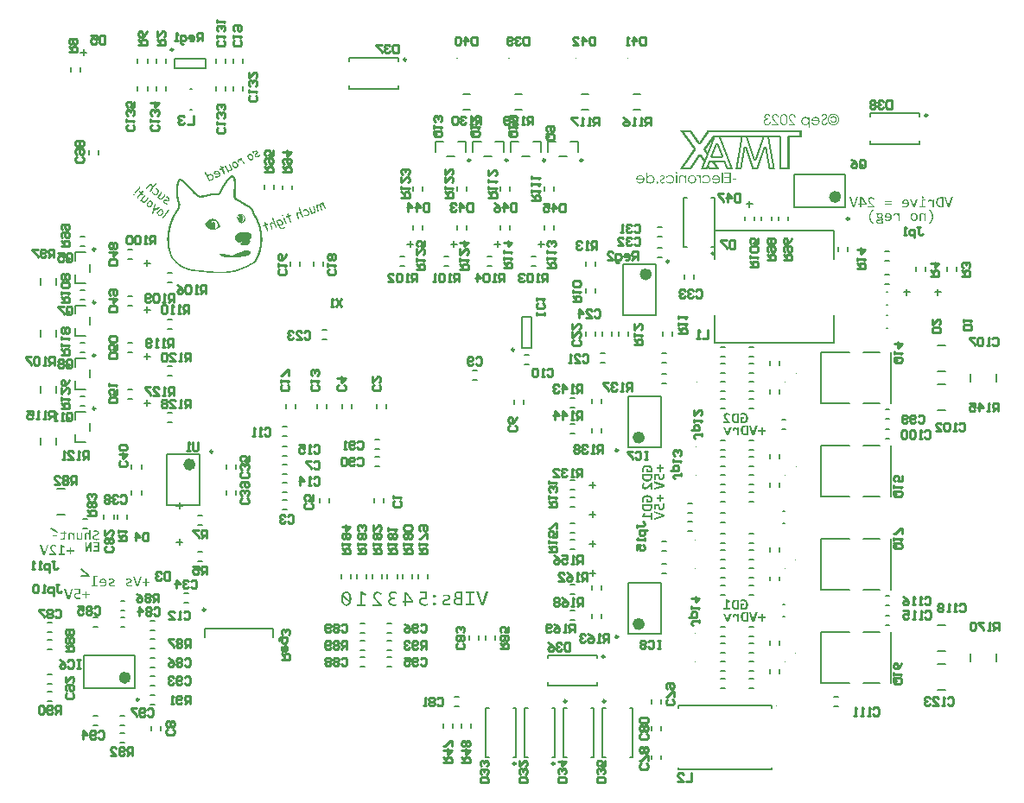
<source format=gbo>
G04*
G04 #@! TF.GenerationSoftware,Altium Limited,Altium Designer,22.8.2 (66)*
G04*
G04 Layer_Color=32896*
%FSLAX44Y44*%
%MOMM*%
G71*
G04*
G04 #@! TF.SameCoordinates,E80B4FDD-8870-46C6-9AB6-B278042541E5*
G04*
G04*
G04 #@! TF.FilePolarity,Positive*
G04*
G01*
G75*
%ADD10C,0.2000*%
%ADD11C,0.6000*%
%ADD12C,0.2500*%
%ADD14C,0.2540*%
%ADD139C,0.1000*%
%ADD140C,0.1270*%
G36*
X1259744Y1041521D02*
X1259829D01*
Y1041436D01*
X1259914D01*
Y1041351D01*
Y1041266D01*
Y1041182D01*
Y1041097D01*
Y1041012D01*
Y1040927D01*
Y1040842D01*
Y1040757D01*
Y1040672D01*
Y1040587D01*
Y1040502D01*
Y1040417D01*
Y1040332D01*
Y1040247D01*
Y1040162D01*
Y1040078D01*
Y1039993D01*
Y1039908D01*
Y1039823D01*
Y1039738D01*
Y1039653D01*
Y1039568D01*
Y1039483D01*
Y1039398D01*
Y1039313D01*
Y1039228D01*
Y1039143D01*
Y1039058D01*
Y1038973D01*
Y1038888D01*
Y1038803D01*
Y1038719D01*
Y1038634D01*
Y1038549D01*
Y1038464D01*
Y1038379D01*
Y1038294D01*
Y1038209D01*
Y1038124D01*
Y1038039D01*
Y1037954D01*
Y1037869D01*
Y1037784D01*
Y1037699D01*
Y1037615D01*
Y1037530D01*
Y1037445D01*
Y1037360D01*
Y1037275D01*
Y1037190D01*
Y1037105D01*
Y1037020D01*
Y1036935D01*
Y1036850D01*
Y1036765D01*
Y1036680D01*
Y1036595D01*
Y1036510D01*
Y1036425D01*
Y1036341D01*
Y1036256D01*
Y1036171D01*
Y1036086D01*
Y1036001D01*
Y1035916D01*
Y1035831D01*
Y1035746D01*
Y1035661D01*
Y1035576D01*
Y1035491D01*
Y1035406D01*
Y1035321D01*
Y1035237D01*
Y1035152D01*
Y1035067D01*
Y1034982D01*
Y1034897D01*
Y1034812D01*
Y1034727D01*
Y1034642D01*
Y1034557D01*
Y1034472D01*
Y1034387D01*
Y1034302D01*
Y1034217D01*
Y1034132D01*
X1247854D01*
Y1034047D01*
Y1033963D01*
Y1033878D01*
Y1033793D01*
Y1033708D01*
Y1033623D01*
Y1033538D01*
Y1033453D01*
Y1033368D01*
Y1033283D01*
Y1033198D01*
Y1033113D01*
Y1033028D01*
Y1032943D01*
Y1032859D01*
Y1032774D01*
Y1032689D01*
Y1032604D01*
Y1032519D01*
Y1032434D01*
Y1032349D01*
Y1032264D01*
Y1032179D01*
Y1032094D01*
Y1032009D01*
Y1031924D01*
Y1031839D01*
Y1031754D01*
Y1031669D01*
Y1031585D01*
Y1031500D01*
Y1031415D01*
Y1031330D01*
Y1031245D01*
Y1031160D01*
Y1031075D01*
Y1030990D01*
Y1030905D01*
Y1030820D01*
Y1030735D01*
Y1030650D01*
Y1030565D01*
Y1030480D01*
Y1030396D01*
Y1030311D01*
Y1030226D01*
Y1030141D01*
Y1030056D01*
Y1029971D01*
Y1029886D01*
Y1029801D01*
Y1029716D01*
Y1029631D01*
Y1029546D01*
Y1029461D01*
Y1029376D01*
Y1029292D01*
Y1029206D01*
Y1029122D01*
Y1029037D01*
Y1028952D01*
Y1028867D01*
Y1028782D01*
Y1028697D01*
Y1028612D01*
Y1028527D01*
Y1028442D01*
Y1028357D01*
Y1028272D01*
Y1028187D01*
Y1028102D01*
Y1028018D01*
Y1027933D01*
Y1027848D01*
Y1027763D01*
Y1027678D01*
Y1027593D01*
Y1027508D01*
Y1027423D01*
Y1027338D01*
Y1027253D01*
Y1027168D01*
Y1027083D01*
Y1026998D01*
Y1026913D01*
Y1026829D01*
Y1026744D01*
Y1026659D01*
Y1026574D01*
Y1026489D01*
Y1026404D01*
Y1026319D01*
Y1026234D01*
Y1026149D01*
Y1026064D01*
Y1025979D01*
Y1025894D01*
Y1025809D01*
Y1025724D01*
Y1025639D01*
Y1025555D01*
Y1025470D01*
Y1025385D01*
Y1025300D01*
Y1025215D01*
Y1025130D01*
Y1025045D01*
Y1024960D01*
Y1024875D01*
Y1024790D01*
Y1024705D01*
Y1024620D01*
Y1024535D01*
Y1024451D01*
Y1024366D01*
Y1024281D01*
Y1024196D01*
Y1024111D01*
Y1024026D01*
Y1023941D01*
Y1023856D01*
Y1023771D01*
Y1023686D01*
Y1023601D01*
Y1023516D01*
Y1023431D01*
Y1023346D01*
Y1023261D01*
Y1023176D01*
Y1023092D01*
Y1023007D01*
Y1022922D01*
Y1022837D01*
Y1022752D01*
Y1022667D01*
Y1022582D01*
Y1022497D01*
Y1022412D01*
Y1022327D01*
Y1022242D01*
Y1022157D01*
Y1022073D01*
Y1021988D01*
Y1021903D01*
Y1021818D01*
Y1021733D01*
Y1021648D01*
Y1021563D01*
Y1021478D01*
Y1021393D01*
Y1021308D01*
Y1021223D01*
Y1021138D01*
Y1021053D01*
Y1020968D01*
Y1020883D01*
Y1020798D01*
Y1020714D01*
Y1020629D01*
Y1020544D01*
Y1020459D01*
Y1020374D01*
Y1020289D01*
Y1020204D01*
Y1020119D01*
Y1020034D01*
Y1019949D01*
Y1019864D01*
Y1019779D01*
Y1019695D01*
Y1019610D01*
Y1019525D01*
Y1019440D01*
Y1019355D01*
Y1019270D01*
Y1019185D01*
Y1019100D01*
Y1019015D01*
Y1018930D01*
Y1018845D01*
Y1018760D01*
Y1018675D01*
Y1018590D01*
Y1018505D01*
Y1018420D01*
Y1018336D01*
Y1018251D01*
Y1018166D01*
Y1018081D01*
Y1017996D01*
Y1017911D01*
Y1017826D01*
Y1017741D01*
Y1017656D01*
Y1017571D01*
Y1017486D01*
Y1017401D01*
Y1017316D01*
Y1017232D01*
Y1017147D01*
Y1017062D01*
Y1016977D01*
Y1016892D01*
Y1016807D01*
Y1016722D01*
Y1016637D01*
Y1016552D01*
Y1016467D01*
Y1016382D01*
Y1016297D01*
Y1016212D01*
Y1016127D01*
Y1016042D01*
Y1015958D01*
Y1015873D01*
Y1015788D01*
Y1015703D01*
Y1015618D01*
Y1015533D01*
Y1015448D01*
Y1015363D01*
Y1015278D01*
Y1015193D01*
Y1015108D01*
Y1015023D01*
Y1014938D01*
Y1014854D01*
Y1014769D01*
Y1014684D01*
Y1014599D01*
Y1014514D01*
Y1014429D01*
Y1014344D01*
Y1014259D01*
Y1014174D01*
Y1014089D01*
Y1014004D01*
Y1013919D01*
Y1013834D01*
Y1013749D01*
Y1013664D01*
Y1013579D01*
Y1013495D01*
Y1013410D01*
Y1013325D01*
Y1013240D01*
Y1013155D01*
Y1013070D01*
Y1012985D01*
Y1012900D01*
Y1012815D01*
Y1012730D01*
Y1012645D01*
Y1012560D01*
Y1012475D01*
Y1012391D01*
Y1012306D01*
Y1012221D01*
Y1012136D01*
Y1012051D01*
Y1011966D01*
Y1011881D01*
Y1011796D01*
Y1011711D01*
Y1011626D01*
Y1011541D01*
Y1011456D01*
Y1011371D01*
Y1011286D01*
Y1011201D01*
Y1011117D01*
Y1011032D01*
Y1010947D01*
Y1010862D01*
Y1010777D01*
Y1010692D01*
Y1010607D01*
Y1010522D01*
Y1010437D01*
Y1010352D01*
Y1010267D01*
Y1010182D01*
Y1010097D01*
Y1010013D01*
Y1009928D01*
Y1009843D01*
Y1009758D01*
Y1009673D01*
Y1009588D01*
Y1009503D01*
Y1009418D01*
Y1009333D01*
Y1009248D01*
Y1009163D01*
Y1009078D01*
Y1008993D01*
Y1008908D01*
Y1008823D01*
Y1008738D01*
Y1008654D01*
Y1008569D01*
Y1008484D01*
Y1008399D01*
Y1008314D01*
Y1008229D01*
Y1008144D01*
Y1008059D01*
Y1007974D01*
Y1007889D01*
Y1007804D01*
Y1007719D01*
Y1007635D01*
Y1007550D01*
Y1007465D01*
Y1007380D01*
Y1007295D01*
Y1007210D01*
Y1007125D01*
Y1007040D01*
Y1006955D01*
Y1006870D01*
Y1006785D01*
Y1006700D01*
Y1006615D01*
Y1006530D01*
Y1006445D01*
Y1006360D01*
Y1006276D01*
Y1006191D01*
Y1006106D01*
Y1006021D01*
Y1005936D01*
Y1005851D01*
Y1005766D01*
Y1005681D01*
Y1005596D01*
Y1005511D01*
Y1005426D01*
Y1005341D01*
Y1005257D01*
Y1005172D01*
Y1005087D01*
Y1005002D01*
Y1004917D01*
Y1004832D01*
Y1004747D01*
Y1004662D01*
Y1004577D01*
Y1004492D01*
Y1004407D01*
Y1004322D01*
Y1004237D01*
Y1004152D01*
Y1004067D01*
Y1003982D01*
Y1003898D01*
Y1003813D01*
Y1003728D01*
Y1003643D01*
Y1003558D01*
Y1003473D01*
Y1003388D01*
Y1003303D01*
Y1003218D01*
Y1003133D01*
Y1003048D01*
X1237918D01*
Y1003133D01*
Y1003218D01*
Y1003303D01*
Y1003388D01*
Y1003473D01*
Y1003558D01*
Y1003643D01*
Y1003728D01*
Y1003813D01*
Y1003898D01*
Y1003982D01*
Y1004067D01*
Y1004152D01*
Y1004237D01*
Y1004322D01*
Y1004407D01*
Y1004492D01*
Y1004577D01*
Y1004662D01*
Y1004747D01*
Y1004832D01*
Y1004917D01*
Y1005002D01*
Y1005087D01*
Y1005172D01*
Y1005257D01*
Y1005341D01*
Y1005426D01*
Y1005511D01*
Y1005596D01*
Y1005681D01*
Y1005766D01*
Y1005851D01*
Y1005936D01*
Y1006021D01*
Y1006106D01*
Y1006191D01*
Y1006276D01*
Y1006360D01*
Y1006445D01*
Y1006530D01*
Y1006615D01*
Y1006700D01*
Y1006785D01*
Y1006870D01*
Y1006955D01*
Y1007040D01*
Y1007125D01*
Y1007210D01*
Y1007295D01*
Y1007380D01*
Y1007465D01*
Y1007550D01*
Y1007635D01*
Y1007719D01*
Y1007804D01*
Y1007889D01*
Y1007974D01*
Y1008059D01*
Y1008144D01*
Y1008229D01*
Y1008314D01*
Y1008399D01*
Y1008484D01*
Y1008569D01*
Y1008654D01*
Y1008738D01*
Y1008823D01*
Y1008908D01*
Y1008993D01*
Y1009078D01*
Y1009163D01*
Y1009248D01*
Y1009333D01*
Y1009418D01*
Y1009503D01*
Y1009588D01*
Y1009673D01*
Y1009758D01*
Y1009843D01*
Y1009928D01*
Y1010013D01*
Y1010097D01*
Y1010182D01*
Y1010267D01*
Y1010352D01*
Y1010437D01*
Y1010522D01*
Y1010607D01*
Y1010692D01*
Y1010777D01*
Y1010862D01*
Y1010947D01*
Y1011032D01*
Y1011117D01*
Y1011201D01*
Y1011286D01*
Y1011371D01*
Y1011456D01*
Y1011541D01*
Y1011626D01*
Y1011711D01*
Y1011796D01*
Y1011881D01*
Y1011966D01*
Y1012051D01*
Y1012136D01*
Y1012221D01*
Y1012306D01*
Y1012391D01*
Y1012475D01*
Y1012560D01*
Y1012645D01*
Y1012730D01*
Y1012815D01*
Y1012900D01*
Y1012985D01*
Y1013070D01*
Y1013155D01*
Y1013240D01*
Y1013325D01*
Y1013410D01*
Y1013495D01*
Y1013579D01*
Y1013664D01*
Y1013749D01*
Y1013834D01*
Y1013919D01*
Y1014004D01*
Y1014089D01*
Y1014174D01*
Y1014259D01*
Y1014344D01*
Y1014429D01*
Y1014514D01*
Y1014599D01*
Y1014684D01*
Y1014769D01*
Y1014854D01*
Y1014938D01*
Y1015023D01*
Y1015108D01*
Y1015193D01*
Y1015278D01*
Y1015363D01*
Y1015448D01*
Y1015533D01*
Y1015618D01*
Y1015703D01*
Y1015788D01*
Y1015873D01*
Y1015958D01*
Y1016042D01*
Y1016127D01*
Y1016212D01*
Y1016297D01*
Y1016382D01*
Y1016467D01*
Y1016552D01*
Y1016637D01*
Y1016722D01*
Y1016807D01*
Y1016892D01*
Y1016977D01*
Y1017062D01*
Y1017147D01*
Y1017232D01*
Y1017316D01*
Y1017401D01*
Y1017486D01*
Y1017571D01*
Y1017656D01*
Y1017741D01*
Y1017826D01*
Y1017911D01*
Y1017996D01*
Y1018081D01*
Y1018166D01*
Y1018251D01*
Y1018336D01*
Y1018420D01*
Y1018505D01*
Y1018590D01*
Y1018675D01*
Y1018760D01*
Y1018845D01*
Y1018930D01*
Y1019015D01*
Y1019100D01*
Y1019185D01*
Y1019270D01*
Y1019355D01*
Y1019440D01*
Y1019525D01*
Y1019610D01*
Y1019695D01*
Y1019779D01*
Y1019864D01*
Y1019949D01*
Y1020034D01*
Y1020119D01*
Y1020204D01*
Y1020289D01*
Y1020374D01*
Y1020459D01*
Y1020544D01*
Y1020629D01*
Y1020714D01*
Y1020798D01*
Y1020883D01*
Y1020968D01*
Y1021053D01*
Y1021138D01*
Y1021223D01*
Y1021308D01*
Y1021393D01*
Y1021478D01*
Y1021563D01*
Y1021648D01*
Y1021733D01*
Y1021818D01*
Y1021903D01*
Y1021988D01*
Y1022073D01*
Y1022157D01*
Y1022242D01*
Y1022327D01*
Y1022412D01*
Y1022497D01*
Y1022582D01*
Y1022667D01*
Y1022752D01*
Y1022837D01*
Y1022922D01*
Y1023007D01*
Y1023092D01*
Y1023176D01*
Y1023261D01*
Y1023346D01*
Y1023431D01*
Y1023516D01*
Y1023601D01*
Y1023686D01*
Y1023771D01*
Y1023856D01*
Y1023941D01*
Y1024026D01*
Y1024111D01*
Y1024196D01*
Y1024281D01*
Y1024366D01*
Y1024451D01*
Y1024535D01*
Y1024620D01*
Y1024705D01*
Y1024790D01*
Y1024875D01*
Y1024960D01*
Y1025045D01*
Y1025130D01*
Y1025215D01*
Y1025300D01*
Y1025385D01*
Y1025470D01*
Y1025555D01*
Y1025639D01*
Y1025724D01*
Y1025809D01*
Y1025894D01*
Y1025979D01*
Y1026064D01*
Y1026149D01*
Y1026234D01*
Y1026319D01*
Y1026404D01*
Y1026489D01*
Y1026574D01*
Y1026659D01*
Y1026744D01*
Y1026829D01*
Y1026913D01*
Y1026998D01*
Y1027083D01*
Y1027168D01*
Y1027253D01*
Y1027338D01*
Y1027423D01*
Y1027508D01*
Y1027593D01*
Y1027678D01*
Y1027763D01*
Y1027848D01*
Y1027933D01*
Y1028018D01*
Y1028102D01*
Y1028187D01*
Y1028272D01*
Y1028357D01*
Y1028442D01*
Y1028527D01*
Y1028612D01*
Y1028697D01*
Y1028782D01*
Y1028867D01*
Y1028952D01*
Y1029037D01*
Y1029122D01*
Y1029206D01*
Y1029292D01*
Y1029376D01*
Y1029461D01*
Y1029546D01*
Y1029631D01*
Y1029716D01*
Y1029801D01*
Y1029886D01*
Y1029971D01*
Y1030056D01*
Y1030141D01*
Y1030226D01*
Y1030311D01*
Y1030396D01*
Y1030480D01*
Y1030565D01*
Y1030650D01*
Y1030735D01*
Y1030820D01*
Y1030905D01*
Y1030990D01*
Y1031075D01*
Y1031160D01*
Y1031245D01*
Y1031330D01*
Y1031415D01*
Y1031500D01*
Y1031585D01*
Y1031669D01*
Y1031754D01*
Y1031839D01*
Y1031924D01*
Y1032009D01*
Y1032094D01*
Y1032179D01*
Y1032264D01*
Y1032349D01*
Y1032434D01*
Y1032519D01*
Y1032604D01*
Y1032689D01*
Y1032774D01*
Y1032859D01*
Y1032943D01*
Y1033028D01*
Y1033113D01*
Y1033198D01*
Y1033283D01*
Y1033368D01*
Y1033453D01*
Y1033538D01*
Y1033623D01*
Y1033708D01*
Y1033793D01*
Y1033878D01*
Y1033963D01*
Y1034047D01*
Y1034132D01*
X1228151D01*
Y1034047D01*
Y1033963D01*
Y1033878D01*
Y1033793D01*
Y1033708D01*
Y1033623D01*
X1228236D01*
Y1033538D01*
Y1033453D01*
Y1033368D01*
Y1033283D01*
Y1033198D01*
X1228321D01*
Y1033113D01*
Y1033028D01*
Y1032943D01*
Y1032859D01*
Y1032774D01*
Y1032689D01*
X1228406D01*
Y1032604D01*
Y1032519D01*
Y1032434D01*
Y1032349D01*
Y1032264D01*
X1228491D01*
Y1032179D01*
Y1032094D01*
Y1032009D01*
Y1031924D01*
Y1031839D01*
Y1031754D01*
X1228576D01*
Y1031669D01*
Y1031585D01*
Y1031500D01*
Y1031415D01*
Y1031330D01*
Y1031245D01*
X1228660D01*
Y1031160D01*
Y1031075D01*
Y1030990D01*
Y1030905D01*
Y1030820D01*
X1228745D01*
Y1030735D01*
Y1030650D01*
Y1030565D01*
Y1030480D01*
Y1030396D01*
Y1030311D01*
X1228830D01*
Y1030226D01*
Y1030141D01*
Y1030056D01*
Y1029971D01*
Y1029886D01*
Y1029801D01*
Y1029716D01*
X1228915D01*
Y1029631D01*
Y1029546D01*
Y1029461D01*
Y1029376D01*
Y1029292D01*
X1229000D01*
Y1029206D01*
Y1029122D01*
Y1029037D01*
Y1028952D01*
Y1028867D01*
X1229085D01*
Y1028782D01*
Y1028697D01*
Y1028612D01*
Y1028527D01*
Y1028442D01*
X1229170D01*
Y1028357D01*
Y1028272D01*
Y1028187D01*
Y1028102D01*
Y1028018D01*
Y1027933D01*
Y1027848D01*
X1229255D01*
Y1027763D01*
Y1027678D01*
Y1027593D01*
Y1027508D01*
Y1027423D01*
X1229340D01*
Y1027338D01*
Y1027253D01*
Y1027168D01*
Y1027083D01*
Y1026998D01*
Y1026913D01*
Y1026829D01*
X1229425D01*
Y1026744D01*
Y1026659D01*
Y1026574D01*
Y1026489D01*
X1229510D01*
Y1026404D01*
Y1026319D01*
Y1026234D01*
Y1026149D01*
Y1026064D01*
X1229595D01*
Y1025979D01*
Y1025894D01*
Y1025809D01*
Y1025724D01*
Y1025639D01*
Y1025555D01*
X1229680D01*
Y1025470D01*
Y1025385D01*
Y1025300D01*
Y1025215D01*
Y1025130D01*
Y1025045D01*
Y1024960D01*
X1229764D01*
Y1024875D01*
Y1024790D01*
Y1024705D01*
Y1024620D01*
X1229849D01*
Y1024535D01*
Y1024451D01*
Y1024366D01*
Y1024281D01*
Y1024196D01*
Y1024111D01*
X1229934D01*
Y1024026D01*
Y1023941D01*
Y1023856D01*
Y1023771D01*
Y1023686D01*
X1230019D01*
Y1023601D01*
Y1023516D01*
Y1023431D01*
Y1023346D01*
Y1023261D01*
Y1023176D01*
Y1023092D01*
Y1023007D01*
X1230104D01*
Y1022922D01*
Y1022837D01*
Y1022752D01*
Y1022667D01*
X1230189D01*
Y1022582D01*
Y1022497D01*
Y1022412D01*
Y1022327D01*
Y1022242D01*
X1230274D01*
Y1022157D01*
Y1022073D01*
Y1021988D01*
Y1021903D01*
Y1021818D01*
Y1021733D01*
X1230359D01*
Y1021648D01*
Y1021563D01*
Y1021478D01*
Y1021393D01*
Y1021308D01*
X1230444D01*
Y1021223D01*
Y1021138D01*
Y1021053D01*
Y1020968D01*
Y1020883D01*
Y1020798D01*
X1230529D01*
Y1020714D01*
Y1020629D01*
Y1020544D01*
Y1020459D01*
Y1020374D01*
Y1020289D01*
X1230614D01*
Y1020204D01*
Y1020119D01*
Y1020034D01*
Y1019949D01*
Y1019864D01*
X1230699D01*
Y1019779D01*
Y1019695D01*
Y1019610D01*
Y1019525D01*
Y1019440D01*
Y1019355D01*
X1230784D01*
Y1019270D01*
Y1019185D01*
Y1019100D01*
Y1019015D01*
Y1018930D01*
Y1018845D01*
X1230869D01*
Y1018760D01*
Y1018675D01*
Y1018590D01*
Y1018505D01*
Y1018420D01*
Y1018336D01*
X1230954D01*
Y1018251D01*
Y1018166D01*
Y1018081D01*
Y1017996D01*
Y1017911D01*
X1231039D01*
Y1017826D01*
Y1017741D01*
Y1017656D01*
Y1017571D01*
Y1017486D01*
X1231123D01*
Y1017401D01*
Y1017316D01*
Y1017232D01*
Y1017147D01*
Y1017062D01*
Y1016977D01*
X1231208D01*
Y1016892D01*
Y1016807D01*
Y1016722D01*
Y1016637D01*
Y1016552D01*
Y1016467D01*
X1231293D01*
Y1016382D01*
Y1016297D01*
Y1016212D01*
Y1016127D01*
Y1016042D01*
Y1015958D01*
X1231378D01*
Y1015873D01*
Y1015788D01*
Y1015703D01*
Y1015618D01*
Y1015533D01*
Y1015448D01*
Y1015363D01*
X1231463D01*
Y1015278D01*
Y1015193D01*
Y1015108D01*
X1231548D01*
Y1015023D01*
Y1014938D01*
Y1014854D01*
Y1014769D01*
Y1014684D01*
Y1014599D01*
X1231633D01*
Y1014514D01*
Y1014429D01*
Y1014344D01*
Y1014259D01*
Y1014174D01*
Y1014089D01*
X1231718D01*
Y1014004D01*
Y1013919D01*
Y1013834D01*
Y1013749D01*
Y1013664D01*
X1231803D01*
Y1013579D01*
Y1013495D01*
Y1013410D01*
Y1013325D01*
Y1013240D01*
Y1013155D01*
Y1013070D01*
X1231888D01*
Y1012985D01*
Y1012900D01*
Y1012815D01*
Y1012730D01*
X1231973D01*
Y1012645D01*
Y1012560D01*
Y1012475D01*
Y1012391D01*
Y1012306D01*
Y1012221D01*
Y1012136D01*
X1232058D01*
Y1012051D01*
Y1011966D01*
Y1011881D01*
Y1011796D01*
Y1011711D01*
Y1011626D01*
X1232142D01*
Y1011541D01*
Y1011456D01*
Y1011371D01*
Y1011286D01*
X1232227D01*
Y1011201D01*
Y1011117D01*
Y1011032D01*
Y1010947D01*
Y1010862D01*
Y1010777D01*
X1232312D01*
Y1010692D01*
Y1010607D01*
Y1010522D01*
Y1010437D01*
Y1010352D01*
X1232397D01*
Y1010267D01*
Y1010182D01*
Y1010097D01*
Y1010013D01*
Y1009928D01*
Y1009843D01*
X1232482D01*
Y1009758D01*
Y1009673D01*
Y1009588D01*
Y1009503D01*
Y1009418D01*
Y1009333D01*
X1232567D01*
Y1009248D01*
Y1009163D01*
Y1009078D01*
Y1008993D01*
Y1008908D01*
Y1008823D01*
Y1008738D01*
X1232652D01*
Y1008654D01*
Y1008569D01*
Y1008484D01*
Y1008399D01*
X1232737D01*
Y1008314D01*
Y1008229D01*
Y1008144D01*
Y1008059D01*
Y1007974D01*
Y1007889D01*
X1232822D01*
Y1007804D01*
Y1007719D01*
Y1007635D01*
Y1007550D01*
Y1007465D01*
X1232907D01*
Y1007380D01*
Y1007295D01*
Y1007210D01*
Y1007125D01*
Y1007040D01*
Y1006955D01*
X1232992D01*
Y1006870D01*
Y1006785D01*
Y1006700D01*
Y1006615D01*
Y1006530D01*
Y1006445D01*
X1233077D01*
Y1006360D01*
Y1006276D01*
Y1006191D01*
Y1006106D01*
Y1006021D01*
X1233162D01*
Y1005936D01*
Y1005851D01*
Y1005766D01*
Y1005681D01*
Y1005596D01*
X1233247D01*
Y1005511D01*
Y1005426D01*
Y1005341D01*
Y1005257D01*
Y1005172D01*
Y1005087D01*
Y1005002D01*
Y1004917D01*
X1233332D01*
Y1004832D01*
Y1004747D01*
Y1004662D01*
Y1004577D01*
X1233417D01*
Y1004492D01*
Y1004407D01*
Y1004322D01*
Y1004237D01*
Y1004152D01*
X1233501D01*
Y1004067D01*
Y1003982D01*
Y1003898D01*
Y1003813D01*
Y1003728D01*
Y1003643D01*
X1233586D01*
Y1003558D01*
Y1003473D01*
Y1003388D01*
Y1003303D01*
Y1003218D01*
Y1003133D01*
Y1003048D01*
X1227641D01*
Y1003133D01*
Y1003218D01*
Y1003303D01*
Y1003388D01*
X1227556D01*
Y1003473D01*
Y1003558D01*
Y1003643D01*
Y1003728D01*
Y1003813D01*
Y1003898D01*
X1227471D01*
Y1003982D01*
Y1004067D01*
Y1004152D01*
Y1004237D01*
Y1004322D01*
X1227386D01*
Y1004407D01*
Y1004492D01*
Y1004577D01*
Y1004662D01*
Y1004747D01*
Y1004832D01*
X1227302D01*
Y1004917D01*
Y1005002D01*
Y1005087D01*
Y1005172D01*
Y1005257D01*
Y1005341D01*
Y1005426D01*
X1227217D01*
Y1005511D01*
Y1005596D01*
Y1005681D01*
Y1005766D01*
X1227132D01*
Y1005851D01*
Y1005936D01*
Y1006021D01*
Y1006106D01*
Y1006191D01*
Y1006276D01*
X1227047D01*
Y1006360D01*
Y1006445D01*
Y1006530D01*
Y1006615D01*
Y1006700D01*
Y1006785D01*
Y1006870D01*
X1226962D01*
Y1006955D01*
Y1007040D01*
Y1007125D01*
Y1007210D01*
X1226877D01*
Y1007295D01*
Y1007380D01*
Y1007465D01*
Y1007550D01*
Y1007635D01*
Y1007719D01*
X1226792D01*
Y1007804D01*
Y1007889D01*
Y1007974D01*
Y1008059D01*
Y1008144D01*
X1226707D01*
Y1008229D01*
Y1008314D01*
Y1008399D01*
Y1008484D01*
Y1008569D01*
Y1008654D01*
Y1008738D01*
X1226622D01*
Y1008823D01*
Y1008908D01*
Y1008993D01*
Y1009078D01*
X1226537D01*
Y1009163D01*
Y1009248D01*
Y1009333D01*
Y1009418D01*
Y1009503D01*
Y1009588D01*
X1226452D01*
Y1009673D01*
Y1009758D01*
Y1009843D01*
Y1009928D01*
Y1010013D01*
Y1010097D01*
X1226367D01*
Y1010182D01*
Y1010267D01*
Y1010352D01*
Y1010437D01*
Y1010522D01*
X1226282D01*
Y1010607D01*
Y1010692D01*
Y1010777D01*
Y1010862D01*
Y1010947D01*
Y1011032D01*
X1226198D01*
Y1011117D01*
Y1011201D01*
Y1011286D01*
Y1011371D01*
Y1011456D01*
X1226113D01*
Y1011541D01*
Y1011626D01*
Y1011711D01*
Y1011796D01*
Y1011881D01*
Y1011966D01*
Y1012051D01*
Y1012136D01*
X1226028D01*
Y1012221D01*
Y1012306D01*
Y1012391D01*
X1225943D01*
Y1012475D01*
Y1012560D01*
Y1012645D01*
Y1012730D01*
Y1012815D01*
Y1012900D01*
X1225858D01*
Y1012985D01*
Y1013070D01*
Y1013155D01*
Y1013240D01*
Y1013325D01*
Y1013410D01*
Y1013495D01*
Y1013579D01*
X1225773D01*
Y1013664D01*
Y1013749D01*
Y1013834D01*
Y1013919D01*
X1225688D01*
Y1014004D01*
Y1014089D01*
Y1014174D01*
Y1014259D01*
Y1014344D01*
X1225603D01*
Y1014429D01*
Y1014514D01*
Y1014599D01*
Y1014684D01*
Y1014769D01*
Y1014854D01*
X1225518D01*
Y1014938D01*
Y1015023D01*
Y1015108D01*
Y1015193D01*
Y1015278D01*
Y1015363D01*
Y1015448D01*
X1225433D01*
Y1015533D01*
Y1015618D01*
Y1015703D01*
Y1015788D01*
X1225348D01*
Y1015873D01*
Y1015958D01*
Y1016042D01*
Y1016127D01*
Y1016212D01*
Y1016297D01*
X1225263D01*
Y1016382D01*
Y1016467D01*
Y1016552D01*
Y1016637D01*
Y1016722D01*
Y1016807D01*
X1225178D01*
Y1016892D01*
Y1016977D01*
Y1017062D01*
Y1017147D01*
Y1017232D01*
X1225093D01*
Y1017316D01*
Y1017401D01*
Y1017486D01*
Y1017571D01*
Y1017656D01*
Y1017741D01*
Y1017826D01*
X1225008D01*
Y1017911D01*
Y1017996D01*
Y1018081D01*
Y1018166D01*
X1224923D01*
Y1018251D01*
Y1018336D01*
Y1018420D01*
Y1018505D01*
Y1018590D01*
Y1018675D01*
X1224839D01*
Y1018760D01*
Y1018845D01*
Y1018930D01*
Y1019015D01*
Y1019100D01*
X1224754D01*
Y1019185D01*
Y1019270D01*
Y1019355D01*
Y1019440D01*
Y1019525D01*
Y1019610D01*
X1224669D01*
Y1019695D01*
Y1019779D01*
Y1019864D01*
Y1019949D01*
Y1020034D01*
Y1020119D01*
X1224584D01*
Y1020204D01*
Y1020289D01*
Y1020374D01*
Y1020459D01*
Y1020544D01*
X1224499D01*
Y1020629D01*
Y1020714D01*
Y1020798D01*
Y1020883D01*
Y1020968D01*
Y1021053D01*
Y1021138D01*
X1224414D01*
Y1021223D01*
Y1021308D01*
Y1021393D01*
Y1021478D01*
X1224329D01*
Y1021563D01*
Y1021648D01*
Y1021733D01*
Y1021818D01*
Y1021903D01*
Y1021988D01*
X1224244D01*
Y1022073D01*
Y1022157D01*
Y1022242D01*
Y1022327D01*
Y1022412D01*
X1224159D01*
Y1022497D01*
Y1022582D01*
Y1022667D01*
Y1022752D01*
Y1022837D01*
Y1022922D01*
X1224074D01*
Y1023007D01*
Y1023092D01*
Y1023176D01*
Y1023261D01*
Y1023346D01*
Y1023431D01*
Y1023516D01*
X1223819D01*
Y1023431D01*
Y1023346D01*
X1223735D01*
Y1023261D01*
Y1023176D01*
X1223650D01*
Y1023092D01*
Y1023007D01*
Y1022922D01*
Y1022837D01*
Y1022752D01*
X1223565D01*
Y1022667D01*
Y1022582D01*
Y1022497D01*
X1223480D01*
Y1022412D01*
Y1022327D01*
X1223395D01*
Y1022242D01*
Y1022157D01*
Y1022073D01*
Y1021988D01*
X1223310D01*
Y1021903D01*
Y1021818D01*
X1223225D01*
Y1021733D01*
Y1021648D01*
Y1021563D01*
X1223140D01*
Y1021478D01*
Y1021393D01*
Y1021308D01*
Y1021223D01*
X1223055D01*
Y1021138D01*
Y1021053D01*
X1222970D01*
Y1020968D01*
Y1020883D01*
Y1020798D01*
Y1020714D01*
X1222885D01*
Y1020629D01*
Y1020544D01*
X1222800D01*
Y1020459D01*
Y1020374D01*
Y1020289D01*
X1222715D01*
Y1020204D01*
Y1020119D01*
Y1020034D01*
Y1019949D01*
X1222630D01*
Y1019864D01*
Y1019779D01*
Y1019695D01*
X1222545D01*
Y1019610D01*
Y1019525D01*
X1222461D01*
Y1019440D01*
Y1019355D01*
Y1019270D01*
X1222376D01*
Y1019185D01*
Y1019100D01*
Y1019015D01*
X1222291D01*
Y1018930D01*
Y1018845D01*
Y1018760D01*
Y1018675D01*
X1222206D01*
Y1018590D01*
Y1018505D01*
X1222121D01*
Y1018420D01*
Y1018336D01*
Y1018251D01*
Y1018166D01*
X1222036D01*
Y1018081D01*
Y1017996D01*
Y1017911D01*
X1221951D01*
Y1017826D01*
Y1017741D01*
X1221866D01*
Y1017656D01*
Y1017571D01*
Y1017486D01*
X1221781D01*
Y1017401D01*
Y1017316D01*
Y1017232D01*
Y1017147D01*
X1221696D01*
Y1017062D01*
Y1016977D01*
Y1016892D01*
X1221611D01*
Y1016807D01*
Y1016722D01*
Y1016637D01*
X1221526D01*
Y1016552D01*
Y1016467D01*
Y1016382D01*
X1221441D01*
Y1016297D01*
Y1016212D01*
Y1016127D01*
X1221357D01*
Y1016042D01*
Y1015958D01*
Y1015873D01*
X1221272D01*
Y1015788D01*
Y1015703D01*
X1221187D01*
Y1015618D01*
Y1015533D01*
Y1015448D01*
X1221102D01*
Y1015363D01*
Y1015278D01*
Y1015193D01*
Y1015108D01*
X1221017D01*
Y1015023D01*
Y1014938D01*
Y1014854D01*
X1220932D01*
Y1014769D01*
X1220847D01*
Y1014684D01*
Y1014599D01*
Y1014514D01*
X1220762D01*
Y1014429D01*
Y1014344D01*
Y1014259D01*
Y1014174D01*
X1220677D01*
Y1014089D01*
Y1014004D01*
Y1013919D01*
Y1013834D01*
X1220592D01*
Y1013749D01*
X1220507D01*
Y1013664D01*
Y1013579D01*
Y1013495D01*
Y1013410D01*
Y1013325D01*
X1220422D01*
Y1013240D01*
Y1013155D01*
Y1013070D01*
X1220337D01*
Y1012985D01*
Y1012900D01*
Y1012815D01*
X1220252D01*
Y1012730D01*
Y1012645D01*
Y1012560D01*
X1220167D01*
Y1012475D01*
Y1012391D01*
Y1012306D01*
X1220082D01*
Y1012221D01*
Y1012136D01*
X1219998D01*
Y1012051D01*
Y1011966D01*
Y1011881D01*
Y1011796D01*
X1219913D01*
Y1011711D01*
Y1011626D01*
Y1011541D01*
X1219828D01*
Y1011456D01*
Y1011371D01*
Y1011286D01*
X1219743D01*
Y1011201D01*
Y1011117D01*
Y1011032D01*
X1219658D01*
Y1010947D01*
Y1010862D01*
Y1010777D01*
X1219573D01*
Y1010692D01*
Y1010607D01*
Y1010522D01*
X1219488D01*
Y1010437D01*
Y1010352D01*
X1219403D01*
Y1010267D01*
Y1010182D01*
Y1010097D01*
Y1010013D01*
X1219318D01*
Y1009928D01*
Y1009843D01*
Y1009758D01*
X1219233D01*
Y1009673D01*
Y1009588D01*
Y1009503D01*
X1219148D01*
Y1009418D01*
Y1009333D01*
Y1009248D01*
X1219063D01*
Y1009163D01*
Y1009078D01*
Y1008993D01*
X1218979D01*
Y1008908D01*
Y1008823D01*
Y1008738D01*
X1218894D01*
Y1008654D01*
Y1008569D01*
Y1008484D01*
X1218809D01*
Y1008399D01*
Y1008314D01*
Y1008229D01*
X1218724D01*
Y1008144D01*
Y1008059D01*
Y1007974D01*
X1218639D01*
Y1007889D01*
Y1007804D01*
Y1007719D01*
X1218554D01*
Y1007635D01*
Y1007550D01*
Y1007465D01*
X1218469D01*
Y1007380D01*
Y1007295D01*
Y1007210D01*
X1218384D01*
Y1007125D01*
Y1007040D01*
Y1006955D01*
X1218299D01*
Y1006870D01*
Y1006785D01*
X1218214D01*
Y1006700D01*
Y1006615D01*
Y1006530D01*
Y1006445D01*
X1218129D01*
Y1006360D01*
Y1006276D01*
X1218044D01*
Y1006191D01*
Y1006106D01*
Y1006021D01*
Y1005936D01*
X1217959D01*
Y1005851D01*
Y1005766D01*
Y1005681D01*
X1217874D01*
Y1005596D01*
X1217789D01*
Y1005511D01*
Y1005426D01*
Y1005341D01*
Y1005257D01*
X1217704D01*
Y1005172D01*
Y1005087D01*
Y1005002D01*
Y1004917D01*
X1217620D01*
Y1004832D01*
Y1004747D01*
Y1004662D01*
X1217535D01*
Y1004577D01*
Y1004492D01*
Y1004407D01*
X1217450D01*
Y1004322D01*
Y1004237D01*
Y1004152D01*
X1217365D01*
Y1004067D01*
Y1003982D01*
X1217280D01*
Y1003898D01*
Y1003813D01*
Y1003728D01*
Y1003643D01*
X1217195D01*
Y1003558D01*
Y1003473D01*
Y1003388D01*
X1217110D01*
Y1003303D01*
Y1003218D01*
Y1003133D01*
X1217025D01*
Y1003048D01*
X1211505D01*
Y1003133D01*
Y1003218D01*
Y1003303D01*
X1211420D01*
Y1003388D01*
Y1003473D01*
X1211335D01*
Y1003558D01*
Y1003643D01*
Y1003728D01*
X1211250D01*
Y1003813D01*
Y1003898D01*
Y1003982D01*
Y1004067D01*
X1211165D01*
Y1004152D01*
Y1004237D01*
X1211080D01*
Y1004322D01*
Y1004407D01*
Y1004492D01*
Y1004577D01*
X1210995D01*
Y1004662D01*
Y1004747D01*
X1210910D01*
Y1004832D01*
Y1004917D01*
Y1005002D01*
X1210825D01*
Y1005087D01*
Y1005172D01*
Y1005257D01*
Y1005341D01*
X1210740D01*
Y1005426D01*
Y1005511D01*
X1210655D01*
Y1005596D01*
Y1005681D01*
Y1005766D01*
X1210571D01*
Y1005851D01*
Y1005936D01*
Y1006021D01*
X1210486D01*
Y1006106D01*
Y1006191D01*
Y1006276D01*
X1210401D01*
Y1006360D01*
Y1006445D01*
Y1006530D01*
X1210316D01*
Y1006615D01*
Y1006700D01*
Y1006785D01*
X1210231D01*
Y1006870D01*
Y1006955D01*
Y1007040D01*
X1210146D01*
Y1007125D01*
Y1007210D01*
Y1007295D01*
Y1007380D01*
X1210061D01*
Y1007465D01*
Y1007550D01*
X1209976D01*
Y1007635D01*
Y1007719D01*
Y1007804D01*
X1209891D01*
Y1007889D01*
Y1007974D01*
Y1008059D01*
X1209806D01*
Y1008144D01*
Y1008229D01*
Y1008314D01*
X1209721D01*
Y1008399D01*
Y1008484D01*
Y1008569D01*
X1209636D01*
Y1008654D01*
Y1008738D01*
Y1008823D01*
X1209551D01*
Y1008908D01*
Y1008993D01*
Y1009078D01*
X1209466D01*
Y1009163D01*
Y1009248D01*
Y1009333D01*
X1209381D01*
Y1009418D01*
Y1009503D01*
Y1009588D01*
X1209296D01*
Y1009673D01*
Y1009758D01*
Y1009843D01*
X1209212D01*
Y1009928D01*
Y1010013D01*
Y1010097D01*
X1209127D01*
Y1010182D01*
Y1010267D01*
Y1010352D01*
X1209042D01*
Y1010437D01*
Y1010522D01*
Y1010607D01*
X1208957D01*
Y1010692D01*
Y1010777D01*
Y1010862D01*
X1208872D01*
Y1010947D01*
Y1011032D01*
Y1011117D01*
X1208787D01*
Y1011201D01*
Y1011286D01*
Y1011371D01*
Y1011456D01*
X1208702D01*
Y1011541D01*
Y1011626D01*
X1208617D01*
Y1011711D01*
Y1011796D01*
Y1011881D01*
X1208532D01*
Y1011966D01*
Y1012051D01*
Y1012136D01*
X1208447D01*
Y1012221D01*
Y1012306D01*
Y1012391D01*
X1208362D01*
Y1012475D01*
Y1012560D01*
Y1012645D01*
X1208277D01*
Y1012730D01*
Y1012815D01*
Y1012900D01*
X1208192D01*
Y1012985D01*
Y1013070D01*
Y1013155D01*
X1208108D01*
Y1013240D01*
Y1013325D01*
Y1013410D01*
Y1013495D01*
X1208023D01*
Y1013579D01*
Y1013664D01*
X1207938D01*
Y1013749D01*
Y1013834D01*
Y1013919D01*
X1207853D01*
Y1014004D01*
Y1014089D01*
Y1014174D01*
Y1014259D01*
X1207768D01*
Y1014344D01*
Y1014429D01*
X1207683D01*
Y1014514D01*
Y1014599D01*
Y1014684D01*
X1207598D01*
Y1014769D01*
Y1014854D01*
Y1014938D01*
Y1015023D01*
X1207513D01*
Y1015108D01*
Y1015193D01*
X1207428D01*
Y1015278D01*
Y1015363D01*
Y1015448D01*
X1207343D01*
Y1015533D01*
Y1015618D01*
Y1015703D01*
X1207258D01*
Y1015788D01*
Y1015873D01*
Y1015958D01*
Y1016042D01*
X1207173D01*
Y1016127D01*
Y1016212D01*
X1207088D01*
Y1016297D01*
Y1016382D01*
Y1016467D01*
X1207003D01*
Y1016552D01*
Y1016637D01*
Y1016722D01*
X1206918D01*
Y1016807D01*
Y1016892D01*
Y1016977D01*
Y1017062D01*
X1206834D01*
Y1017147D01*
Y1017232D01*
X1206749D01*
Y1017316D01*
Y1017401D01*
Y1017486D01*
Y1017571D01*
X1206664D01*
Y1017656D01*
Y1017741D01*
X1206579D01*
Y1017826D01*
Y1017911D01*
Y1017996D01*
Y1018081D01*
X1206494D01*
Y1018166D01*
Y1018251D01*
X1206409D01*
Y1018336D01*
Y1018420D01*
Y1018505D01*
X1206324D01*
Y1018590D01*
Y1018675D01*
X1206239D01*
Y1018760D01*
Y1018845D01*
Y1018930D01*
Y1019015D01*
X1206154D01*
Y1019100D01*
Y1019185D01*
Y1019270D01*
X1206069D01*
Y1019355D01*
Y1019440D01*
Y1019525D01*
Y1019610D01*
X1205984D01*
Y1019695D01*
Y1019779D01*
X1205899D01*
Y1019864D01*
Y1019949D01*
Y1020034D01*
X1205814D01*
Y1020119D01*
Y1020204D01*
Y1020289D01*
X1205730D01*
Y1020374D01*
Y1020459D01*
Y1020544D01*
X1205645D01*
Y1020629D01*
Y1020714D01*
X1205560D01*
Y1020798D01*
Y1020883D01*
Y1020968D01*
Y1021053D01*
X1205475D01*
Y1021138D01*
Y1021223D01*
Y1021308D01*
X1205390D01*
Y1021393D01*
Y1021478D01*
Y1021563D01*
X1205305D01*
Y1021648D01*
Y1021733D01*
Y1021818D01*
X1205220D01*
Y1021903D01*
Y1021988D01*
Y1022073D01*
X1205135D01*
Y1022157D01*
Y1022242D01*
X1205050D01*
Y1022327D01*
Y1022412D01*
Y1022497D01*
X1204965D01*
Y1022582D01*
Y1022667D01*
Y1022752D01*
Y1022837D01*
Y1022922D01*
X1204880D01*
Y1023007D01*
X1204795D01*
Y1023092D01*
Y1023176D01*
Y1023261D01*
X1204710D01*
Y1023346D01*
X1204456D01*
Y1023261D01*
Y1023176D01*
Y1023092D01*
Y1023007D01*
Y1022922D01*
Y1022837D01*
X1204371D01*
Y1022752D01*
Y1022667D01*
Y1022582D01*
Y1022497D01*
X1204286D01*
Y1022412D01*
Y1022327D01*
Y1022242D01*
Y1022157D01*
Y1022073D01*
Y1021988D01*
Y1021903D01*
X1204201D01*
Y1021818D01*
Y1021733D01*
Y1021648D01*
Y1021563D01*
Y1021478D01*
Y1021393D01*
X1204116D01*
Y1021308D01*
Y1021223D01*
Y1021138D01*
Y1021053D01*
Y1020968D01*
Y1020883D01*
X1204031D01*
Y1020798D01*
Y1020714D01*
Y1020629D01*
Y1020544D01*
Y1020459D01*
Y1020374D01*
X1203946D01*
Y1020289D01*
Y1020204D01*
Y1020119D01*
Y1020034D01*
Y1019949D01*
X1203861D01*
Y1019864D01*
Y1019779D01*
Y1019695D01*
Y1019610D01*
Y1019525D01*
X1203776D01*
Y1019440D01*
Y1019355D01*
Y1019270D01*
Y1019185D01*
Y1019100D01*
Y1019015D01*
Y1018930D01*
X1203691D01*
Y1018845D01*
Y1018760D01*
Y1018675D01*
Y1018590D01*
Y1018505D01*
Y1018420D01*
X1203606D01*
Y1018336D01*
Y1018251D01*
Y1018166D01*
Y1018081D01*
Y1017996D01*
Y1017911D01*
X1203521D01*
Y1017826D01*
Y1017741D01*
Y1017656D01*
Y1017571D01*
Y1017486D01*
Y1017401D01*
X1203436D01*
Y1017316D01*
Y1017232D01*
Y1017147D01*
Y1017062D01*
X1203352D01*
Y1016977D01*
Y1016892D01*
Y1016807D01*
Y1016722D01*
Y1016637D01*
Y1016552D01*
Y1016467D01*
Y1016382D01*
X1203267D01*
Y1016297D01*
Y1016212D01*
Y1016127D01*
Y1016042D01*
Y1015958D01*
Y1015873D01*
X1203182D01*
Y1015788D01*
Y1015703D01*
Y1015618D01*
Y1015533D01*
Y1015448D01*
X1203097D01*
Y1015363D01*
Y1015278D01*
Y1015193D01*
Y1015108D01*
Y1015023D01*
Y1014938D01*
X1203012D01*
Y1014854D01*
Y1014769D01*
Y1014684D01*
Y1014599D01*
Y1014514D01*
Y1014429D01*
X1202927D01*
Y1014344D01*
Y1014259D01*
Y1014174D01*
Y1014089D01*
Y1014004D01*
Y1013919D01*
X1202842D01*
Y1013834D01*
Y1013749D01*
Y1013664D01*
Y1013579D01*
Y1013495D01*
Y1013410D01*
X1202757D01*
Y1013325D01*
Y1013240D01*
Y1013155D01*
Y1013070D01*
X1202672D01*
Y1012985D01*
Y1012900D01*
Y1012815D01*
Y1012730D01*
Y1012645D01*
Y1012560D01*
Y1012475D01*
Y1012391D01*
X1202587D01*
Y1012306D01*
Y1012221D01*
Y1012136D01*
Y1012051D01*
X1202502D01*
Y1011966D01*
Y1011881D01*
Y1011796D01*
Y1011711D01*
Y1011626D01*
Y1011541D01*
X1202417D01*
Y1011456D01*
Y1011371D01*
Y1011286D01*
Y1011201D01*
Y1011117D01*
Y1011032D01*
Y1010947D01*
X1202332D01*
Y1010862D01*
Y1010777D01*
Y1010692D01*
Y1010607D01*
Y1010522D01*
Y1010437D01*
X1202247D01*
Y1010352D01*
Y1010267D01*
Y1010182D01*
Y1010097D01*
Y1010013D01*
Y1009928D01*
X1202162D01*
Y1009843D01*
Y1009758D01*
Y1009673D01*
Y1009588D01*
X1202077D01*
Y1009503D01*
Y1009418D01*
Y1009333D01*
Y1009248D01*
Y1009163D01*
Y1009078D01*
Y1008993D01*
X1201993D01*
Y1008908D01*
Y1008823D01*
Y1008738D01*
Y1008654D01*
Y1008569D01*
Y1008484D01*
Y1008399D01*
X1201908D01*
Y1008314D01*
Y1008229D01*
Y1008144D01*
Y1008059D01*
Y1007974D01*
Y1007889D01*
X1201823D01*
Y1007804D01*
Y1007719D01*
Y1007635D01*
Y1007550D01*
Y1007465D01*
Y1007380D01*
X1201738D01*
Y1007295D01*
Y1007210D01*
Y1007125D01*
Y1007040D01*
Y1006955D01*
X1201653D01*
Y1006870D01*
Y1006785D01*
Y1006700D01*
Y1006615D01*
Y1006530D01*
Y1006445D01*
X1201568D01*
Y1006360D01*
Y1006276D01*
Y1006191D01*
Y1006106D01*
Y1006021D01*
Y1005936D01*
X1201483D01*
Y1005851D01*
Y1005766D01*
Y1005681D01*
Y1005596D01*
Y1005511D01*
Y1005426D01*
X1201398D01*
Y1005341D01*
Y1005257D01*
Y1005172D01*
Y1005087D01*
Y1005002D01*
Y1004917D01*
X1201313D01*
Y1004832D01*
Y1004747D01*
Y1004662D01*
Y1004577D01*
X1201228D01*
Y1004492D01*
Y1004407D01*
Y1004322D01*
Y1004237D01*
Y1004152D01*
Y1004067D01*
Y1003982D01*
X1201143D01*
Y1003898D01*
Y1003813D01*
Y1003728D01*
Y1003643D01*
Y1003558D01*
Y1003473D01*
X1201058D01*
Y1003388D01*
Y1003303D01*
Y1003218D01*
Y1003133D01*
Y1003048D01*
X1195113D01*
Y1003133D01*
Y1003218D01*
Y1003303D01*
Y1003388D01*
Y1003473D01*
Y1003558D01*
Y1003643D01*
X1195198D01*
Y1003728D01*
Y1003813D01*
Y1003898D01*
Y1003982D01*
Y1004067D01*
Y1004152D01*
X1195283D01*
Y1004237D01*
Y1004322D01*
Y1004407D01*
Y1004492D01*
X1195368D01*
Y1004577D01*
Y1004662D01*
Y1004747D01*
Y1004832D01*
Y1004917D01*
Y1005002D01*
Y1005087D01*
Y1005172D01*
X1195453D01*
Y1005257D01*
Y1005341D01*
Y1005426D01*
Y1005511D01*
X1195538D01*
Y1005596D01*
Y1005681D01*
Y1005766D01*
Y1005851D01*
Y1005936D01*
Y1006021D01*
Y1006106D01*
X1195623D01*
Y1006191D01*
Y1006276D01*
Y1006360D01*
Y1006445D01*
Y1006530D01*
Y1006615D01*
Y1006700D01*
X1195708D01*
Y1006785D01*
Y1006870D01*
Y1006955D01*
Y1007040D01*
X1195793D01*
Y1007125D01*
Y1007210D01*
Y1007295D01*
Y1007380D01*
Y1007465D01*
Y1007550D01*
Y1007635D01*
X1195878D01*
Y1007719D01*
Y1007804D01*
Y1007889D01*
Y1007974D01*
Y1008059D01*
Y1008144D01*
X1195963D01*
Y1008229D01*
Y1008314D01*
Y1008399D01*
Y1008484D01*
Y1008569D01*
X1196048D01*
Y1008654D01*
Y1008738D01*
Y1008823D01*
Y1008908D01*
Y1008993D01*
X1196133D01*
Y1009078D01*
Y1009163D01*
Y1009248D01*
Y1009333D01*
Y1009418D01*
Y1009503D01*
X1196217D01*
Y1009588D01*
Y1009673D01*
Y1009758D01*
Y1009843D01*
Y1009928D01*
Y1010013D01*
Y1010097D01*
Y1010182D01*
X1196302D01*
Y1010267D01*
Y1010352D01*
Y1010437D01*
Y1010522D01*
Y1010607D01*
X1196387D01*
Y1010692D01*
Y1010777D01*
Y1010862D01*
Y1010947D01*
Y1011032D01*
Y1011117D01*
X1196472D01*
Y1011201D01*
Y1011286D01*
Y1011371D01*
Y1011456D01*
Y1011541D01*
X1196557D01*
Y1011626D01*
Y1011711D01*
Y1011796D01*
Y1011881D01*
Y1011966D01*
Y1012051D01*
Y1012136D01*
X1196642D01*
Y1012221D01*
Y1012306D01*
Y1012391D01*
Y1012475D01*
Y1012560D01*
Y1012645D01*
X1196727D01*
Y1012730D01*
Y1012815D01*
Y1012900D01*
Y1012985D01*
Y1013070D01*
X1196812D01*
Y1013155D01*
Y1013240D01*
Y1013325D01*
Y1013410D01*
Y1013495D01*
Y1013579D01*
Y1013664D01*
X1196897D01*
Y1013749D01*
Y1013834D01*
Y1013919D01*
Y1014004D01*
Y1014089D01*
Y1014174D01*
X1196982D01*
Y1014259D01*
Y1014344D01*
Y1014429D01*
Y1014514D01*
Y1014599D01*
X1197067D01*
Y1014684D01*
Y1014769D01*
Y1014854D01*
Y1014938D01*
Y1015023D01*
Y1015108D01*
X1197152D01*
Y1015193D01*
Y1015278D01*
Y1015363D01*
Y1015448D01*
Y1015533D01*
Y1015618D01*
X1197236D01*
Y1015703D01*
Y1015788D01*
Y1015873D01*
Y1015958D01*
Y1016042D01*
Y1016127D01*
X1197321D01*
Y1016212D01*
Y1016297D01*
Y1016382D01*
Y1016467D01*
Y1016552D01*
Y1016637D01*
X1197406D01*
Y1016722D01*
Y1016807D01*
Y1016892D01*
Y1016977D01*
X1197491D01*
Y1017062D01*
Y1017147D01*
Y1017232D01*
Y1017316D01*
Y1017401D01*
Y1017486D01*
Y1017571D01*
Y1017656D01*
X1197576D01*
Y1017741D01*
Y1017826D01*
Y1017911D01*
Y1017996D01*
Y1018081D01*
Y1018166D01*
X1197661D01*
Y1018251D01*
Y1018336D01*
Y1018420D01*
Y1018505D01*
Y1018590D01*
X1197746D01*
Y1018675D01*
Y1018760D01*
Y1018845D01*
Y1018930D01*
X1197831D01*
Y1019015D01*
Y1019100D01*
Y1019185D01*
Y1019270D01*
Y1019355D01*
Y1019440D01*
X1197916D01*
Y1019525D01*
Y1019610D01*
Y1019695D01*
Y1019779D01*
Y1019864D01*
Y1019949D01*
Y1020034D01*
Y1020119D01*
X1198001D01*
Y1020204D01*
Y1020289D01*
Y1020374D01*
Y1020459D01*
Y1020544D01*
X1198086D01*
Y1020629D01*
Y1020714D01*
Y1020798D01*
Y1020883D01*
Y1020968D01*
Y1021053D01*
Y1021138D01*
X1198171D01*
Y1021223D01*
Y1021308D01*
Y1021393D01*
Y1021478D01*
Y1021563D01*
Y1021648D01*
X1198256D01*
Y1021733D01*
Y1021818D01*
Y1021903D01*
Y1021988D01*
Y1022073D01*
X1198341D01*
Y1022157D01*
Y1022242D01*
Y1022327D01*
Y1022412D01*
Y1022497D01*
Y1022582D01*
X1198426D01*
Y1022667D01*
Y1022752D01*
Y1022837D01*
Y1022922D01*
Y1023007D01*
Y1023092D01*
X1198511D01*
Y1023176D01*
Y1023261D01*
Y1023346D01*
Y1023431D01*
Y1023516D01*
Y1023601D01*
X1198595D01*
Y1023686D01*
Y1023771D01*
Y1023856D01*
Y1023941D01*
X1198680D01*
Y1024026D01*
Y1024111D01*
Y1024196D01*
Y1024281D01*
Y1024366D01*
Y1024451D01*
Y1024535D01*
Y1024620D01*
X1198765D01*
Y1024705D01*
Y1024790D01*
Y1024875D01*
Y1024960D01*
X1198850D01*
Y1025045D01*
Y1025130D01*
Y1025215D01*
Y1025300D01*
Y1025385D01*
Y1025470D01*
X1198935D01*
Y1025555D01*
Y1025639D01*
Y1025724D01*
Y1025809D01*
Y1025894D01*
Y1025979D01*
Y1026064D01*
X1199020D01*
Y1026149D01*
Y1026234D01*
Y1026319D01*
Y1026404D01*
X1199105D01*
Y1026489D01*
Y1026574D01*
Y1026659D01*
Y1026744D01*
Y1026829D01*
Y1026913D01*
Y1026998D01*
Y1027083D01*
X1199190D01*
Y1027168D01*
Y1027253D01*
Y1027338D01*
Y1027423D01*
Y1027508D01*
X1199275D01*
Y1027593D01*
Y1027678D01*
Y1027763D01*
Y1027848D01*
Y1027933D01*
X1199360D01*
Y1028018D01*
Y1028102D01*
Y1028187D01*
Y1028272D01*
Y1028357D01*
Y1028442D01*
Y1028527D01*
Y1028612D01*
X1199445D01*
Y1028697D01*
Y1028782D01*
Y1028867D01*
Y1028952D01*
Y1029037D01*
Y1029122D01*
X1199530D01*
Y1029206D01*
Y1029292D01*
Y1029376D01*
Y1029461D01*
Y1029546D01*
X1199615D01*
Y1029631D01*
Y1029716D01*
Y1029801D01*
Y1029886D01*
Y1029971D01*
X1199699D01*
Y1030056D01*
Y1030141D01*
Y1030226D01*
Y1030311D01*
Y1030396D01*
Y1030480D01*
Y1030565D01*
X1199784D01*
Y1030650D01*
Y1030735D01*
Y1030820D01*
Y1030905D01*
Y1030990D01*
Y1031075D01*
X1199869D01*
Y1031160D01*
Y1031245D01*
Y1031330D01*
Y1031415D01*
Y1031500D01*
Y1031585D01*
X1199954D01*
Y1031669D01*
Y1031754D01*
Y1031839D01*
Y1031924D01*
Y1032009D01*
Y1032094D01*
X1200039D01*
Y1032179D01*
Y1032264D01*
Y1032349D01*
Y1032434D01*
X1200124D01*
Y1032519D01*
Y1032604D01*
Y1032689D01*
Y1032774D01*
Y1032859D01*
Y1032943D01*
Y1033028D01*
Y1033113D01*
X1200209D01*
Y1033198D01*
Y1033283D01*
Y1033368D01*
Y1033453D01*
X1200294D01*
Y1033538D01*
Y1033623D01*
Y1033708D01*
Y1033793D01*
Y1033878D01*
Y1033963D01*
Y1034047D01*
Y1034132D01*
X1180760D01*
Y1034047D01*
Y1033963D01*
X1180845D01*
Y1033878D01*
Y1033793D01*
Y1033708D01*
X1180930D01*
Y1033623D01*
Y1033538D01*
Y1033453D01*
X1181015D01*
Y1033368D01*
Y1033283D01*
X1181100D01*
Y1033198D01*
Y1033113D01*
Y1033028D01*
X1181185D01*
Y1032943D01*
Y1032859D01*
X1181270D01*
Y1032774D01*
Y1032689D01*
Y1032604D01*
X1181355D01*
Y1032519D01*
Y1032434D01*
X1181440D01*
Y1032349D01*
Y1032264D01*
Y1032179D01*
X1181525D01*
Y1032094D01*
Y1032009D01*
Y1031924D01*
X1181610D01*
Y1031839D01*
Y1031754D01*
X1181694D01*
Y1031669D01*
Y1031585D01*
Y1031500D01*
X1181779D01*
Y1031415D01*
Y1031330D01*
Y1031245D01*
X1181864D01*
Y1031160D01*
Y1031075D01*
Y1030990D01*
X1181949D01*
Y1030905D01*
X1182034D01*
Y1030820D01*
Y1030735D01*
Y1030650D01*
X1182119D01*
Y1030565D01*
Y1030480D01*
Y1030396D01*
Y1030311D01*
X1182204D01*
Y1030226D01*
Y1030141D01*
X1182289D01*
Y1030056D01*
Y1029971D01*
X1182374D01*
Y1029886D01*
Y1029801D01*
Y1029716D01*
Y1029631D01*
X1182459D01*
Y1029546D01*
X1182544D01*
Y1029461D01*
Y1029376D01*
Y1029292D01*
X1182629D01*
Y1029206D01*
Y1029122D01*
X1182714D01*
Y1029037D01*
Y1028952D01*
Y1028867D01*
Y1028782D01*
X1182799D01*
Y1028697D01*
X1182884D01*
Y1028612D01*
Y1028527D01*
Y1028442D01*
X1182968D01*
Y1028357D01*
Y1028272D01*
Y1028187D01*
X1183053D01*
Y1028102D01*
Y1028018D01*
Y1027933D01*
X1183138D01*
Y1027848D01*
Y1027763D01*
X1183223D01*
Y1027678D01*
Y1027593D01*
X1183308D01*
Y1027508D01*
Y1027423D01*
Y1027338D01*
X1183393D01*
Y1027253D01*
Y1027168D01*
Y1027083D01*
X1183478D01*
Y1026998D01*
Y1026913D01*
X1183563D01*
Y1026829D01*
Y1026744D01*
Y1026659D01*
X1183648D01*
Y1026574D01*
Y1026489D01*
Y1026404D01*
X1183733D01*
Y1026319D01*
Y1026234D01*
Y1026149D01*
X1183818D01*
Y1026064D01*
Y1025979D01*
X1183903D01*
Y1025894D01*
Y1025809D01*
X1183988D01*
Y1025724D01*
Y1025639D01*
Y1025555D01*
X1184072D01*
Y1025470D01*
Y1025385D01*
X1184157D01*
Y1025300D01*
Y1025215D01*
Y1025130D01*
X1184242D01*
Y1025045D01*
Y1024960D01*
X1184327D01*
Y1024875D01*
Y1024790D01*
Y1024705D01*
X1184412D01*
Y1024620D01*
Y1024535D01*
Y1024451D01*
X1184497D01*
Y1024366D01*
Y1024281D01*
X1184582D01*
Y1024196D01*
Y1024111D01*
Y1024026D01*
X1184667D01*
Y1023941D01*
Y1023856D01*
X1184752D01*
Y1023771D01*
Y1023686D01*
Y1023601D01*
Y1023516D01*
X1184837D01*
Y1023431D01*
X1184922D01*
Y1023346D01*
Y1023261D01*
Y1023176D01*
X1185007D01*
Y1023092D01*
Y1023007D01*
Y1022922D01*
X1185092D01*
Y1022837D01*
Y1022752D01*
X1185177D01*
Y1022667D01*
Y1022582D01*
Y1022497D01*
X1185262D01*
Y1022412D01*
Y1022327D01*
Y1022242D01*
X1185346D01*
Y1022157D01*
Y1022073D01*
Y1021988D01*
Y1021903D01*
X1185431D01*
Y1021818D01*
Y1021733D01*
X1185516D01*
Y1021648D01*
Y1021563D01*
X1185601D01*
Y1021478D01*
Y1021393D01*
X1185686D01*
Y1021308D01*
Y1021223D01*
X1185771D01*
Y1021138D01*
Y1021053D01*
Y1020968D01*
Y1020883D01*
X1185856D01*
Y1020798D01*
X1185941D01*
Y1020714D01*
Y1020629D01*
Y1020544D01*
Y1020459D01*
X1186026D01*
Y1020374D01*
Y1020289D01*
X1186111D01*
Y1020204D01*
Y1020119D01*
X1186196D01*
Y1020034D01*
Y1019949D01*
Y1019864D01*
X1186281D01*
Y1019779D01*
Y1019695D01*
X1186366D01*
Y1019610D01*
Y1019525D01*
Y1019440D01*
X1186451D01*
Y1019355D01*
Y1019270D01*
Y1019185D01*
X1186535D01*
Y1019100D01*
Y1019015D01*
X1186620D01*
Y1018930D01*
Y1018845D01*
Y1018760D01*
X1186705D01*
Y1018675D01*
Y1018590D01*
X1186790D01*
Y1018505D01*
Y1018420D01*
Y1018336D01*
X1186875D01*
Y1018251D01*
Y1018166D01*
X1186960D01*
Y1018081D01*
Y1017996D01*
Y1017911D01*
X1187045D01*
Y1017826D01*
Y1017741D01*
Y1017656D01*
X1187130D01*
Y1017571D01*
Y1017486D01*
X1187215D01*
Y1017401D01*
Y1017316D01*
Y1017232D01*
X1187300D01*
Y1017147D01*
Y1017062D01*
X1187385D01*
Y1016977D01*
Y1016892D01*
Y1016807D01*
X1187470D01*
Y1016722D01*
Y1016637D01*
Y1016552D01*
X1187555D01*
Y1016467D01*
Y1016382D01*
X1187639D01*
Y1016297D01*
Y1016212D01*
Y1016127D01*
X1187725D01*
Y1016042D01*
Y1015958D01*
X1187809D01*
Y1015873D01*
Y1015788D01*
Y1015703D01*
X1187894D01*
Y1015618D01*
Y1015533D01*
Y1015448D01*
X1187979D01*
Y1015363D01*
Y1015278D01*
X1188064D01*
Y1015193D01*
Y1015108D01*
Y1015023D01*
Y1014938D01*
X1188149D01*
Y1014854D01*
Y1014769D01*
Y1014684D01*
X1188234D01*
Y1014599D01*
X1188319D01*
Y1014514D01*
Y1014429D01*
X1188404D01*
Y1014344D01*
Y1014259D01*
Y1014174D01*
Y1014089D01*
X1188489D01*
Y1014004D01*
Y1013919D01*
Y1013834D01*
X1188574D01*
Y1013749D01*
Y1013664D01*
X1188659D01*
Y1013579D01*
Y1013495D01*
X1188744D01*
Y1013410D01*
Y1013325D01*
Y1013240D01*
X1188829D01*
Y1013155D01*
Y1013070D01*
X1188913D01*
Y1012985D01*
Y1012900D01*
Y1012815D01*
X1188998D01*
Y1012730D01*
Y1012645D01*
Y1012560D01*
X1189083D01*
Y1012475D01*
Y1012391D01*
X1189168D01*
Y1012306D01*
Y1012221D01*
X1189253D01*
Y1012136D01*
Y1012051D01*
Y1011966D01*
X1189338D01*
Y1011881D01*
Y1011796D01*
X1189423D01*
Y1011711D01*
Y1011626D01*
Y1011541D01*
X1189508D01*
Y1011456D01*
Y1011371D01*
Y1011286D01*
Y1011201D01*
X1189593D01*
Y1011117D01*
X1189678D01*
Y1011032D01*
Y1010947D01*
Y1010862D01*
X1189763D01*
Y1010777D01*
Y1010692D01*
X1189848D01*
Y1010607D01*
Y1010522D01*
Y1010437D01*
X1189933D01*
Y1010352D01*
Y1010267D01*
Y1010182D01*
X1190018D01*
Y1010097D01*
Y1010013D01*
X1190102D01*
Y1009928D01*
Y1009843D01*
Y1009758D01*
X1190187D01*
Y1009673D01*
Y1009588D01*
Y1009503D01*
X1190272D01*
Y1009418D01*
Y1009333D01*
X1190357D01*
Y1009248D01*
Y1009163D01*
Y1009078D01*
X1190442D01*
Y1008993D01*
Y1008908D01*
X1190527D01*
Y1008823D01*
Y1008738D01*
Y1008654D01*
X1190612D01*
Y1008569D01*
Y1008484D01*
X1190697D01*
Y1008399D01*
Y1008314D01*
Y1008229D01*
Y1008144D01*
X1190782D01*
Y1008059D01*
Y1007974D01*
Y1007889D01*
X1190867D01*
Y1007804D01*
X1190952D01*
Y1007719D01*
Y1007635D01*
Y1007550D01*
X1191037D01*
Y1007465D01*
Y1007380D01*
X1191122D01*
Y1007295D01*
Y1007210D01*
Y1007125D01*
X1191207D01*
Y1007040D01*
Y1006955D01*
X1191292D01*
Y1006870D01*
Y1006785D01*
Y1006700D01*
X1191376D01*
Y1006615D01*
Y1006530D01*
X1191461D01*
Y1006445D01*
Y1006360D01*
Y1006276D01*
X1191546D01*
Y1006191D01*
Y1006106D01*
X1191631D01*
Y1006021D01*
Y1005936D01*
Y1005851D01*
X1191716D01*
Y1005766D01*
Y1005681D01*
Y1005596D01*
X1191801D01*
Y1005511D01*
Y1005426D01*
Y1005341D01*
X1191886D01*
Y1005257D01*
Y1005172D01*
X1191971D01*
Y1005087D01*
Y1005002D01*
Y1004917D01*
X1192056D01*
Y1004832D01*
Y1004747D01*
X1192141D01*
Y1004662D01*
Y1004577D01*
Y1004492D01*
X1192226D01*
Y1004407D01*
Y1004322D01*
Y1004237D01*
X1192311D01*
Y1004152D01*
Y1004067D01*
X1192396D01*
Y1003982D01*
Y1003898D01*
X1192480D01*
Y1003813D01*
Y1003728D01*
Y1003643D01*
X1192566D01*
Y1003558D01*
Y1003473D01*
Y1003388D01*
X1192650D01*
Y1003303D01*
Y1003218D01*
X1192735D01*
Y1003133D01*
Y1003048D01*
X1186281D01*
Y1003133D01*
Y1003218D01*
X1186196D01*
Y1003303D01*
Y1003388D01*
Y1003473D01*
X1186111D01*
Y1003558D01*
Y1003643D01*
X1186026D01*
Y1003728D01*
Y1003813D01*
Y1003898D01*
X1185941D01*
Y1003982D01*
Y1004067D01*
X1185856D01*
Y1004152D01*
Y1004237D01*
Y1004322D01*
X1185771D01*
Y1004407D01*
Y1004492D01*
X1185686D01*
Y1004577D01*
Y1004662D01*
Y1004747D01*
X1185601D01*
Y1004832D01*
Y1004917D01*
Y1005002D01*
X1185516D01*
Y1005087D01*
Y1005172D01*
X1185431D01*
Y1005257D01*
Y1005341D01*
X1185346D01*
Y1005426D01*
Y1005511D01*
Y1005596D01*
X1185262D01*
Y1005681D01*
Y1005766D01*
Y1005851D01*
Y1005936D01*
X1185177D01*
Y1006021D01*
X1185092D01*
Y1006106D01*
Y1006191D01*
X1185007D01*
Y1006276D01*
Y1006360D01*
Y1006445D01*
Y1006530D01*
Y1006615D01*
X1184922D01*
Y1006700D01*
X1184837D01*
Y1006785D01*
Y1006870D01*
X1184752D01*
Y1006955D01*
Y1007040D01*
Y1007125D01*
X1184667D01*
Y1007210D01*
Y1007295D01*
X1184582D01*
Y1007380D01*
Y1007465D01*
Y1007550D01*
X1184497D01*
Y1007635D01*
Y1007719D01*
X1184412D01*
Y1007804D01*
Y1007889D01*
Y1007974D01*
X1184327D01*
Y1008059D01*
Y1008144D01*
X1184242D01*
Y1008229D01*
Y1008314D01*
Y1008399D01*
X1184157D01*
Y1008484D01*
Y1008569D01*
Y1008654D01*
X1184072D01*
Y1008738D01*
Y1008823D01*
X1183988D01*
Y1008908D01*
Y1008993D01*
X1183903D01*
Y1009078D01*
Y1009163D01*
Y1009248D01*
X1183818D01*
Y1009333D01*
Y1009418D01*
X1183733D01*
Y1009503D01*
Y1009588D01*
Y1009673D01*
Y1009758D01*
X1183648D01*
Y1009843D01*
X1174900D01*
Y1009758D01*
Y1009673D01*
X1174985D01*
Y1009588D01*
X1175070D01*
Y1009503D01*
Y1009418D01*
X1175155D01*
Y1009333D01*
X1175240D01*
Y1009248D01*
X1175325D01*
Y1009163D01*
Y1009078D01*
Y1008993D01*
X1175495D01*
Y1008908D01*
Y1008823D01*
X1175580D01*
Y1008738D01*
X1175665D01*
Y1008654D01*
X1175749D01*
Y1008569D01*
Y1008484D01*
X1175834D01*
Y1008399D01*
X1175919D01*
Y1008314D01*
Y1008229D01*
X1176004D01*
Y1008144D01*
X1176089D01*
Y1008059D01*
X1176174D01*
Y1007974D01*
Y1007889D01*
X1176259D01*
Y1007804D01*
X1176344D01*
Y1007719D01*
Y1007635D01*
X1176429D01*
Y1007550D01*
X1176514D01*
Y1007465D01*
X1176599D01*
Y1007380D01*
Y1007295D01*
X1176684D01*
Y1007210D01*
X1176769D01*
Y1007125D01*
Y1007040D01*
Y1006955D01*
X1176938D01*
Y1006870D01*
Y1006785D01*
X1177023D01*
Y1006700D01*
X1177108D01*
Y1006615D01*
Y1006530D01*
X1177193D01*
Y1006445D01*
X1177278D01*
Y1006360D01*
X1177363D01*
Y1006276D01*
Y1006191D01*
X1177448D01*
Y1006106D01*
X1177533D01*
Y1006021D01*
X1177618D01*
Y1005936D01*
Y1005851D01*
X1177703D01*
Y1005766D01*
Y1005681D01*
Y1005596D01*
X1177873D01*
Y1005511D01*
X1177958D01*
Y1005426D01*
X1178043D01*
Y1005341D01*
Y1005257D01*
X1178128D01*
Y1005172D01*
X1178212D01*
Y1005087D01*
Y1005002D01*
X1178297D01*
Y1004917D01*
X1178382D01*
Y1004832D01*
Y1004747D01*
X1178467D01*
Y1004662D01*
X1178552D01*
Y1004577D01*
X1178637D01*
Y1004492D01*
Y1004407D01*
X1178722D01*
Y1004322D01*
X1178807D01*
Y1004237D01*
Y1004152D01*
X1178892D01*
Y1004067D01*
X1178977D01*
Y1003982D01*
X1179062D01*
Y1003898D01*
Y1003813D01*
Y1003728D01*
X1179147D01*
Y1003643D01*
X1179232D01*
Y1003558D01*
Y1003473D01*
X1179316D01*
Y1003388D01*
X1179486D01*
Y1003303D01*
Y1003218D01*
Y1003133D01*
Y1003048D01*
X1168700D01*
Y1003133D01*
Y1003218D01*
X1168615D01*
Y1003303D01*
X1168530D01*
Y1003388D01*
Y1003473D01*
X1168446D01*
Y1003558D01*
X1168361D01*
Y1003643D01*
Y1003728D01*
X1168276D01*
Y1003813D01*
X1168191D01*
Y1003898D01*
Y1003982D01*
X1168106D01*
Y1004067D01*
X1168021D01*
Y1004152D01*
X1167936D01*
Y1004067D01*
X1167851D01*
Y1003982D01*
Y1003898D01*
X1167766D01*
Y1003813D01*
Y1003728D01*
X1167681D01*
Y1003643D01*
Y1003558D01*
Y1003473D01*
Y1003388D01*
X1167596D01*
Y1003303D01*
Y1003218D01*
X1167511D01*
Y1003133D01*
Y1003048D01*
X1161057D01*
Y1003133D01*
Y1003218D01*
X1161142D01*
Y1003303D01*
Y1003388D01*
X1161227D01*
Y1003473D01*
Y1003558D01*
X1161311D01*
Y1003643D01*
Y1003728D01*
Y1003813D01*
Y1003898D01*
X1161396D01*
Y1003982D01*
Y1004067D01*
X1161481D01*
Y1004152D01*
Y1004237D01*
Y1004322D01*
X1161566D01*
Y1004407D01*
Y1004492D01*
X1161651D01*
Y1004577D01*
Y1004662D01*
Y1004747D01*
X1161736D01*
Y1004832D01*
Y1004917D01*
X1161821D01*
Y1005002D01*
X1161906D01*
Y1005087D01*
Y1005172D01*
Y1005257D01*
Y1005341D01*
Y1005426D01*
X1161991D01*
Y1005511D01*
X1162076D01*
Y1005596D01*
Y1005681D01*
Y1005766D01*
Y1005851D01*
X1162161D01*
Y1005936D01*
X1162246D01*
Y1006021D01*
Y1006106D01*
Y1006191D01*
X1162331D01*
Y1006276D01*
Y1006360D01*
Y1006445D01*
X1162415D01*
Y1006530D01*
Y1006615D01*
Y1006700D01*
X1162501D01*
Y1006785D01*
Y1006870D01*
Y1006955D01*
X1162585D01*
Y1007040D01*
Y1007125D01*
X1162670D01*
Y1007210D01*
Y1007295D01*
X1162755D01*
Y1007380D01*
Y1007465D01*
X1162840D01*
Y1007550D01*
Y1007635D01*
Y1007719D01*
Y1007804D01*
X1162925D01*
Y1007889D01*
Y1007974D01*
X1163010D01*
Y1008059D01*
Y1008144D01*
Y1008229D01*
X1163095D01*
Y1008314D01*
Y1008399D01*
Y1008484D01*
X1163180D01*
Y1008569D01*
Y1008654D01*
X1163265D01*
Y1008738D01*
Y1008823D01*
Y1008908D01*
X1163350D01*
Y1008993D01*
Y1009078D01*
X1163435D01*
Y1009163D01*
Y1009248D01*
Y1009333D01*
X1163520D01*
Y1009418D01*
Y1009503D01*
X1163605D01*
Y1009588D01*
Y1009673D01*
Y1009758D01*
X1163689D01*
Y1009843D01*
Y1009928D01*
X1163774D01*
Y1010013D01*
Y1010097D01*
Y1010182D01*
X1163859D01*
Y1010267D01*
X1163944D01*
Y1010352D01*
Y1010437D01*
Y1010522D01*
X1163689D01*
Y1010607D01*
Y1010692D01*
X1163605D01*
Y1010777D01*
Y1010862D01*
X1163435D01*
Y1010947D01*
Y1011032D01*
X1163350D01*
Y1011117D01*
X1163265D01*
Y1011201D01*
Y1011286D01*
X1163180D01*
Y1011371D01*
X1163095D01*
Y1011456D01*
Y1011541D01*
X1163010D01*
Y1011626D01*
X1162925D01*
Y1011711D01*
Y1011796D01*
X1162840D01*
Y1011881D01*
X1162755D01*
Y1011966D01*
Y1012051D01*
X1162670D01*
Y1012136D01*
X1162585D01*
Y1012221D01*
Y1012306D01*
X1162501D01*
Y1012391D01*
X1162415D01*
Y1012475D01*
Y1012560D01*
X1162331D01*
Y1012645D01*
X1162246D01*
Y1012730D01*
Y1012815D01*
X1162161D01*
Y1012900D01*
X1162076D01*
Y1012985D01*
Y1013070D01*
X1161991D01*
Y1013155D01*
X1161906D01*
Y1013240D01*
Y1013325D01*
X1161821D01*
Y1013410D01*
X1161736D01*
Y1013495D01*
Y1013579D01*
X1161651D01*
Y1013664D01*
X1161566D01*
Y1013749D01*
Y1013834D01*
X1161481D01*
Y1013919D01*
X1161396D01*
Y1014004D01*
Y1014089D01*
X1161311D01*
Y1014174D01*
Y1014259D01*
X1161227D01*
Y1014344D01*
Y1014429D01*
Y1014514D01*
X1161057D01*
Y1014599D01*
X1160972D01*
Y1014684D01*
X1160887D01*
Y1014769D01*
Y1014854D01*
X1160802D01*
Y1014938D01*
X1160717D01*
Y1015023D01*
Y1015108D01*
X1160632D01*
Y1015193D01*
X1160547D01*
Y1015278D01*
Y1015363D01*
X1160462D01*
Y1015448D01*
X1160377D01*
Y1015533D01*
Y1015618D01*
X1160292D01*
Y1015703D01*
X1160122D01*
Y1015618D01*
Y1015533D01*
X1159953D01*
Y1015448D01*
Y1015363D01*
Y1015278D01*
X1159868D01*
Y1015193D01*
X1159783D01*
Y1015108D01*
X1159698D01*
Y1015023D01*
Y1014938D01*
X1159613D01*
Y1014854D01*
Y1014769D01*
X1159528D01*
Y1014684D01*
X1159443D01*
Y1014599D01*
Y1014514D01*
X1159358D01*
Y1014429D01*
X1159273D01*
Y1014344D01*
Y1014259D01*
X1159188D01*
Y1014174D01*
X1159103D01*
Y1014089D01*
Y1014004D01*
X1159018D01*
Y1013919D01*
X1158933D01*
Y1013834D01*
Y1013749D01*
X1158764D01*
Y1013664D01*
Y1013579D01*
Y1013495D01*
X1158679D01*
Y1013410D01*
X1158594D01*
Y1013325D01*
Y1013240D01*
X1158509D01*
Y1013155D01*
Y1013070D01*
X1158424D01*
Y1012985D01*
X1158339D01*
Y1012900D01*
Y1012815D01*
X1158254D01*
Y1012730D01*
X1158169D01*
Y1012645D01*
Y1012560D01*
X1158084D01*
Y1012475D01*
X1157999D01*
Y1012391D01*
Y1012306D01*
X1157914D01*
Y1012221D01*
X1157829D01*
Y1012136D01*
X1157660D01*
Y1012051D01*
Y1011966D01*
Y1011881D01*
Y1011796D01*
X1157575D01*
Y1011711D01*
X1157490D01*
Y1011626D01*
Y1011541D01*
X1157405D01*
Y1011456D01*
X1157320D01*
Y1011371D01*
Y1011286D01*
X1157235D01*
Y1011201D01*
X1157150D01*
Y1011117D01*
Y1011032D01*
X1157065D01*
Y1010947D01*
X1156980D01*
Y1010862D01*
Y1010777D01*
X1156895D01*
Y1010692D01*
X1156810D01*
Y1010607D01*
Y1010522D01*
X1156725D01*
Y1010437D01*
X1156640D01*
Y1010352D01*
X1156555D01*
Y1010267D01*
X1156470D01*
Y1010182D01*
Y1010097D01*
Y1010013D01*
X1156385D01*
Y1009928D01*
Y1009843D01*
X1156301D01*
Y1009758D01*
X1156216D01*
Y1009673D01*
Y1009588D01*
X1156131D01*
Y1009503D01*
X1156046D01*
Y1009418D01*
Y1009333D01*
X1155961D01*
Y1009248D01*
X1155876D01*
Y1009163D01*
Y1009078D01*
X1155791D01*
Y1008993D01*
X1155706D01*
Y1008908D01*
Y1008823D01*
X1155621D01*
Y1008738D01*
X1155536D01*
Y1008654D01*
Y1008569D01*
X1155451D01*
Y1008484D01*
X1155366D01*
Y1008399D01*
Y1008314D01*
X1155282D01*
Y1008229D01*
X1155197D01*
Y1008144D01*
Y1008059D01*
X1155112D01*
Y1007974D01*
X1155027D01*
Y1007889D01*
Y1007804D01*
X1154942D01*
Y1007719D01*
X1154857D01*
Y1007635D01*
Y1007550D01*
X1154772D01*
Y1007465D01*
X1154687D01*
Y1007380D01*
Y1007295D01*
X1154602D01*
Y1007210D01*
X1154517D01*
Y1007125D01*
Y1007040D01*
X1154432D01*
Y1006955D01*
Y1006870D01*
X1154262D01*
Y1006785D01*
Y1006700D01*
X1154177D01*
Y1006615D01*
Y1006530D01*
X1154092D01*
Y1006445D01*
Y1006360D01*
X1154007D01*
Y1006276D01*
X1153923D01*
Y1006191D01*
Y1006106D01*
X1153838D01*
Y1006021D01*
X1153668D01*
Y1005936D01*
Y1005851D01*
Y1005766D01*
X1153583D01*
Y1005681D01*
X1153498D01*
Y1005596D01*
Y1005511D01*
X1153413D01*
Y1005426D01*
Y1005341D01*
X1153328D01*
Y1005257D01*
X1153243D01*
Y1005172D01*
Y1005087D01*
X1153158D01*
Y1005002D01*
X1153073D01*
Y1004917D01*
Y1004832D01*
X1152988D01*
Y1004747D01*
X1152904D01*
Y1004662D01*
Y1004577D01*
X1152819D01*
Y1004492D01*
X1152734D01*
Y1004407D01*
Y1004322D01*
X1152649D01*
Y1004237D01*
X1152564D01*
Y1004152D01*
Y1004067D01*
X1152479D01*
Y1003982D01*
X1152394D01*
Y1003898D01*
Y1003813D01*
X1152224D01*
Y1003728D01*
Y1003643D01*
Y1003558D01*
X1152139D01*
Y1003473D01*
Y1003388D01*
X1152054D01*
Y1003303D01*
X1151969D01*
Y1003218D01*
Y1003133D01*
X1151884D01*
Y1003048D01*
X1140504D01*
Y1003133D01*
Y1003218D01*
Y1003303D01*
Y1003388D01*
X1140589D01*
Y1003473D01*
X1140759D01*
Y1003558D01*
Y1003643D01*
Y1003728D01*
X1140844D01*
Y1003813D01*
X1140928D01*
Y1003898D01*
Y1003982D01*
X1141013D01*
Y1004067D01*
X1141098D01*
Y1004152D01*
Y1004237D01*
X1141183D01*
Y1004322D01*
X1141268D01*
Y1004407D01*
Y1004492D01*
X1141438D01*
Y1004577D01*
Y1004662D01*
X1141523D01*
Y1004747D01*
Y1004832D01*
X1141608D01*
Y1004917D01*
X1141693D01*
Y1005002D01*
Y1005087D01*
X1141778D01*
Y1005172D01*
X1141863D01*
Y1005257D01*
Y1005341D01*
X1141948D01*
Y1005426D01*
X1142032D01*
Y1005511D01*
Y1005596D01*
X1142117D01*
Y1005681D01*
X1142202D01*
Y1005766D01*
X1142287D01*
Y1005851D01*
Y1005936D01*
X1142372D01*
Y1006021D01*
X1142457D01*
Y1006106D01*
Y1006191D01*
X1142542D01*
Y1006276D01*
X1142712D01*
Y1006360D01*
Y1006445D01*
Y1006530D01*
X1142797D01*
Y1006615D01*
Y1006700D01*
X1142882D01*
Y1006785D01*
X1142967D01*
Y1006870D01*
X1143052D01*
Y1006955D01*
Y1007040D01*
X1143137D01*
Y1007125D01*
X1143222D01*
Y1007210D01*
X1143307D01*
Y1007295D01*
Y1007380D01*
X1143391D01*
Y1007465D01*
Y1007550D01*
X1143561D01*
Y1007635D01*
Y1007719D01*
Y1007804D01*
X1143646D01*
Y1007889D01*
X1143731D01*
Y1007974D01*
X1143816D01*
Y1008059D01*
Y1008144D01*
X1143901D01*
Y1008229D01*
X1143986D01*
Y1008314D01*
X1144071D01*
Y1008399D01*
Y1008484D01*
X1144156D01*
Y1008569D01*
Y1008654D01*
X1144241D01*
Y1008738D01*
X1144326D01*
Y1008823D01*
Y1008908D01*
X1144410D01*
Y1008993D01*
X1144495D01*
Y1009078D01*
X1144580D01*
Y1009163D01*
Y1009248D01*
X1144750D01*
Y1009333D01*
Y1009418D01*
X1144835D01*
Y1009503D01*
Y1009588D01*
X1144920D01*
Y1009673D01*
Y1009758D01*
X1145005D01*
Y1009843D01*
X1145090D01*
Y1009928D01*
Y1010013D01*
X1145175D01*
Y1010097D01*
X1145260D01*
Y1010182D01*
X1145430D01*
Y1010267D01*
Y1010352D01*
Y1010437D01*
X1145515D01*
Y1010522D01*
Y1010607D01*
X1145685D01*
Y1010692D01*
Y1010777D01*
Y1010862D01*
X1145769D01*
Y1010947D01*
X1145854D01*
Y1011032D01*
Y1011117D01*
X1145939D01*
Y1011201D01*
X1146024D01*
Y1011286D01*
X1146109D01*
Y1011371D01*
Y1011456D01*
X1146194D01*
Y1011541D01*
X1146279D01*
Y1011626D01*
Y1011711D01*
X1146449D01*
Y1011796D01*
Y1011881D01*
Y1011966D01*
X1146534D01*
Y1012051D01*
X1146704D01*
Y1012136D01*
Y1012221D01*
Y1012306D01*
X1146788D01*
Y1012391D01*
X1146873D01*
Y1012475D01*
Y1012560D01*
X1146958D01*
Y1012645D01*
X1147128D01*
Y1012730D01*
Y1012815D01*
Y1012900D01*
X1147213D01*
Y1012985D01*
Y1013070D01*
X1147298D01*
Y1013155D01*
X1147383D01*
Y1013240D01*
X1147468D01*
Y1013325D01*
Y1013410D01*
X1147553D01*
Y1013495D01*
X1147638D01*
Y1013579D01*
Y1013664D01*
X1147808D01*
Y1013749D01*
Y1013834D01*
X1147893D01*
Y1013919D01*
Y1014004D01*
X1147978D01*
Y1014089D01*
Y1014174D01*
X1148063D01*
Y1014259D01*
X1148147D01*
Y1014344D01*
X1148232D01*
Y1014429D01*
Y1014514D01*
X1148317D01*
Y1014599D01*
X1148402D01*
Y1014684D01*
Y1014769D01*
X1148487D01*
Y1014854D01*
X1148572D01*
Y1014938D01*
Y1015023D01*
X1148657D01*
Y1015108D01*
X1148742D01*
Y1015193D01*
Y1015278D01*
X1148997D01*
Y1015363D01*
Y1015448D01*
Y1015533D01*
Y1015618D01*
X1149082D01*
Y1015703D01*
X1149166D01*
Y1015788D01*
Y1015873D01*
X1149251D01*
Y1015958D01*
X1149336D01*
Y1016042D01*
Y1016127D01*
X1149506D01*
Y1016212D01*
Y1016297D01*
Y1016382D01*
X1149676D01*
Y1016467D01*
X1149761D01*
Y1016552D01*
Y1016637D01*
Y1016722D01*
X1149846D01*
Y1016807D01*
X1149931D01*
Y1016892D01*
Y1016977D01*
X1150016D01*
Y1017062D01*
X1150101D01*
Y1017147D01*
Y1017232D01*
X1150271D01*
Y1017316D01*
Y1017401D01*
Y1017486D01*
X1150356D01*
Y1017571D01*
X1150441D01*
Y1017656D01*
X1150525D01*
Y1017741D01*
Y1017826D01*
X1150610D01*
Y1017911D01*
X1150695D01*
Y1017996D01*
Y1018081D01*
X1150780D01*
Y1018166D01*
X1150865D01*
Y1018251D01*
Y1018336D01*
X1150950D01*
Y1018420D01*
X1151035D01*
Y1018505D01*
Y1018590D01*
X1151120D01*
Y1018675D01*
X1151205D01*
Y1018760D01*
X1151290D01*
Y1018845D01*
Y1018930D01*
X1151375D01*
Y1019015D01*
X1151460D01*
Y1019100D01*
X1151545D01*
Y1019185D01*
Y1019270D01*
X1151629D01*
Y1019355D01*
Y1019440D01*
X1151714D01*
Y1019525D01*
X1151799D01*
Y1019610D01*
Y1019695D01*
X1151884D01*
Y1019779D01*
X1151969D01*
Y1019864D01*
X1152054D01*
Y1019949D01*
Y1020034D01*
X1152139D01*
Y1020119D01*
X1152224D01*
Y1020204D01*
X1152309D01*
Y1020289D01*
Y1020374D01*
X1152394D01*
Y1020459D01*
X1152479D01*
Y1020544D01*
Y1020629D01*
X1152564D01*
Y1020714D01*
Y1020798D01*
X1152649D01*
Y1020883D01*
X1152734D01*
Y1020968D01*
X1152904D01*
Y1021053D01*
Y1021138D01*
X1152988D01*
Y1021223D01*
Y1021308D01*
Y1021393D01*
X1153073D01*
Y1021478D01*
X1153158D01*
Y1021563D01*
X1153243D01*
Y1021648D01*
Y1021733D01*
X1153328D01*
Y1021818D01*
X1153413D01*
Y1021903D01*
Y1021988D01*
X1153498D01*
Y1022073D01*
X1153583D01*
Y1022157D01*
Y1022242D01*
X1153753D01*
Y1022327D01*
Y1022412D01*
X1153838D01*
Y1022497D01*
Y1022582D01*
X1153923D01*
Y1022667D01*
Y1022752D01*
X1154007D01*
Y1022837D01*
Y1022922D01*
Y1023007D01*
X1153923D01*
Y1023092D01*
X1153838D01*
Y1023176D01*
Y1023261D01*
X1153753D01*
Y1023346D01*
X1153668D01*
Y1023431D01*
X1153583D01*
Y1023516D01*
Y1023601D01*
X1153498D01*
Y1023686D01*
X1153413D01*
Y1023771D01*
X1153328D01*
Y1023856D01*
Y1023941D01*
X1153243D01*
Y1024026D01*
X1153158D01*
Y1024111D01*
Y1024196D01*
Y1024281D01*
X1153073D01*
Y1024366D01*
X1152904D01*
Y1024451D01*
Y1024535D01*
Y1024620D01*
X1152734D01*
Y1024705D01*
Y1024790D01*
X1152649D01*
Y1024875D01*
Y1024960D01*
X1152479D01*
Y1025045D01*
Y1025130D01*
X1152394D01*
Y1025215D01*
Y1025300D01*
X1152224D01*
Y1025385D01*
Y1025470D01*
X1152139D01*
Y1025555D01*
X1152054D01*
Y1025639D01*
Y1025724D01*
X1151969D01*
Y1025809D01*
X1151884D01*
Y1025894D01*
X1151799D01*
Y1025979D01*
Y1026064D01*
Y1026149D01*
X1151629D01*
Y1026234D01*
Y1026319D01*
Y1026404D01*
Y1026489D01*
X1151375D01*
Y1026574D01*
Y1026659D01*
X1151290D01*
Y1026744D01*
X1151205D01*
Y1026829D01*
X1151120D01*
Y1026913D01*
Y1026998D01*
X1151035D01*
Y1027083D01*
X1150950D01*
Y1027168D01*
Y1027253D01*
X1150865D01*
Y1027338D01*
X1150780D01*
Y1027423D01*
X1150695D01*
Y1027508D01*
Y1027593D01*
X1150610D01*
Y1027678D01*
X1150525D01*
Y1027763D01*
X1150441D01*
Y1027848D01*
Y1027933D01*
X1150356D01*
Y1028018D01*
X1150271D01*
Y1028102D01*
Y1028187D01*
X1150186D01*
Y1028272D01*
Y1028357D01*
X1150016D01*
Y1028442D01*
Y1028527D01*
X1149931D01*
Y1028612D01*
X1149846D01*
Y1028697D01*
Y1028782D01*
X1149761D01*
Y1028867D01*
X1149676D01*
Y1028952D01*
X1149591D01*
Y1029037D01*
Y1029122D01*
X1149506D01*
Y1029206D01*
X1149421D01*
Y1029292D01*
X1149336D01*
Y1029376D01*
Y1029461D01*
X1149251D01*
Y1029546D01*
X1149166D01*
Y1029631D01*
Y1029716D01*
X1149082D01*
Y1029801D01*
Y1029886D01*
X1148912D01*
Y1029971D01*
Y1030056D01*
X1148827D01*
Y1030141D01*
X1148742D01*
Y1030226D01*
Y1030311D01*
Y1030396D01*
X1148572D01*
Y1030480D01*
Y1030565D01*
Y1030650D01*
X1148487D01*
Y1030735D01*
X1148317D01*
Y1030820D01*
X1148232D01*
Y1030905D01*
Y1030990D01*
X1148147D01*
Y1031075D01*
Y1031160D01*
X1148063D01*
Y1031245D01*
X1147978D01*
Y1031330D01*
X1147893D01*
Y1031415D01*
Y1031500D01*
X1147808D01*
Y1031585D01*
X1147723D01*
Y1031669D01*
X1147638D01*
Y1031754D01*
Y1031839D01*
X1147553D01*
Y1031924D01*
Y1032009D01*
X1147383D01*
Y1032094D01*
Y1032179D01*
X1147298D01*
Y1032264D01*
X1147213D01*
Y1032349D01*
X1147128D01*
Y1032434D01*
Y1032519D01*
X1147043D01*
Y1032604D01*
X1146958D01*
Y1032689D01*
Y1032774D01*
X1146873D01*
Y1032859D01*
X1146788D01*
Y1032943D01*
X1146704D01*
Y1033028D01*
Y1033113D01*
X1146619D01*
Y1033198D01*
X1146534D01*
Y1033283D01*
X1146449D01*
Y1033368D01*
Y1033453D01*
Y1033538D01*
X1146279D01*
Y1033623D01*
Y1033708D01*
X1146194D01*
Y1033793D01*
X1146109D01*
Y1033878D01*
X1146024D01*
Y1033963D01*
Y1034047D01*
X1145939D01*
Y1034132D01*
X1145854D01*
Y1034217D01*
Y1034302D01*
X1145769D01*
Y1034387D01*
X1145685D01*
Y1034472D01*
Y1034557D01*
X1145600D01*
Y1034642D01*
X1145515D01*
Y1034727D01*
X1145430D01*
Y1034812D01*
X1145345D01*
Y1034897D01*
Y1034982D01*
X1145260D01*
Y1035067D01*
X1145175D01*
Y1035152D01*
Y1035237D01*
X1145090D01*
Y1035321D01*
X1145005D01*
Y1035406D01*
Y1035491D01*
X1144920D01*
Y1035576D01*
X1144835D01*
Y1035661D01*
X1144750D01*
Y1035746D01*
Y1035831D01*
X1144665D01*
Y1035916D01*
X1144580D01*
Y1036001D01*
X1144495D01*
Y1036086D01*
Y1036171D01*
X1144410D01*
Y1036256D01*
X1144326D01*
Y1036341D01*
Y1036425D01*
X1144241D01*
Y1036510D01*
X1144156D01*
Y1036595D01*
X1144071D01*
Y1036680D01*
Y1036765D01*
X1143986D01*
Y1036850D01*
X1143901D01*
Y1036935D01*
X1143816D01*
Y1037020D01*
Y1037105D01*
X1143731D01*
Y1037190D01*
X1143646D01*
Y1037275D01*
Y1037360D01*
X1143561D01*
Y1037445D01*
X1143476D01*
Y1037530D01*
X1143391D01*
Y1037615D01*
Y1037699D01*
Y1037784D01*
Y1037869D01*
X1143137D01*
Y1037954D01*
Y1038039D01*
X1143052D01*
Y1038124D01*
X1142967D01*
Y1038209D01*
Y1038294D01*
X1142882D01*
Y1038379D01*
X1142797D01*
Y1038464D01*
X1142712D01*
Y1038549D01*
Y1038634D01*
X1142627D01*
Y1038719D01*
X1142542D01*
Y1038803D01*
X1142457D01*
Y1038888D01*
Y1038973D01*
X1142372D01*
Y1039058D01*
X1142287D01*
Y1039143D01*
Y1039228D01*
X1142202D01*
Y1039313D01*
X1142117D01*
Y1039398D01*
X1142032D01*
Y1039483D01*
Y1039568D01*
Y1039653D01*
X1141863D01*
Y1039738D01*
Y1039823D01*
X1141778D01*
Y1039908D01*
X1141693D01*
Y1039993D01*
X1141608D01*
Y1040078D01*
Y1040162D01*
Y1040247D01*
X1141438D01*
Y1040332D01*
X1141353D01*
Y1040417D01*
Y1040502D01*
X1141268D01*
Y1040587D01*
X1141183D01*
Y1040672D01*
Y1040757D01*
X1141098D01*
Y1040842D01*
Y1040927D01*
X1140928D01*
Y1041012D01*
Y1041097D01*
X1140844D01*
Y1041182D01*
X1140759D01*
Y1041266D01*
Y1041351D01*
X1140674D01*
Y1041436D01*
Y1041521D01*
Y1041606D01*
X1151460D01*
Y1041521D01*
X1151545D01*
Y1041436D01*
Y1041351D01*
X1151629D01*
Y1041266D01*
X1151714D01*
Y1041182D01*
Y1041097D01*
Y1041012D01*
X1151884D01*
Y1040927D01*
X1151969D01*
Y1040842D01*
Y1040757D01*
X1152054D01*
Y1040672D01*
X1152139D01*
Y1040587D01*
Y1040502D01*
X1152224D01*
Y1040417D01*
X1152309D01*
Y1040332D01*
Y1040247D01*
Y1040162D01*
X1152479D01*
Y1040078D01*
X1152564D01*
Y1039993D01*
Y1039908D01*
X1152649D01*
Y1039823D01*
X1152734D01*
Y1039738D01*
Y1039653D01*
X1152819D01*
Y1039568D01*
Y1039483D01*
X1152904D01*
Y1039398D01*
X1152988D01*
Y1039313D01*
X1153073D01*
Y1039228D01*
X1153158D01*
Y1039143D01*
Y1039058D01*
X1153243D01*
Y1038973D01*
Y1038888D01*
X1153328D01*
Y1038803D01*
X1153413D01*
Y1038719D01*
X1153498D01*
Y1038634D01*
Y1038549D01*
X1153583D01*
Y1038464D01*
X1153668D01*
Y1038379D01*
Y1038294D01*
Y1038209D01*
X1153838D01*
Y1038124D01*
X1153923D01*
Y1038039D01*
Y1037954D01*
X1154007D01*
Y1037869D01*
X1154092D01*
Y1037784D01*
Y1037699D01*
X1154177D01*
Y1037615D01*
X1154262D01*
Y1037530D01*
Y1037445D01*
X1154347D01*
Y1037360D01*
X1154432D01*
Y1037275D01*
Y1037190D01*
X1154517D01*
Y1037105D01*
X1154602D01*
Y1037020D01*
Y1036935D01*
Y1036850D01*
X1154772D01*
Y1036765D01*
X1154857D01*
Y1036680D01*
Y1036595D01*
X1154942D01*
Y1036510D01*
X1155027D01*
Y1036425D01*
Y1036341D01*
X1155112D01*
Y1036256D01*
X1155197D01*
Y1036171D01*
Y1036086D01*
X1155282D01*
Y1036001D01*
X1155366D01*
Y1035916D01*
Y1035831D01*
Y1035746D01*
X1155536D01*
Y1035661D01*
Y1035576D01*
X1155621D01*
Y1035491D01*
X1155706D01*
Y1035406D01*
X1155791D01*
Y1035321D01*
Y1035237D01*
X1155876D01*
Y1035152D01*
X1155961D01*
Y1035067D01*
Y1034982D01*
X1156046D01*
Y1034897D01*
X1156131D01*
Y1034812D01*
Y1034727D01*
X1156216D01*
Y1034642D01*
X1156301D01*
Y1034557D01*
X1156385D01*
Y1034472D01*
Y1034387D01*
X1156470D01*
Y1034302D01*
X1156555D01*
Y1034217D01*
Y1034132D01*
X1156640D01*
Y1034047D01*
X1156725D01*
Y1033963D01*
Y1033878D01*
X1156810D01*
Y1033793D01*
X1156895D01*
Y1033708D01*
Y1033623D01*
X1156980D01*
Y1033538D01*
X1157065D01*
Y1033453D01*
X1157150D01*
Y1033368D01*
Y1033283D01*
X1157235D01*
Y1033198D01*
X1157320D01*
Y1033113D01*
Y1033028D01*
X1157405D01*
Y1032943D01*
X1157490D01*
Y1032859D01*
Y1032774D01*
X1157575D01*
Y1032689D01*
X1157660D01*
Y1032604D01*
Y1032519D01*
X1157744D01*
Y1032434D01*
X1157829D01*
Y1032349D01*
X1157914D01*
Y1032264D01*
Y1032179D01*
X1157999D01*
Y1032094D01*
Y1032009D01*
X1158084D01*
Y1031924D01*
X1158169D01*
Y1031839D01*
X1158254D01*
Y1031754D01*
Y1031669D01*
X1158339D01*
Y1031585D01*
X1158424D01*
Y1031500D01*
Y1031415D01*
Y1031330D01*
X1158594D01*
Y1031245D01*
X1158679D01*
Y1031160D01*
Y1031075D01*
X1158764D01*
Y1030990D01*
X1158848D01*
Y1030905D01*
Y1030820D01*
X1158933D01*
Y1030735D01*
X1159018D01*
Y1030650D01*
Y1030565D01*
Y1030480D01*
X1159188D01*
Y1030396D01*
Y1030311D01*
X1159273D01*
Y1030226D01*
Y1030141D01*
X1159443D01*
Y1030056D01*
Y1029971D01*
X1159528D01*
Y1029886D01*
X1159613D01*
Y1029801D01*
Y1029716D01*
X1159698D01*
Y1029631D01*
X1159783D01*
Y1029546D01*
X1159868D01*
Y1029631D01*
X1159953D01*
Y1029716D01*
Y1029801D01*
X1160038D01*
Y1029886D01*
X1160122D01*
Y1029971D01*
Y1030056D01*
X1160292D01*
Y1030141D01*
Y1030226D01*
Y1030311D01*
X1160377D01*
Y1030396D01*
X1160462D01*
Y1030480D01*
Y1030565D01*
X1160632D01*
Y1030650D01*
Y1030735D01*
Y1030820D01*
X1160717D01*
Y1030905D01*
X1160802D01*
Y1030990D01*
Y1031075D01*
X1160887D01*
Y1031160D01*
X1160972D01*
Y1031245D01*
Y1031330D01*
X1161142D01*
Y1031415D01*
Y1031500D01*
Y1031585D01*
X1161227D01*
Y1031669D01*
X1161311D01*
Y1031754D01*
Y1031839D01*
X1161396D01*
Y1031924D01*
X1161481D01*
Y1032009D01*
Y1032094D01*
X1161651D01*
Y1032179D01*
Y1032264D01*
Y1032349D01*
X1161821D01*
Y1032434D01*
Y1032519D01*
Y1032604D01*
X1161906D01*
Y1032689D01*
X1161991D01*
Y1032774D01*
Y1032859D01*
X1162076D01*
Y1032943D01*
X1162161D01*
Y1033028D01*
Y1033113D01*
X1162246D01*
Y1033198D01*
X1162331D01*
Y1033283D01*
Y1033368D01*
X1162415D01*
Y1033453D01*
X1162501D01*
Y1033538D01*
X1162585D01*
Y1033623D01*
Y1033708D01*
X1162670D01*
Y1033793D01*
Y1033878D01*
X1162755D01*
Y1033963D01*
X1162840D01*
Y1034047D01*
X1162925D01*
Y1034132D01*
Y1034217D01*
X1163010D01*
Y1034302D01*
X1163095D01*
Y1034387D01*
Y1034472D01*
X1163180D01*
Y1034557D01*
X1163265D01*
Y1034642D01*
Y1034727D01*
X1163350D01*
Y1034812D01*
X1163435D01*
Y1034897D01*
X1163520D01*
Y1034982D01*
Y1035067D01*
X1163605D01*
Y1035152D01*
X1163689D01*
Y1035237D01*
Y1035321D01*
X1163774D01*
Y1035406D01*
X1164029D01*
Y1035491D01*
X1163944D01*
Y1035576D01*
Y1035661D01*
Y1035746D01*
X1164029D01*
Y1035831D01*
X1164114D01*
Y1035916D01*
Y1036001D01*
X1164199D01*
Y1036086D01*
X1164284D01*
Y1036171D01*
Y1036256D01*
X1164369D01*
Y1036341D01*
X1164454D01*
Y1036425D01*
Y1036510D01*
X1164624D01*
Y1036595D01*
Y1036680D01*
Y1036765D01*
X1164709D01*
Y1036850D01*
X1164794D01*
Y1036935D01*
Y1037020D01*
X1164878D01*
Y1037105D01*
X1164963D01*
Y1037190D01*
X1165048D01*
Y1037275D01*
Y1037360D01*
X1165133D01*
Y1037445D01*
X1165218D01*
Y1037530D01*
Y1037615D01*
X1165303D01*
Y1037699D01*
Y1037784D01*
X1165473D01*
Y1037869D01*
Y1037954D01*
Y1038039D01*
X1165558D01*
Y1038124D01*
X1165643D01*
Y1038209D01*
Y1038294D01*
X1165728D01*
Y1038379D01*
X1165813D01*
Y1038464D01*
Y1038549D01*
X1165983D01*
Y1038634D01*
Y1038719D01*
X1166068D01*
Y1038803D01*
Y1038888D01*
X1166152D01*
Y1038973D01*
Y1039058D01*
X1166237D01*
Y1039143D01*
X1166322D01*
Y1039228D01*
X1166407D01*
Y1039313D01*
Y1039398D01*
X1166492D01*
Y1039483D01*
X1166577D01*
Y1039568D01*
Y1039653D01*
X1166662D01*
Y1039738D01*
Y1039823D01*
X1166747D01*
Y1039908D01*
X1166832D01*
Y1039993D01*
Y1040078D01*
X1166917D01*
Y1040162D01*
X1167002D01*
Y1040247D01*
Y1040332D01*
X1167087D01*
Y1040417D01*
X1167172D01*
Y1040502D01*
Y1040587D01*
X1167341D01*
Y1040672D01*
Y1040757D01*
Y1040842D01*
X1167426D01*
Y1040927D01*
X1167511D01*
Y1041012D01*
Y1041097D01*
X1167596D01*
Y1041182D01*
X1167681D01*
Y1041266D01*
Y1041351D01*
X1167766D01*
Y1041436D01*
X1167936D01*
Y1041521D01*
Y1041606D01*
X1259744D01*
Y1041521D01*
D02*
G37*
G36*
X702817Y996957D02*
X703052D01*
Y996840D01*
X703286D01*
Y996722D01*
X703521D01*
Y996605D01*
X703639D01*
Y996488D01*
X703756D01*
Y996370D01*
X703874D01*
Y996135D01*
X703991D01*
Y996018D01*
X704108D01*
Y995900D01*
X704226D01*
Y995666D01*
X704343D01*
Y995431D01*
X704461D01*
Y995196D01*
X704578D01*
Y994961D01*
X704695D01*
Y994609D01*
X704813D01*
Y994257D01*
X704930D01*
Y993904D01*
X705048D01*
Y993435D01*
X705165D01*
Y992848D01*
X705283D01*
Y992026D01*
X705400D01*
Y990851D01*
X705517D01*
Y984746D01*
X705400D01*
Y982162D01*
X705283D01*
Y978522D01*
X705165D01*
Y977818D01*
X705283D01*
Y975822D01*
X705400D01*
Y975235D01*
X705517D01*
Y975000D01*
X705635D01*
Y974883D01*
X705752D01*
Y974765D01*
X705987D01*
Y974648D01*
X706222D01*
Y974530D01*
X706574D01*
Y974413D01*
X706809D01*
Y974295D01*
X707044D01*
Y974178D01*
X707279D01*
Y974061D01*
X707396D01*
Y973943D01*
X707631D01*
Y973826D01*
X707866D01*
Y973708D01*
X708101D01*
Y973591D01*
X708335D01*
Y973473D01*
X708570D01*
Y973356D01*
X708805D01*
Y973239D01*
X708923D01*
Y973121D01*
X709157D01*
Y973004D01*
X709392D01*
Y972886D01*
X709627D01*
Y972769D01*
X709744D01*
Y972652D01*
X709979D01*
Y972534D01*
X710214D01*
Y972417D01*
X710331D01*
Y972299D01*
X710566D01*
Y972182D01*
X710801D01*
Y972064D01*
X710919D01*
Y971947D01*
X711153D01*
Y971830D01*
X711271D01*
Y971712D01*
X711506D01*
Y971595D01*
X711623D01*
Y971477D01*
X711858D01*
Y971360D01*
X711975D01*
Y971243D01*
X712210D01*
Y971125D01*
X712328D01*
Y971008D01*
X712562D01*
Y970890D01*
X712680D01*
Y970773D01*
X712915D01*
Y970655D01*
X713032D01*
Y970538D01*
X713267D01*
Y970421D01*
X713384D01*
Y970303D01*
X713502D01*
Y970186D01*
X713737D01*
Y970068D01*
X713971D01*
Y969951D01*
X714089D01*
Y969833D01*
X714324D01*
Y969716D01*
X714559D01*
Y969599D01*
X714676D01*
Y969481D01*
X714911D01*
Y969364D01*
X715146D01*
Y969246D01*
X715380D01*
Y969129D01*
X715615D01*
Y969012D01*
X715850D01*
Y968894D01*
X715968D01*
Y968777D01*
X716202D01*
Y968659D01*
X716437D01*
Y968542D01*
X716672D01*
Y968424D01*
X716907D01*
Y968307D01*
X717142D01*
Y968190D01*
X717377D01*
Y968072D01*
X717611D01*
Y967955D01*
X717729D01*
Y967837D01*
X717964D01*
Y967720D01*
X718199D01*
Y967602D01*
X718433D01*
Y967485D01*
X718551D01*
Y967368D01*
X718786D01*
Y967250D01*
X718903D01*
Y967133D01*
X719138D01*
Y967015D01*
X719255D01*
Y966898D01*
X719490D01*
Y966781D01*
X719608D01*
Y966663D01*
X719843D01*
Y966546D01*
X719960D01*
Y966428D01*
X720077D01*
Y966311D01*
X720195D01*
Y966193D01*
X720430D01*
Y966076D01*
X720547D01*
Y965959D01*
X720664D01*
Y965841D01*
X720782D01*
Y965724D01*
X720899D01*
Y965606D01*
X721017D01*
Y965489D01*
X721134D01*
Y965371D01*
X721252D01*
Y965254D01*
X721369D01*
Y965137D01*
X721486D01*
Y964902D01*
X721604D01*
Y964784D01*
X721721D01*
Y964667D01*
X721839D01*
Y964432D01*
X721956D01*
Y964315D01*
X722073D01*
Y964080D01*
X722191D01*
Y963962D01*
X722308D01*
Y963728D01*
X722426D01*
Y963493D01*
X722543D01*
Y963258D01*
X722661D01*
Y963023D01*
X722778D01*
Y962788D01*
X722895D01*
Y962436D01*
X723013D01*
Y962201D01*
X723130D01*
Y961849D01*
X723248D01*
Y961614D01*
X723365D01*
Y961262D01*
X723482D01*
Y961027D01*
X723600D01*
Y960675D01*
X723717D01*
Y960322D01*
X723835D01*
Y960088D01*
X723952D01*
Y959735D01*
X724070D01*
Y959501D01*
X724187D01*
Y959266D01*
X724304D01*
Y958913D01*
X724422D01*
Y958679D01*
X724539D01*
Y958444D01*
X724657D01*
Y958326D01*
X724774D01*
Y958092D01*
X724892D01*
Y957857D01*
X725009D01*
Y957739D01*
X725126D01*
Y957505D01*
X725244D01*
Y957270D01*
X725361D01*
Y957152D01*
X725479D01*
Y956917D01*
X725596D01*
Y956683D01*
X725713D01*
Y956448D01*
X725831D01*
Y956330D01*
X725948D01*
Y956095D01*
X726066D01*
Y955861D01*
X726183D01*
Y955626D01*
X726301D01*
Y955391D01*
X726418D01*
Y955156D01*
X726535D01*
Y954921D01*
X726653D01*
Y954686D01*
X726770D01*
Y954452D01*
X726888D01*
Y954217D01*
X727005D01*
Y953982D01*
X727122D01*
Y953747D01*
X727240D01*
Y953512D01*
X727357D01*
Y953277D01*
X727475D01*
Y953043D01*
X727592D01*
Y952808D01*
X727710D01*
Y952456D01*
X727827D01*
Y952221D01*
X727944D01*
Y951868D01*
X728062D01*
Y951634D01*
X728179D01*
Y951399D01*
X728297D01*
Y951047D01*
X728414D01*
Y950812D01*
X728531D01*
Y950459D01*
X728649D01*
Y950107D01*
X728766D01*
Y949872D01*
X728884D01*
Y949520D01*
X729001D01*
Y949168D01*
X729118D01*
Y948816D01*
X729236D01*
Y948463D01*
X729353D01*
Y948111D01*
X729471D01*
Y947641D01*
X729588D01*
Y947289D01*
X729706D01*
Y946819D01*
X729823D01*
Y946467D01*
X729940D01*
Y945997D01*
X730058D01*
Y945528D01*
X730175D01*
Y945058D01*
X730293D01*
Y944471D01*
X730410D01*
Y944001D01*
X730527D01*
Y943414D01*
X730645D01*
Y942827D01*
X730762D01*
Y942123D01*
X730880D01*
Y941418D01*
X730997D01*
Y940596D01*
X731115D01*
Y939539D01*
X731232D01*
Y938365D01*
X731349D01*
Y936604D01*
X731467D01*
Y932377D01*
X731349D01*
Y930616D01*
X731232D01*
Y929441D01*
X731115D01*
Y928502D01*
X730997D01*
Y927680D01*
X730880D01*
Y926976D01*
X730762D01*
Y926388D01*
X730645D01*
Y925684D01*
X730527D01*
Y925214D01*
X730410D01*
Y924627D01*
X730293D01*
Y924158D01*
X730175D01*
Y923688D01*
X730058D01*
Y923218D01*
X729940D01*
Y922748D01*
X729823D01*
Y922396D01*
X729706D01*
Y921927D01*
X729588D01*
Y921574D01*
X729471D01*
Y921222D01*
X729353D01*
Y920870D01*
X729236D01*
Y920518D01*
X729118D01*
Y920165D01*
X729001D01*
Y919813D01*
X728884D01*
Y919461D01*
X728766D01*
Y919109D01*
X728649D01*
Y918874D01*
X728531D01*
Y918521D01*
X728414D01*
Y918169D01*
X728297D01*
Y917934D01*
X728179D01*
Y917700D01*
X728062D01*
Y917347D01*
X727944D01*
Y917112D01*
X727827D01*
Y916878D01*
X727710D01*
Y916525D01*
X727592D01*
Y916291D01*
X727475D01*
Y916056D01*
X727357D01*
Y915821D01*
X727240D01*
Y915586D01*
X727122D01*
Y915351D01*
X727005D01*
Y914999D01*
X726888D01*
Y914882D01*
X726770D01*
Y914529D01*
X726653D01*
Y914412D01*
X726535D01*
Y914177D01*
X726418D01*
Y913942D01*
X726301D01*
Y913707D01*
X726183D01*
Y913473D01*
X726066D01*
Y913238D01*
X725948D01*
Y913120D01*
X725831D01*
Y912885D01*
X725713D01*
Y912768D01*
X725596D01*
Y912651D01*
X725479D01*
Y912533D01*
X725361D01*
Y912416D01*
X725244D01*
Y912298D01*
X725126D01*
Y912181D01*
X725009D01*
Y912064D01*
X724892D01*
Y911946D01*
X724774D01*
Y911829D01*
X724539D01*
Y911711D01*
X724304D01*
Y911594D01*
X724187D01*
Y911476D01*
X723952D01*
Y911359D01*
X723835D01*
Y911242D01*
X723717D01*
Y911124D01*
X723600D01*
Y911007D01*
X723365D01*
Y910889D01*
X723248D01*
Y910772D01*
X723013D01*
Y910654D01*
X722895D01*
Y910537D01*
X722778D01*
Y910420D01*
X722543D01*
Y910302D01*
X722308D01*
Y910185D01*
X722073D01*
Y910067D01*
X721956D01*
Y909950D01*
X721721D01*
Y909833D01*
X721486D01*
Y909715D01*
X721369D01*
Y909598D01*
X721134D01*
Y909480D01*
X720899D01*
Y909363D01*
X720664D01*
Y909245D01*
X720430D01*
Y909128D01*
X720195D01*
Y909011D01*
X719960D01*
Y908893D01*
X719725D01*
Y908776D01*
X719490D01*
Y908658D01*
X719255D01*
Y908541D01*
X719020D01*
Y908423D01*
X718903D01*
Y908306D01*
X718668D01*
Y908189D01*
X718433D01*
Y908071D01*
X718199D01*
Y907954D01*
X717964D01*
Y907836D01*
X717611D01*
Y907719D01*
X717377D01*
Y907601D01*
X717142D01*
Y907484D01*
X716907D01*
Y907367D01*
X716672D01*
Y907249D01*
X716437D01*
Y907132D01*
X716202D01*
Y907014D01*
X715968D01*
Y906897D01*
X715615D01*
Y906780D01*
X715380D01*
Y906662D01*
X715146D01*
Y906545D01*
X714911D01*
Y906427D01*
X714676D01*
Y906310D01*
X714441D01*
Y906192D01*
X714206D01*
Y906075D01*
X713971D01*
Y905958D01*
X713737D01*
Y905840D01*
X713384D01*
Y905723D01*
X713150D01*
Y905605D01*
X712797D01*
Y905488D01*
X712445D01*
Y905371D01*
X712210D01*
Y905253D01*
X711975D01*
Y905136D01*
X711623D01*
Y905018D01*
X711388D01*
Y904901D01*
X711036D01*
Y904783D01*
X710684D01*
Y904666D01*
X710449D01*
Y904549D01*
X710097D01*
Y904431D01*
X709744D01*
Y904314D01*
X709392D01*
Y904196D01*
X709157D01*
Y904079D01*
X708805D01*
Y903962D01*
X708453D01*
Y903844D01*
X708101D01*
Y903727D01*
X707748D01*
Y903609D01*
X707514D01*
Y903492D01*
X707161D01*
Y903374D01*
X706809D01*
Y903257D01*
X706457D01*
Y903140D01*
X705987D01*
Y903022D01*
X705517D01*
Y902905D01*
X705165D01*
Y902787D01*
X704695D01*
Y902670D01*
X704343D01*
Y902552D01*
X703874D01*
Y902435D01*
X703286D01*
Y902318D01*
X702817D01*
Y902200D01*
X702230D01*
Y902083D01*
X701525D01*
Y901965D01*
X700821D01*
Y901848D01*
X700116D01*
Y901731D01*
X699177D01*
Y901613D01*
X698003D01*
Y901496D01*
X696359D01*
Y901378D01*
X683208D01*
Y901496D01*
X680742D01*
Y901613D01*
X679098D01*
Y901731D01*
X677924D01*
Y901848D01*
X676867D01*
Y901965D01*
X675810D01*
Y902083D01*
X675106D01*
Y902200D01*
X674284D01*
Y902318D01*
X673345D01*
Y902435D01*
X672523D01*
Y902552D01*
X671583D01*
Y902670D01*
X670292D01*
Y902787D01*
X669470D01*
Y902905D01*
X668296D01*
Y903022D01*
X665830D01*
Y903140D01*
X664656D01*
Y903257D01*
X663716D01*
Y903374D01*
X663012D01*
Y903492D01*
X662307D01*
Y903609D01*
X661720D01*
Y903727D01*
X661133D01*
Y903844D01*
X660663D01*
Y903962D01*
X660194D01*
Y904079D01*
X659607D01*
Y904196D01*
X659137D01*
Y904314D01*
X658785D01*
Y904431D01*
X658432D01*
Y904549D01*
X658080D01*
Y904666D01*
X657728D01*
Y904783D01*
X657376D01*
Y904901D01*
X657023D01*
Y905018D01*
X656789D01*
Y905136D01*
X656436D01*
Y905253D01*
X656201D01*
Y905371D01*
X655849D01*
Y905488D01*
X655614D01*
Y905605D01*
X655262D01*
Y905723D01*
X655027D01*
Y905840D01*
X654792D01*
Y905958D01*
X654558D01*
Y906075D01*
X654205D01*
Y906192D01*
X653971D01*
Y906310D01*
X653736D01*
Y906427D01*
X653383D01*
Y906545D01*
X653149D01*
Y906662D01*
X652914D01*
Y906780D01*
X652679D01*
Y906897D01*
X652444D01*
Y907014D01*
X652209D01*
Y907132D01*
X651974D01*
Y907249D01*
X651740D01*
Y907367D01*
X651622D01*
Y907484D01*
X651387D01*
Y907601D01*
X651152D01*
Y907719D01*
X651035D01*
Y907836D01*
X650800D01*
Y907954D01*
X650565D01*
Y908071D01*
X650448D01*
Y908189D01*
X650213D01*
Y908306D01*
X650096D01*
Y908423D01*
X649978D01*
Y908541D01*
X649743D01*
Y908658D01*
X649626D01*
Y908776D01*
X649509D01*
Y908893D01*
X649274D01*
Y909011D01*
X649156D01*
Y909128D01*
X649039D01*
Y909245D01*
X648922D01*
Y909363D01*
X648687D01*
Y909480D01*
X648569D01*
Y909598D01*
X648452D01*
Y909715D01*
X648335D01*
Y909833D01*
X648217D01*
Y909950D01*
X648100D01*
Y910067D01*
X647982D01*
Y910185D01*
X647865D01*
Y910302D01*
X647630D01*
Y910420D01*
X647513D01*
Y910537D01*
X647395D01*
Y910654D01*
X647278D01*
Y910772D01*
X647160D01*
Y910889D01*
X647043D01*
Y911007D01*
X646926D01*
Y911124D01*
X646808D01*
Y911242D01*
X646691D01*
Y911359D01*
X646573D01*
Y911476D01*
X646456D01*
Y911594D01*
X646338D01*
Y911711D01*
X646221D01*
Y911829D01*
X646104D01*
Y912064D01*
X645986D01*
Y912181D01*
X645869D01*
Y912298D01*
X645751D01*
Y912416D01*
X645634D01*
Y912533D01*
X645516D01*
Y912651D01*
X645399D01*
Y912768D01*
X645282D01*
Y912885D01*
X645164D01*
Y913003D01*
X645047D01*
Y913120D01*
X644929D01*
Y913238D01*
X644812D01*
Y913355D01*
X644695D01*
Y913473D01*
X644577D01*
Y913590D01*
X644460D01*
Y913825D01*
X644342D01*
Y913942D01*
X644225D01*
Y914060D01*
X644107D01*
Y914177D01*
X643990D01*
Y914294D01*
X643755D01*
Y914412D01*
X643638D01*
Y914647D01*
X643520D01*
Y914764D01*
X643403D01*
Y914882D01*
X643286D01*
Y915116D01*
X643168D01*
Y915234D01*
X643051D01*
Y915351D01*
X642933D01*
Y915469D01*
X642816D01*
Y915586D01*
X642698D01*
Y915703D01*
X642581D01*
Y915821D01*
X642464D01*
Y916056D01*
X642346D01*
Y916291D01*
X642229D01*
Y916408D01*
X642111D01*
Y916643D01*
X641994D01*
Y916995D01*
X641877D01*
Y917230D01*
X641759D01*
Y917465D01*
X641642D01*
Y917700D01*
X641524D01*
Y918052D01*
X641407D01*
Y918287D01*
X641289D01*
Y918521D01*
X641172D01*
Y918874D01*
X641055D01*
Y919109D01*
X640937D01*
Y919461D01*
X640820D01*
Y919813D01*
X640702D01*
Y919930D01*
X640585D01*
Y920165D01*
X640467D01*
Y920635D01*
X640350D01*
Y921339D01*
X640233D01*
Y921574D01*
X640115D01*
Y921927D01*
X639998D01*
Y922279D01*
X639880D01*
Y922631D01*
X639763D01*
Y922983D01*
X639646D01*
Y923336D01*
X639528D01*
Y923805D01*
X639411D01*
Y924158D01*
X639293D01*
Y924979D01*
X639176D01*
Y925449D01*
X639058D01*
Y925801D01*
X638941D01*
Y926154D01*
X638824D01*
Y926623D01*
X638706D01*
Y928032D01*
X638589D01*
Y928972D01*
X638471D01*
Y930968D01*
X638354D01*
Y932964D01*
X638237D01*
Y936017D01*
X638354D01*
Y938013D01*
X638471D01*
Y939305D01*
X638589D01*
Y940361D01*
X638706D01*
Y941183D01*
X638824D01*
Y942005D01*
X638941D01*
Y942710D01*
X639058D01*
Y943414D01*
X639176D01*
Y944001D01*
X639293D01*
Y944588D01*
X639411D01*
Y945058D01*
X639528D01*
Y945645D01*
X639646D01*
Y946115D01*
X639763D01*
Y946584D01*
X639880D01*
Y947054D01*
X639998D01*
Y947524D01*
X640115D01*
Y947876D01*
X640233D01*
Y948346D01*
X640350D01*
Y948698D01*
X640467D01*
Y949168D01*
X640585D01*
Y949520D01*
X640702D01*
Y949872D01*
X640820D01*
Y950225D01*
X640937D01*
Y950577D01*
X641055D01*
Y950929D01*
X641172D01*
Y951281D01*
X641289D01*
Y951634D01*
X641407D01*
Y951986D01*
X641524D01*
Y952338D01*
X641642D01*
Y952573D01*
X641759D01*
Y952925D01*
X641877D01*
Y953160D01*
X641994D01*
Y953512D01*
X642111D01*
Y953747D01*
X642229D01*
Y954099D01*
X642346D01*
Y954334D01*
X642464D01*
Y954686D01*
X642581D01*
Y954921D01*
X642698D01*
Y955156D01*
X642816D01*
Y955391D01*
X642933D01*
Y955743D01*
X643051D01*
Y955978D01*
X643168D01*
Y956213D01*
X643286D01*
Y956448D01*
X643403D01*
Y956683D01*
X643520D01*
Y956917D01*
X643638D01*
Y957152D01*
X643755D01*
Y957387D01*
X643873D01*
Y957622D01*
X643990D01*
Y957857D01*
X644107D01*
Y958092D01*
X644225D01*
Y958326D01*
X644342D01*
Y958444D01*
X644460D01*
Y958679D01*
X644577D01*
Y958913D01*
X644695D01*
Y959148D01*
X644812D01*
Y959383D01*
X644929D01*
Y959501D01*
X645047D01*
Y959735D01*
X645164D01*
Y959970D01*
X645282D01*
Y960088D01*
X645399D01*
Y960322D01*
X645516D01*
Y960557D01*
X645634D01*
Y960675D01*
X645751D01*
Y960910D01*
X645869D01*
Y961027D01*
X645986D01*
Y961262D01*
X646104D01*
Y961379D01*
X646221D01*
Y961614D01*
X646338D01*
Y961732D01*
X646456D01*
Y961966D01*
X646573D01*
Y962084D01*
X646691D01*
Y962319D01*
X646808D01*
Y962436D01*
X646926D01*
Y962671D01*
X647043D01*
Y962788D01*
X647160D01*
Y962906D01*
X647278D01*
Y963141D01*
X647395D01*
Y963258D01*
X647513D01*
Y963375D01*
X647630D01*
Y963610D01*
X647747D01*
Y963728D01*
X647865D01*
Y963962D01*
X647982D01*
Y964197D01*
X648100D01*
Y964432D01*
X648217D01*
Y964784D01*
X648335D01*
Y965137D01*
X648452D01*
Y965489D01*
X648569D01*
Y965959D01*
X648687D01*
Y966428D01*
X648804D01*
Y967015D01*
X648922D01*
Y967602D01*
X649039D01*
Y968777D01*
X648922D01*
Y969129D01*
X648804D01*
Y969481D01*
X648687D01*
Y969833D01*
X648569D01*
Y970303D01*
X648452D01*
Y970655D01*
X648335D01*
Y971125D01*
X648217D01*
Y971595D01*
X648100D01*
Y972064D01*
X647982D01*
Y972534D01*
X647865D01*
Y973004D01*
X647747D01*
Y973591D01*
X647630D01*
Y974295D01*
X647513D01*
Y974883D01*
X647395D01*
Y975704D01*
X647278D01*
Y976526D01*
X647160D01*
Y977583D01*
X647043D01*
Y979109D01*
X646926D01*
Y983571D01*
X647043D01*
Y984980D01*
X647160D01*
Y986155D01*
X647278D01*
Y987094D01*
X647395D01*
Y988033D01*
X647513D01*
Y988855D01*
X647630D01*
Y989442D01*
X647747D01*
Y989912D01*
X647865D01*
Y990264D01*
X647982D01*
Y990617D01*
X648100D01*
Y990969D01*
X648217D01*
Y991204D01*
X648335D01*
Y991439D01*
X648452D01*
Y991673D01*
X648569D01*
Y991908D01*
X648687D01*
Y992143D01*
X648804D01*
Y992260D01*
X648922D01*
Y992495D01*
X649039D01*
Y992730D01*
X649156D01*
Y992848D01*
X649274D01*
Y993082D01*
X649391D01*
Y993200D01*
X649509D01*
Y993317D01*
X649626D01*
Y993435D01*
X649743D01*
Y993552D01*
X649978D01*
Y993669D01*
X650213D01*
Y993787D01*
X650565D01*
Y993904D01*
X651270D01*
Y993787D01*
X651740D01*
Y993669D01*
X652092D01*
Y993552D01*
X652327D01*
Y993435D01*
X652562D01*
Y993317D01*
X652796D01*
Y993200D01*
X653031D01*
Y993082D01*
X653149D01*
Y992965D01*
X653383D01*
Y992848D01*
X653501D01*
Y992730D01*
X653736D01*
Y992613D01*
X653853D01*
Y992495D01*
X653971D01*
Y992378D01*
X654205D01*
Y992260D01*
X654323D01*
Y992143D01*
X654440D01*
Y992026D01*
X654558D01*
Y991908D01*
X654675D01*
Y991791D01*
X654910D01*
Y991673D01*
X655027D01*
Y991556D01*
X655145D01*
Y991439D01*
X655262D01*
Y991321D01*
X655380D01*
Y991204D01*
X655497D01*
Y991086D01*
X655614D01*
Y990969D01*
X655732D01*
Y990851D01*
X655967D01*
Y990734D01*
X656084D01*
Y990617D01*
X656201D01*
Y990499D01*
X656319D01*
Y990382D01*
X656436D01*
Y990264D01*
X656554D01*
Y990147D01*
X656671D01*
Y990029D01*
X656789D01*
Y989912D01*
X656906D01*
Y989795D01*
X657023D01*
Y989677D01*
X657141D01*
Y989560D01*
X657258D01*
Y989442D01*
X657376D01*
Y989325D01*
X657493D01*
Y989208D01*
X657610D01*
Y989090D01*
X657728D01*
Y988973D01*
X657845D01*
Y988855D01*
X657963D01*
Y988738D01*
X658080D01*
Y988620D01*
X658198D01*
Y988503D01*
X658315D01*
Y988386D01*
X658432D01*
Y988268D01*
X658550D01*
Y988033D01*
X658667D01*
Y987916D01*
X658785D01*
Y987798D01*
X658902D01*
Y987681D01*
X659020D01*
Y987564D01*
X659137D01*
Y987446D01*
X659254D01*
Y987329D01*
X659372D01*
Y987211D01*
X659489D01*
Y987094D01*
X659607D01*
Y986977D01*
X659724D01*
Y986859D01*
X659842D01*
Y986742D01*
X659959D01*
Y986624D01*
X660076D01*
Y986507D01*
X660194D01*
Y986389D01*
X660311D01*
Y986272D01*
X660429D01*
Y986037D01*
X660546D01*
Y985920D01*
X660663D01*
Y985802D01*
X660781D01*
Y985685D01*
X660898D01*
Y985567D01*
X661016D01*
Y985450D01*
X661133D01*
Y985333D01*
X661251D01*
Y985215D01*
X661368D01*
Y985098D01*
X661485D01*
Y984980D01*
X661603D01*
Y984863D01*
X661720D01*
Y984746D01*
X661838D01*
Y984628D01*
X661955D01*
Y984393D01*
X662073D01*
Y984276D01*
X662190D01*
Y984158D01*
X662307D01*
Y984041D01*
X662425D01*
Y983924D01*
X662542D01*
Y983806D01*
X662660D01*
Y983689D01*
X662777D01*
Y983571D01*
X662894D01*
Y983454D01*
X663012D01*
Y983337D01*
X663129D01*
Y983219D01*
X663247D01*
Y983102D01*
X663364D01*
Y982867D01*
X663482D01*
Y982749D01*
X663599D01*
Y982632D01*
X663716D01*
Y982515D01*
X663834D01*
Y982397D01*
X663951D01*
Y982280D01*
X664069D01*
Y982162D01*
X664186D01*
Y982045D01*
X664303D01*
Y981928D01*
X664421D01*
Y981810D01*
X664538D01*
Y981693D01*
X664656D01*
Y981575D01*
X664773D01*
Y981458D01*
X664891D01*
Y981340D01*
X665008D01*
Y981223D01*
X665125D01*
Y981106D01*
X665243D01*
Y980988D01*
X665360D01*
Y980871D01*
X665478D01*
Y980636D01*
X665595D01*
Y980518D01*
X665712D01*
Y980401D01*
X665830D01*
Y980284D01*
X665947D01*
Y980166D01*
X666065D01*
Y980049D01*
X666182D01*
Y979931D01*
X666300D01*
Y979814D01*
X666417D01*
Y979697D01*
X666652D01*
Y979579D01*
X666769D01*
Y979462D01*
X666887D01*
Y979344D01*
X667004D01*
Y979227D01*
X667122D01*
Y979109D01*
X667239D01*
Y978992D01*
X667356D01*
Y978875D01*
X667474D01*
Y978757D01*
X667591D01*
Y978640D01*
X667709D01*
Y978522D01*
X667943D01*
Y978405D01*
X668061D01*
Y978288D01*
X668178D01*
Y978170D01*
X668296D01*
Y978053D01*
X668531D01*
Y977935D01*
X668648D01*
Y977818D01*
X668883D01*
Y977701D01*
X669118D01*
Y977583D01*
X669352D01*
Y977466D01*
X669587D01*
Y977348D01*
X669939D01*
Y977231D01*
X672053D01*
Y977348D01*
X672992D01*
Y977466D01*
X673697D01*
Y977583D01*
X674284D01*
Y977701D01*
X674871D01*
Y977818D01*
X675341D01*
Y977935D01*
X675928D01*
Y978053D01*
X676398D01*
Y978170D01*
X676867D01*
Y978288D01*
X677337D01*
Y978405D01*
X677807D01*
Y978522D01*
X678276D01*
Y978640D01*
X678746D01*
Y978757D01*
X679216D01*
Y978875D01*
X679685D01*
Y978992D01*
X680155D01*
Y979109D01*
X680742D01*
Y979227D01*
X681447D01*
Y979344D01*
X682151D01*
Y979462D01*
X683090D01*
Y979579D01*
X686965D01*
Y979462D01*
X687787D01*
Y979579D01*
X688022D01*
Y979697D01*
X688139D01*
Y979814D01*
X688374D01*
Y979931D01*
X688492D01*
Y980049D01*
X688609D01*
Y980166D01*
X688727D01*
Y980284D01*
X688844D01*
Y980401D01*
X688961D01*
Y980518D01*
X689079D01*
Y980636D01*
X689196D01*
Y980753D01*
X689314D01*
Y980988D01*
X689431D01*
Y981106D01*
X689548D01*
Y981223D01*
X689666D01*
Y981458D01*
X689783D01*
Y981693D01*
X689901D01*
Y982045D01*
X690018D01*
Y982397D01*
X690135D01*
Y982749D01*
X690253D01*
Y982984D01*
X690370D01*
Y983219D01*
X690488D01*
Y983454D01*
X690605D01*
Y983689D01*
X690723D01*
Y983924D01*
X690840D01*
Y984158D01*
X690957D01*
Y984393D01*
X691075D01*
Y984628D01*
X691192D01*
Y984863D01*
X691310D01*
Y985098D01*
X691427D01*
Y985333D01*
X691545D01*
Y985450D01*
X691662D01*
Y985685D01*
X691779D01*
Y985920D01*
X691897D01*
Y986037D01*
X692014D01*
Y986272D01*
X692132D01*
Y986507D01*
X692249D01*
Y986742D01*
X692366D01*
Y986859D01*
X692484D01*
Y987094D01*
X692601D01*
Y987211D01*
X692719D01*
Y987446D01*
X692836D01*
Y987681D01*
X692954D01*
Y987798D01*
X693071D01*
Y988033D01*
X693188D01*
Y988151D01*
X693306D01*
Y988386D01*
X693423D01*
Y988503D01*
X693541D01*
Y988738D01*
X693658D01*
Y988855D01*
X693775D01*
Y989090D01*
X693893D01*
Y989208D01*
X694010D01*
Y989442D01*
X694128D01*
Y989560D01*
X694245D01*
Y989795D01*
X694363D01*
Y989912D01*
X694480D01*
Y990147D01*
X694597D01*
Y990264D01*
X694715D01*
Y990499D01*
X694832D01*
Y990617D01*
X694950D01*
Y990734D01*
X695067D01*
Y990969D01*
X695184D01*
Y991086D01*
X695302D01*
Y991321D01*
X695419D01*
Y991439D01*
X695537D01*
Y991556D01*
X695654D01*
Y991791D01*
X695772D01*
Y991908D01*
X695889D01*
Y992026D01*
X696006D01*
Y992143D01*
X696124D01*
Y992378D01*
X696241D01*
Y992495D01*
X696359D01*
Y992613D01*
X696476D01*
Y992848D01*
X696594D01*
Y992965D01*
X696711D01*
Y993082D01*
X696828D01*
Y993200D01*
X696946D01*
Y993317D01*
X697063D01*
Y993552D01*
X697181D01*
Y993669D01*
X697298D01*
Y993787D01*
X697415D01*
Y993904D01*
X697533D01*
Y994022D01*
X697650D01*
Y994139D01*
X697768D01*
Y994257D01*
X697885D01*
Y994374D01*
X698003D01*
Y994491D01*
X698120D01*
Y994726D01*
X698237D01*
Y994844D01*
X698355D01*
Y994961D01*
X698472D01*
Y995079D01*
X698707D01*
Y995196D01*
X698824D01*
Y995313D01*
X698942D01*
Y995431D01*
X699059D01*
Y995548D01*
X699177D01*
Y995666D01*
X699294D01*
Y995783D01*
X699412D01*
Y995900D01*
X699647D01*
Y996018D01*
X699764D01*
Y996135D01*
X699881D01*
Y996253D01*
X700116D01*
Y996370D01*
X700234D01*
Y996488D01*
X700468D01*
Y996605D01*
X700586D01*
Y996722D01*
X700821D01*
Y996840D01*
X701173D01*
Y996957D01*
X701525D01*
Y997075D01*
X702817D01*
Y996957D01*
D02*
G37*
G36*
X1109053Y713004D02*
X1109466Y712967D01*
X1109653Y712942D01*
X1109828Y712917D01*
X1110003Y712892D01*
X1110153Y712867D01*
X1110290Y712842D01*
X1110403Y712817D01*
X1110515Y712792D01*
X1110603Y712767D01*
X1110665Y712742D01*
X1110728Y712729D01*
X1110753Y712717D01*
X1110765D01*
X1111090Y712592D01*
X1111390Y712455D01*
X1111653Y712317D01*
X1111878Y712167D01*
X1112052Y712042D01*
X1112127Y711992D01*
X1112190Y711942D01*
X1112240Y711905D01*
X1112277Y711880D01*
X1112290Y711855D01*
X1112302D01*
X1112527Y711630D01*
X1112715Y711392D01*
X1112877Y711167D01*
X1113002Y710942D01*
X1113102Y710755D01*
X1113152Y710667D01*
X1113177Y710605D01*
X1113202Y710542D01*
X1113227Y710505D01*
X1113240Y710480D01*
Y710468D01*
X1113340Y710155D01*
X1113415Y709830D01*
X1113477Y709518D01*
X1113515Y709230D01*
X1113527Y709105D01*
X1113540Y708980D01*
Y708880D01*
X1113552Y708793D01*
Y708618D01*
X1113540Y708306D01*
X1113527Y708006D01*
X1113502Y707731D01*
X1113477Y707506D01*
X1113452Y707306D01*
X1113440Y707231D01*
X1113427Y707156D01*
X1113415Y707106D01*
X1113402Y707068D01*
Y707031D01*
X1113340Y706756D01*
X1113265Y706494D01*
X1113190Y706256D01*
X1113115Y706044D01*
X1113052Y705856D01*
X1112990Y705719D01*
X1112965Y705669D01*
X1112952Y705631D01*
X1112940Y705619D01*
Y705606D01*
X1107704D01*
Y709105D01*
X1109228D01*
Y707431D01*
X1111740D01*
X1111765Y707518D01*
X1111790Y707593D01*
X1111803Y707643D01*
X1111815Y707656D01*
X1111827Y707731D01*
X1111852Y707793D01*
X1111865Y707843D01*
Y707868D01*
X1111878Y707956D01*
X1111890Y708031D01*
X1111902Y708081D01*
Y708406D01*
X1111890Y708668D01*
X1111865Y708905D01*
X1111827Y709105D01*
X1111790Y709293D01*
X1111752Y709430D01*
X1111715Y709543D01*
X1111690Y709605D01*
X1111677Y709630D01*
X1111578Y709805D01*
X1111478Y709968D01*
X1111365Y710105D01*
X1111253Y710230D01*
X1111153Y710330D01*
X1111078Y710393D01*
X1111028Y710443D01*
X1111003Y710455D01*
X1110828Y710567D01*
X1110653Y710667D01*
X1110478Y710742D01*
X1110303Y710805D01*
X1110165Y710855D01*
X1110041Y710892D01*
X1109966Y710905D01*
X1109953Y710917D01*
X1109940D01*
X1109703Y710967D01*
X1109453Y710992D01*
X1109216Y711017D01*
X1109003Y711042D01*
X1108816D01*
X1108728Y711055D01*
X1108666D01*
X1108603D01*
X1108566D01*
X1108541D01*
X1108528D01*
X1108228Y711042D01*
X1107953Y711030D01*
X1107716Y711005D01*
X1107504Y710967D01*
X1107329Y710930D01*
X1107191Y710905D01*
X1107141Y710892D01*
X1107104D01*
X1107091Y710880D01*
X1107079D01*
X1106841Y710805D01*
X1106629Y710717D01*
X1106454Y710630D01*
X1106291Y710542D01*
X1106166Y710468D01*
X1106067Y710405D01*
X1106016Y710355D01*
X1105992Y710342D01*
X1105829Y710205D01*
X1105692Y710055D01*
X1105579Y709905D01*
X1105479Y709768D01*
X1105404Y709643D01*
X1105342Y709543D01*
X1105317Y709480D01*
X1105304Y709455D01*
X1105217Y709243D01*
X1105154Y709043D01*
X1105117Y708830D01*
X1105079Y708643D01*
X1105067Y708481D01*
X1105054Y708343D01*
Y708231D01*
X1105067Y707968D01*
X1105079Y707731D01*
X1105104Y707493D01*
X1105142Y707293D01*
X1105179Y707118D01*
X1105204Y706981D01*
X1105217Y706931D01*
Y706893D01*
X1105229Y706881D01*
Y706868D01*
X1105292Y706618D01*
X1105367Y706394D01*
X1105429Y706181D01*
X1105504Y705994D01*
X1105567Y705844D01*
X1105604Y705731D01*
X1105642Y705656D01*
X1105654Y705631D01*
X1103829D01*
X1103767Y705869D01*
X1103705Y706106D01*
X1103655Y706319D01*
X1103605Y706518D01*
X1103580Y706681D01*
X1103555Y706806D01*
X1103542Y706856D01*
X1103530Y706893D01*
Y706918D01*
X1103492Y707156D01*
X1103455Y707393D01*
X1103430Y707618D01*
X1103417Y707818D01*
X1103405Y707993D01*
Y708243D01*
X1103417Y708655D01*
X1103455Y709043D01*
X1103517Y709380D01*
X1103555Y709543D01*
X1103580Y709680D01*
X1103617Y709805D01*
X1103655Y709930D01*
X1103680Y710030D01*
X1103705Y710105D01*
X1103730Y710180D01*
X1103755Y710230D01*
X1103767Y710255D01*
Y710267D01*
X1103917Y710592D01*
X1104080Y710880D01*
X1104242Y711130D01*
X1104404Y711355D01*
X1104554Y711530D01*
X1104679Y711655D01*
X1104729Y711705D01*
X1104767Y711742D01*
X1104779Y711755D01*
X1104792Y711767D01*
X1105054Y711980D01*
X1105329Y712167D01*
X1105604Y712329D01*
X1105854Y712467D01*
X1106079Y712567D01*
X1106179Y712604D01*
X1106266Y712642D01*
X1106329Y712667D01*
X1106391Y712692D01*
X1106416Y712704D01*
X1106429D01*
X1106804Y712804D01*
X1107179Y712879D01*
X1107541Y712942D01*
X1107878Y712979D01*
X1108041Y712992D01*
X1108178Y713004D01*
X1108303D01*
X1108403Y713017D01*
X1108491D01*
X1108566D01*
X1108603D01*
X1108616D01*
X1109053Y713004D01*
D02*
G37*
G36*
X1121987Y710792D02*
X1124912D01*
Y709105D01*
X1121987D01*
Y706306D01*
X1120475D01*
Y709105D01*
X1117576D01*
Y710792D01*
X1120475D01*
Y713592D01*
X1121987D01*
Y710792D01*
D02*
G37*
G36*
X1125312Y704394D02*
X1125337Y704244D01*
Y704182D01*
X1125349Y704132D01*
Y704094D01*
X1125374Y703907D01*
X1125399Y703732D01*
Y703669D01*
X1125412Y703619D01*
Y703569D01*
X1125424Y703369D01*
X1125436Y703282D01*
Y703194D01*
X1125449Y703132D01*
Y703032D01*
X1125462Y702844D01*
X1125474Y702682D01*
Y702532D01*
X1125462Y702195D01*
X1125436Y701870D01*
X1125412Y701582D01*
X1125361Y701320D01*
X1125349Y701207D01*
X1125324Y701107D01*
X1125312Y701020D01*
X1125299Y700945D01*
X1125286Y700882D01*
X1125274Y700845D01*
X1125262Y700820D01*
Y700807D01*
X1125174Y700520D01*
X1125074Y700258D01*
X1124962Y700020D01*
X1124862Y699808D01*
X1124774Y699645D01*
X1124699Y699520D01*
X1124662Y699483D01*
X1124637Y699445D01*
X1124624Y699433D01*
Y699420D01*
X1124462Y699208D01*
X1124287Y699033D01*
X1124112Y698870D01*
X1123949Y698745D01*
X1123812Y698645D01*
X1123699Y698570D01*
X1123624Y698521D01*
X1123612Y698508D01*
X1123599D01*
X1123362Y698396D01*
X1123125Y698308D01*
X1122887Y698258D01*
X1122662Y698208D01*
X1122475Y698183D01*
X1122387D01*
X1122325Y698171D01*
X1122262D01*
X1122225D01*
X1122200D01*
X1122187D01*
X1121875Y698183D01*
X1121600Y698221D01*
X1121363Y698271D01*
X1121150Y698321D01*
X1120988Y698383D01*
X1120863Y698433D01*
X1120788Y698471D01*
X1120763Y698483D01*
X1120563Y698608D01*
X1120375Y698745D01*
X1120225Y698883D01*
X1120088Y699020D01*
X1119988Y699133D01*
X1119913Y699233D01*
X1119863Y699295D01*
X1119850Y699320D01*
X1119738Y699520D01*
X1119638Y699733D01*
X1119550Y699933D01*
X1119488Y700120D01*
X1119438Y700283D01*
X1119401Y700420D01*
X1119388Y700470D01*
X1119376Y700508D01*
Y700533D01*
X1119326Y700795D01*
X1119301Y701045D01*
X1119276Y701295D01*
X1119251Y701507D01*
Y701695D01*
X1119238Y701770D01*
Y702670D01*
X1117239D01*
Y698708D01*
X1115514D01*
Y704381D01*
X1120738D01*
Y702232D01*
X1120750Y702032D01*
X1120775Y701832D01*
X1120800Y701657D01*
X1120825Y701507D01*
X1120863Y701357D01*
X1120900Y701232D01*
X1120925Y701107D01*
X1120963Y701007D01*
X1121000Y700920D01*
X1121038Y700845D01*
X1121063Y700782D01*
X1121088Y700745D01*
X1121113Y700707D01*
X1121125Y700683D01*
X1121200Y700583D01*
X1121288Y700495D01*
X1121475Y700370D01*
X1121675Y700270D01*
X1121862Y700195D01*
X1122037Y700158D01*
X1122175Y700145D01*
X1122237Y700133D01*
X1122275D01*
X1122300D01*
X1122312D01*
X1122450Y700145D01*
X1122587Y700158D01*
X1122825Y700220D01*
X1123025Y700320D01*
X1123187Y700433D01*
X1123325Y700545D01*
X1123425Y700632D01*
X1123475Y700707D01*
X1123500Y700720D01*
Y700732D01*
X1123575Y700845D01*
X1123637Y700970D01*
X1123749Y701245D01*
X1123824Y701532D01*
X1123874Y701807D01*
X1123899Y702057D01*
X1123912Y702170D01*
Y702257D01*
X1123924Y702332D01*
Y702657D01*
X1123912Y702869D01*
X1123899Y703057D01*
X1123887Y703232D01*
Y703369D01*
X1123874Y703482D01*
X1123862Y703557D01*
Y703582D01*
X1123837Y703782D01*
X1123812Y703969D01*
X1123774Y704132D01*
X1123749Y704269D01*
X1123724Y704394D01*
X1123699Y704482D01*
X1123687Y704531D01*
Y704557D01*
X1125286D01*
X1125312Y704394D01*
D02*
G37*
G36*
X1113377Y701782D02*
X1113365Y701307D01*
X1113327Y700882D01*
X1113290Y700695D01*
X1113265Y700508D01*
X1113240Y700333D01*
X1113202Y700183D01*
X1113165Y700045D01*
X1113140Y699920D01*
X1113102Y699808D01*
X1113077Y699720D01*
X1113065Y699645D01*
X1113040Y699595D01*
X1113027Y699570D01*
Y699558D01*
X1112877Y699220D01*
X1112715Y698920D01*
X1112552Y698658D01*
X1112390Y698446D01*
X1112240Y698271D01*
X1112127Y698133D01*
X1112077Y698096D01*
X1112040Y698058D01*
X1112027Y698046D01*
X1112015Y698033D01*
X1111752Y697821D01*
X1111490Y697646D01*
X1111215Y697483D01*
X1110978Y697358D01*
X1110753Y697271D01*
X1110665Y697233D01*
X1110578Y697196D01*
X1110515Y697171D01*
X1110465Y697158D01*
X1110440Y697146D01*
X1110428D01*
X1110065Y697046D01*
X1109703Y696983D01*
X1109353Y696933D01*
X1109041Y696896D01*
X1108891Y696883D01*
X1108766Y696871D01*
X1108641D01*
X1108541Y696858D01*
X1108466D01*
X1108403D01*
X1108366D01*
X1108353D01*
X1107904Y696871D01*
X1107491Y696908D01*
X1107304Y696921D01*
X1107129Y696946D01*
X1106954Y696971D01*
X1106804Y696996D01*
X1106679Y697033D01*
X1106554Y697058D01*
X1106454Y697083D01*
X1106366Y697096D01*
X1106291Y697121D01*
X1106241Y697133D01*
X1106216Y697146D01*
X1106204D01*
X1105879Y697258D01*
X1105592Y697396D01*
X1105342Y697546D01*
X1105129Y697683D01*
X1104954Y697808D01*
X1104829Y697908D01*
X1104792Y697946D01*
X1104754Y697971D01*
X1104742Y697983D01*
X1104729Y697996D01*
X1104517Y698221D01*
X1104342Y698458D01*
X1104192Y698683D01*
X1104067Y698908D01*
X1103979Y699108D01*
X1103942Y699195D01*
X1103904Y699270D01*
X1103879Y699320D01*
X1103867Y699370D01*
X1103855Y699395D01*
Y699408D01*
X1103755Y699733D01*
X1103692Y700070D01*
X1103642Y700395D01*
X1103605Y700707D01*
X1103592Y700845D01*
X1103580Y700970D01*
Y701082D01*
X1103567Y701182D01*
Y704269D01*
X1113377D01*
Y701782D01*
D02*
G37*
G36*
X1105954Y694596D02*
X1105804Y694422D01*
X1105679Y694259D01*
X1105567Y694097D01*
X1105467Y693959D01*
X1105392Y693834D01*
X1105342Y693747D01*
X1105304Y693684D01*
X1105292Y693659D01*
X1105204Y693472D01*
X1105142Y693284D01*
X1105092Y693097D01*
X1105067Y692934D01*
X1105042Y692797D01*
X1105029Y692684D01*
Y692585D01*
X1105042Y692347D01*
X1105067Y692247D01*
X1105079Y692160D01*
X1105104Y692085D01*
X1105129Y692035D01*
X1105142Y691997D01*
Y691985D01*
X1105242Y691810D01*
X1105329Y691672D01*
X1105379Y691622D01*
X1105404Y691572D01*
X1105429Y691560D01*
X1105442Y691547D01*
X1105579Y691435D01*
X1105729Y691347D01*
X1105791Y691322D01*
X1105829Y691297D01*
X1105866Y691285D01*
X1105879D01*
X1106067Y691222D01*
X1106229Y691197D01*
X1106304Y691185D01*
X1106354D01*
X1106391D01*
X1106404D01*
X1106654Y691197D01*
X1106766Y691210D01*
X1106866Y691222D01*
X1106941Y691235D01*
X1107004Y691247D01*
X1107054Y691260D01*
X1107066D01*
X1107191Y691285D01*
X1107304Y691335D01*
X1107416Y691372D01*
X1107529Y691422D01*
X1107616Y691472D01*
X1107691Y691510D01*
X1107741Y691535D01*
X1107754Y691547D01*
X1107891Y691635D01*
X1108041Y691735D01*
X1108178Y691835D01*
X1108303Y691935D01*
X1108416Y692022D01*
X1108516Y692097D01*
X1108566Y692147D01*
X1108591Y692160D01*
X1108778Y692310D01*
X1108966Y692485D01*
X1109153Y692660D01*
X1109328Y692822D01*
X1109491Y692972D01*
X1109603Y693084D01*
X1109653Y693134D01*
X1109690Y693172D01*
X1109703Y693184D01*
X1109715Y693197D01*
X1112040Y695509D01*
X1113377D01*
Y688848D01*
X1111690D01*
Y692984D01*
X1110340Y691560D01*
X1110140Y691360D01*
X1109953Y691160D01*
X1109778Y690997D01*
X1109628Y690847D01*
X1109503Y690723D01*
X1109416Y690635D01*
X1109353Y690585D01*
X1109328Y690560D01*
X1109141Y690398D01*
X1108966Y690260D01*
X1108803Y690135D01*
X1108666Y690023D01*
X1108541Y689935D01*
X1108453Y689873D01*
X1108391Y689835D01*
X1108366Y689823D01*
X1108178Y689710D01*
X1108003Y689623D01*
X1107841Y689548D01*
X1107691Y689473D01*
X1107566Y689423D01*
X1107466Y689385D01*
X1107404Y689373D01*
X1107379Y689360D01*
X1107179Y689310D01*
X1106991Y689260D01*
X1106804Y689235D01*
X1106641Y689223D01*
X1106491Y689210D01*
X1106379Y689198D01*
X1106304D01*
X1106291D01*
X1106279D01*
X1106029Y689210D01*
X1105791Y689235D01*
X1105579Y689273D01*
X1105392Y689310D01*
X1105254Y689360D01*
X1105142Y689398D01*
X1105067Y689423D01*
X1105042Y689435D01*
X1104854Y689523D01*
X1104679Y689635D01*
X1104517Y689735D01*
X1104392Y689848D01*
X1104279Y689935D01*
X1104204Y690010D01*
X1104155Y690060D01*
X1104142Y690085D01*
X1104017Y690248D01*
X1103904Y690410D01*
X1103804Y690585D01*
X1103730Y690735D01*
X1103667Y690872D01*
X1103630Y690985D01*
X1103605Y691060D01*
X1103592Y691072D01*
Y691085D01*
X1103530Y691310D01*
X1103480Y691535D01*
X1103455Y691760D01*
X1103430Y691960D01*
X1103417Y692135D01*
X1103405Y692272D01*
Y692397D01*
X1103417Y692735D01*
X1103455Y693059D01*
X1103517Y693347D01*
X1103580Y693609D01*
X1103617Y693722D01*
X1103655Y693822D01*
X1103680Y693909D01*
X1103705Y693984D01*
X1103730Y694047D01*
X1103755Y694084D01*
X1103767Y694109D01*
Y694122D01*
X1103904Y694409D01*
X1104067Y694684D01*
X1104217Y694921D01*
X1104367Y695134D01*
X1104504Y695309D01*
X1104617Y695446D01*
X1104654Y695496D01*
X1104692Y695534D01*
X1104704Y695546D01*
X1104717Y695559D01*
X1105954Y694596D01*
D02*
G37*
G36*
X1125324Y694297D02*
Y691860D01*
X1115514Y688848D01*
Y690810D01*
X1121313Y692460D01*
X1123362Y693009D01*
X1121425Y693547D01*
X1115514Y695196D01*
Y697283D01*
X1125324Y694297D01*
D02*
G37*
G36*
X563179Y639611D02*
X561942D01*
Y644325D01*
X561812Y644478D01*
X561694Y644620D01*
X561588Y644738D01*
X561494Y644844D01*
X561423Y644926D01*
X561364Y644985D01*
X561329Y645021D01*
X561317Y645032D01*
X561211Y645138D01*
X561117Y645221D01*
X561034Y645303D01*
X560952Y645362D01*
X560893Y645409D01*
X560846Y645445D01*
X560822Y645468D01*
X560811Y645480D01*
X560645Y645586D01*
X560492Y645657D01*
X560445Y645681D01*
X560398Y645704D01*
X560374Y645716D01*
X560363D01*
X560198Y645763D01*
X560044Y645775D01*
X559986Y645787D01*
X559891D01*
X559691Y645775D01*
X559514Y645728D01*
X559361Y645657D01*
X559243Y645586D01*
X559149Y645504D01*
X559078Y645445D01*
X559031Y645398D01*
X559019Y645374D01*
X558913Y645209D01*
X558830Y645009D01*
X558783Y644808D01*
X558736Y644608D01*
X558713Y644431D01*
Y644349D01*
X558701Y644278D01*
Y644231D01*
Y644184D01*
Y644160D01*
Y644148D01*
Y639611D01*
X557463D01*
Y644243D01*
X557475Y644478D01*
X557487Y644702D01*
X557522Y644914D01*
X557558Y645103D01*
X557605Y645280D01*
X557652Y645433D01*
X557699Y645586D01*
X557758Y645716D01*
X557817Y645822D01*
X557864Y645928D01*
X557911Y646011D01*
X557958Y646081D01*
X557994Y646128D01*
X558029Y646164D01*
X558041Y646187D01*
X558053Y646199D01*
X558171Y646317D01*
X558288Y646411D01*
X558418Y646506D01*
X558548Y646576D01*
X558819Y646694D01*
X559090Y646765D01*
X559325Y646812D01*
X559431Y646824D01*
X559514Y646836D01*
X559585Y646847D01*
X559691D01*
X559915Y646836D01*
X560021Y646824D01*
X560103Y646812D01*
X560186Y646800D01*
X560245Y646788D01*
X560280Y646777D01*
X560292D01*
X560504Y646718D01*
X560598Y646682D01*
X560693Y646647D01*
X560763Y646612D01*
X560822Y646588D01*
X560858Y646576D01*
X560869Y646564D01*
X561070Y646435D01*
X561164Y646376D01*
X561246Y646317D01*
X561317Y646258D01*
X561376Y646211D01*
X561412Y646187D01*
X561423Y646176D01*
X561624Y645987D01*
X561718Y645893D01*
X561812Y645798D01*
X561883Y645716D01*
X561942Y645657D01*
X561977Y645610D01*
X561989Y645598D01*
X561942Y646718D01*
Y649617D01*
X563179D01*
Y639611D01*
D02*
G37*
G36*
X530569Y642887D02*
X526338D01*
Y644042D01*
X530569D01*
Y642887D01*
D02*
G37*
G36*
X537982Y648662D02*
Y646718D01*
X539962D01*
Y645681D01*
X537982D01*
Y641968D01*
X537970Y641744D01*
X537958Y641532D01*
X537923Y641332D01*
X537876Y641155D01*
X537828Y640990D01*
X537770Y640837D01*
X537711Y640695D01*
X537652Y640577D01*
X537593Y640471D01*
X537534Y640377D01*
X537475Y640295D01*
X537428Y640236D01*
X537381Y640177D01*
X537345Y640141D01*
X537333Y640130D01*
X537322Y640118D01*
X537192Y640012D01*
X537051Y639917D01*
X536898Y639835D01*
X536732Y639776D01*
X536403Y639658D01*
X536073Y639587D01*
X535931Y639564D01*
X535790Y639552D01*
X535660Y639540D01*
X535542Y639529D01*
X535460Y639517D01*
X535330D01*
X534988Y639529D01*
X534835D01*
X534705Y639540D01*
X534588Y639552D01*
X534505D01*
X534446Y639564D01*
X534422D01*
X534092Y639611D01*
X533951Y639635D01*
X533821Y639658D01*
X533704Y639682D01*
X533621Y639705D01*
X533574Y639717D01*
X533550D01*
Y640778D01*
X533715Y640742D01*
X533869Y640695D01*
X534010Y640672D01*
X534140Y640648D01*
X534246Y640625D01*
X534328Y640613D01*
X534375Y640601D01*
X534399D01*
X534540Y640589D01*
X534682Y640577D01*
X534811Y640566D01*
X534917D01*
X535012Y640554D01*
X535141D01*
X535424Y640566D01*
X535660Y640613D01*
X535872Y640672D01*
X536037Y640742D01*
X536167Y640813D01*
X536261Y640872D01*
X536320Y640919D01*
X536344Y640931D01*
X536473Y641084D01*
X536579Y641273D01*
X536650Y641461D01*
X536697Y641650D01*
X536721Y641815D01*
X536732Y641945D01*
X536744Y642003D01*
Y642039D01*
Y642062D01*
Y642074D01*
Y645681D01*
X533550D01*
Y646718D01*
X536744D01*
Y648992D01*
X537982Y648662D01*
D02*
G37*
G36*
X555212Y642062D02*
X555201Y641827D01*
X555189Y641603D01*
X555165Y641402D01*
X555130Y641214D01*
X555083Y641037D01*
X555036Y640872D01*
X554988Y640731D01*
X554929Y640601D01*
X554882Y640495D01*
X554835Y640389D01*
X554788Y640306D01*
X554741Y640236D01*
X554706Y640189D01*
X554682Y640153D01*
X554658Y640130D01*
Y640118D01*
X554552Y640012D01*
X554423Y639906D01*
X554305Y639823D01*
X554163Y639752D01*
X553892Y639635D01*
X553621Y639564D01*
X553386Y639517D01*
X553279Y639505D01*
X553185Y639493D01*
X553115Y639481D01*
X553008D01*
X552785Y639493D01*
X552678Y639505D01*
X552584Y639517D01*
X552513Y639529D01*
X552454Y639540D01*
X552419Y639552D01*
X552407D01*
X552195Y639611D01*
X552089Y639646D01*
X552007Y639670D01*
X551936Y639705D01*
X551877Y639729D01*
X551842Y639752D01*
X551830D01*
X551618Y639870D01*
X551523Y639941D01*
X551441Y640000D01*
X551370Y640059D01*
X551311Y640106D01*
X551276Y640130D01*
X551264Y640141D01*
X551040Y640342D01*
X550946Y640448D01*
X550852Y640542D01*
X550769Y640625D01*
X550710Y640695D01*
X550663Y640742D01*
X550651Y640754D01*
X550616Y639611D01*
X549496D01*
Y646718D01*
X550734D01*
Y641992D01*
X550863Y641839D01*
X550970Y641697D01*
X551076Y641567D01*
X551170Y641473D01*
X551241Y641391D01*
X551300Y641320D01*
X551335Y641284D01*
X551347Y641273D01*
X551441Y641179D01*
X551547Y641084D01*
X551629Y641002D01*
X551712Y640943D01*
X551771Y640896D01*
X551818Y640860D01*
X551853Y640837D01*
X551865Y640825D01*
X552030Y640719D01*
X552172Y640648D01*
X552230Y640625D01*
X552278Y640601D01*
X552301Y640589D01*
X552313D01*
X552466Y640554D01*
X552608Y640542D01*
X552667Y640530D01*
X552749D01*
X552961Y640554D01*
X553150Y640601D01*
X553315Y640684D01*
X553456Y640789D01*
X553574Y640907D01*
X553680Y641049D01*
X553751Y641190D01*
X553822Y641344D01*
X553869Y641497D01*
X553904Y641638D01*
X553940Y641779D01*
X553951Y641897D01*
X553963Y642003D01*
X553975Y642086D01*
Y642133D01*
Y642157D01*
Y646718D01*
X555212D01*
Y642062D01*
D02*
G37*
G36*
X543981Y646836D02*
X544087Y646824D01*
X544169Y646812D01*
X544252Y646800D01*
X544311Y646788D01*
X544346Y646777D01*
X544358D01*
X544570Y646718D01*
X544664Y646682D01*
X544758Y646647D01*
X544829Y646612D01*
X544888Y646588D01*
X544924Y646576D01*
X544935Y646564D01*
X545136Y646447D01*
X545230Y646376D01*
X545324Y646317D01*
X545395Y646258D01*
X545454Y646223D01*
X545489Y646187D01*
X545501Y646176D01*
X545713Y645975D01*
X545819Y645869D01*
X545902Y645775D01*
X545984Y645692D01*
X546043Y645622D01*
X546090Y645574D01*
X546102Y645563D01*
X546149Y646718D01*
X547245D01*
Y639611D01*
X546008D01*
Y644325D01*
X545890Y644478D01*
X545772Y644620D01*
X545678Y644738D01*
X545583Y644844D01*
X545513Y644926D01*
X545454Y644985D01*
X545419Y645021D01*
X545407Y645032D01*
X545312Y645138D01*
X545218Y645221D01*
X545124Y645303D01*
X545053Y645362D01*
X544994Y645409D01*
X544935Y645445D01*
X544912Y645468D01*
X544900Y645480D01*
X544735Y645586D01*
X544582Y645657D01*
X544534Y645681D01*
X544487Y645704D01*
X544464Y645716D01*
X544452D01*
X544287Y645763D01*
X544146Y645775D01*
X544087Y645787D01*
X544004D01*
X543792Y645775D01*
X543604Y645728D01*
X543438Y645657D01*
X543309Y645586D01*
X543215Y645516D01*
X543144Y645445D01*
X543097Y645398D01*
X543085Y645386D01*
X542979Y645221D01*
X542896Y645021D01*
X542849Y644820D01*
X542802Y644620D01*
X542779Y644431D01*
Y644361D01*
X542767Y644290D01*
Y644231D01*
Y644184D01*
Y644160D01*
Y644148D01*
Y639611D01*
X541529D01*
Y644243D01*
X541541Y644478D01*
X541553Y644702D01*
X541576Y644914D01*
X541612Y645103D01*
X541659Y645280D01*
X541706Y645433D01*
X541753Y645586D01*
X541812Y645716D01*
X541859Y645822D01*
X541918Y645928D01*
X541965Y646011D01*
X542001Y646081D01*
X542048Y646128D01*
X542071Y646164D01*
X542083Y646187D01*
X542095Y646199D01*
X542201Y646317D01*
X542331Y646411D01*
X542460Y646506D01*
X542590Y646576D01*
X542873Y646694D01*
X543132Y646765D01*
X543380Y646812D01*
X543486Y646824D01*
X543580Y646836D01*
X543651Y646847D01*
X543757D01*
X543981Y646836D01*
D02*
G37*
G36*
X568259Y648980D02*
X568554Y648957D01*
X568825Y648922D01*
X569049Y648886D01*
X569155Y648863D01*
X569237Y648839D01*
X569320Y648816D01*
X569379Y648804D01*
X569426Y648792D01*
X569461Y648780D01*
X569485Y648768D01*
X569496D01*
X569732Y648674D01*
X569944Y648580D01*
X570133Y648485D01*
X570286Y648391D01*
X570416Y648320D01*
X570498Y648250D01*
X570557Y648203D01*
X570581Y648191D01*
X570722Y648049D01*
X570852Y647908D01*
X570958Y647778D01*
X571040Y647649D01*
X571111Y647531D01*
X571158Y647448D01*
X571182Y647390D01*
X571194Y647366D01*
X571253Y647189D01*
X571300Y647024D01*
X571335Y646871D01*
X571359Y646730D01*
X571370Y646612D01*
X571382Y646517D01*
Y646458D01*
Y646435D01*
X571370Y646235D01*
X571347Y646058D01*
X571323Y645904D01*
X571276Y645763D01*
X571241Y645645D01*
X571217Y645563D01*
X571194Y645516D01*
X571182Y645492D01*
X571099Y645351D01*
X571005Y645221D01*
X570911Y645103D01*
X570828Y645009D01*
X570746Y644926D01*
X570687Y644856D01*
X570640Y644820D01*
X570628Y644808D01*
X570357Y644608D01*
X570227Y644514D01*
X570109Y644443D01*
X570003Y644372D01*
X569921Y644325D01*
X569874Y644302D01*
X569850Y644290D01*
X569532Y644137D01*
X569379Y644066D01*
X569249Y644007D01*
X569131Y643960D01*
X569037Y643924D01*
X568990Y643901D01*
X568966Y643889D01*
X568636Y643760D01*
X568495Y643701D01*
X568353Y643642D01*
X568247Y643606D01*
X568153Y643571D01*
X568106Y643547D01*
X568082Y643536D01*
X567929Y643465D01*
X567776Y643406D01*
X567646Y643335D01*
X567528Y643276D01*
X567434Y643229D01*
X567363Y643182D01*
X567316Y643158D01*
X567304Y643147D01*
X567187Y643064D01*
X567069Y642993D01*
X566974Y642911D01*
X566904Y642840D01*
X566833Y642769D01*
X566786Y642722D01*
X566762Y642687D01*
X566750Y642675D01*
X566680Y642569D01*
X566632Y642463D01*
X566585Y642357D01*
X566562Y642263D01*
X566550Y642169D01*
X566538Y642098D01*
Y642051D01*
Y642039D01*
Y641909D01*
X566562Y641803D01*
X566574Y641697D01*
X566597Y641603D01*
X566621Y641532D01*
X566644Y641473D01*
X566656Y641438D01*
X566668Y641426D01*
X566727Y641332D01*
X566786Y641237D01*
X566856Y641167D01*
X566915Y641096D01*
X566974Y641037D01*
X567021Y641002D01*
X567057Y640978D01*
X567069Y640966D01*
X567175Y640896D01*
X567293Y640848D01*
X567410Y640789D01*
X567528Y640754D01*
X567622Y640719D01*
X567705Y640707D01*
X567752Y640684D01*
X567776D01*
X567941Y640648D01*
X568117Y640625D01*
X568283Y640613D01*
X568447Y640601D01*
X568589Y640589D01*
X569108D01*
X569390Y640601D01*
X569650Y640625D01*
X569874Y640648D01*
X570050Y640660D01*
X570133Y640672D01*
X570192Y640684D01*
X570239D01*
X570274Y640695D01*
X570310D01*
X570545Y640742D01*
X570769Y640789D01*
X570981Y640848D01*
X571146Y640896D01*
X571300Y640943D01*
X571406Y640978D01*
X571476Y641002D01*
X571488Y641013D01*
X571500D01*
Y639800D01*
X571311Y639752D01*
X571146Y639705D01*
X571076Y639693D01*
X571017Y639682D01*
X570981Y639670D01*
X570970D01*
X570746Y639635D01*
X570640Y639623D01*
X570545Y639611D01*
X570451Y639599D01*
X570392D01*
X570345Y639587D01*
X570333D01*
X570074Y639552D01*
X569956Y639540D01*
X569850D01*
X569756Y639529D01*
X569685Y639517D01*
X569626D01*
X569355Y639493D01*
X569237D01*
X569119Y639481D01*
X568895D01*
X568601Y639493D01*
X568318Y639505D01*
X568070Y639529D01*
X567846Y639564D01*
X567670Y639587D01*
X567587Y639599D01*
X567528Y639611D01*
X567481Y639623D01*
X567446D01*
X567422Y639635D01*
X567410D01*
X567163Y639705D01*
X566939Y639788D01*
X566739Y639859D01*
X566574Y639941D01*
X566432Y640012D01*
X566326Y640071D01*
X566267Y640118D01*
X566244Y640130D01*
X566067Y640259D01*
X565925Y640401D01*
X565796Y640530D01*
X565690Y640672D01*
X565595Y640778D01*
X565536Y640872D01*
X565501Y640931D01*
X565489Y640955D01*
X565395Y641143D01*
X565336Y641344D01*
X565289Y641532D01*
X565254Y641721D01*
X565230Y641874D01*
X565218Y642003D01*
Y642051D01*
Y642086D01*
Y642098D01*
Y642110D01*
X565230Y642310D01*
X565254Y642498D01*
X565289Y642652D01*
X565324Y642793D01*
X565360Y642911D01*
X565395Y642993D01*
X565419Y643041D01*
X565430Y643064D01*
X565513Y643206D01*
X565607Y643347D01*
X565701Y643465D01*
X565784Y643559D01*
X565867Y643642D01*
X565925Y643712D01*
X565973Y643748D01*
X565984Y643760D01*
X566255Y643972D01*
X566385Y644066D01*
X566503Y644137D01*
X566609Y644207D01*
X566692Y644255D01*
X566739Y644278D01*
X566762Y644290D01*
X567080Y644443D01*
X567234Y644514D01*
X567363Y644573D01*
X567481Y644620D01*
X567564Y644655D01*
X567622Y644679D01*
X567646Y644691D01*
X567976Y644820D01*
X568117Y644891D01*
X568259Y644938D01*
X568365Y644985D01*
X568459Y645021D01*
X568507Y645032D01*
X568530Y645044D01*
X568683Y645115D01*
X568837Y645186D01*
X568966Y645245D01*
X569084Y645303D01*
X569178Y645362D01*
X569249Y645398D01*
X569296Y645421D01*
X569308Y645433D01*
X569426Y645516D01*
X569544Y645598D01*
X569638Y645681D01*
X569709Y645751D01*
X569779Y645822D01*
X569826Y645869D01*
X569850Y645904D01*
X569862Y645916D01*
X569933Y646022D01*
X569980Y646128D01*
X570015Y646246D01*
X570039Y646341D01*
X570050Y646435D01*
X570062Y646506D01*
Y646553D01*
Y646564D01*
X570050Y646671D01*
X570039Y646777D01*
X569980Y646965D01*
X569897Y647130D01*
X569803Y647272D01*
X569720Y647390D01*
X569638Y647460D01*
X569579Y647519D01*
X569555Y647531D01*
X569449Y647590D01*
X569343Y647649D01*
X569096Y647743D01*
X568825Y647802D01*
X568565Y647849D01*
X568330Y647873D01*
X568235Y647885D01*
X568141Y647896D01*
X567964D01*
X567575Y647885D01*
X567399Y647873D01*
X567234Y647861D01*
X567104Y647837D01*
X566998Y647826D01*
X566927Y647814D01*
X566904D01*
X566703Y647778D01*
X566503Y647743D01*
X566314Y647708D01*
X566149Y647661D01*
X566008Y647637D01*
X565902Y647602D01*
X565831Y647590D01*
X565819Y647578D01*
X565808D01*
Y648709D01*
X565984Y648745D01*
X566149Y648780D01*
X566220Y648792D01*
X566279D01*
X566314Y648804D01*
X566326D01*
X566526Y648839D01*
X566621Y648863D01*
X566703Y648875D01*
X566774Y648886D01*
X566833D01*
X566868Y648898D01*
X566880D01*
X567080Y648933D01*
X567175Y648945D01*
X567257Y648957D01*
X567328D01*
X567387Y648969D01*
X567434D01*
X567622Y648980D01*
X567705Y648992D01*
X567929D01*
X568259Y648980D01*
D02*
G37*
G36*
X564122Y628379D02*
X562861D01*
Y631338D01*
Y636005D01*
X562119Y634142D01*
X559538Y628379D01*
X557829D01*
Y637631D01*
X559090D01*
Y634991D01*
Y630041D01*
X559986Y632151D01*
X562437Y637631D01*
X564122D01*
Y628379D01*
D02*
G37*
G36*
X571500D02*
X566244D01*
Y629452D01*
X570239D01*
Y632646D01*
X566409D01*
Y633706D01*
X570239D01*
Y636570D01*
X566244D01*
Y637631D01*
X571500D01*
Y628379D01*
D02*
G37*
G36*
X610193Y593989D02*
X608393D01*
X605069Y603800D01*
X606494D01*
X608618Y597176D01*
X609231Y595239D01*
X609831Y597176D01*
X611942Y603800D01*
X613455D01*
X610193Y593989D01*
D02*
G37*
G36*
X575702Y601650D02*
X575977Y601613D01*
X576214Y601562D01*
X576427Y601500D01*
X576602Y601438D01*
X576739Y601388D01*
X576789Y601363D01*
X576827Y601350D01*
X576839Y601338D01*
X576852D01*
X577076Y601213D01*
X577289Y601075D01*
X577476Y600938D01*
X577626Y600800D01*
X577751Y600675D01*
X577851Y600575D01*
X577901Y600513D01*
X577926Y600500D01*
Y600488D01*
X578076Y600275D01*
X578214Y600063D01*
X578326Y599851D01*
X578426Y599663D01*
X578489Y599488D01*
X578551Y599363D01*
X578564Y599313D01*
X578576Y599276D01*
X578589Y599251D01*
Y599238D01*
X578664Y598976D01*
X578713Y598713D01*
X578764Y598451D01*
X578788Y598226D01*
X578801Y598026D01*
Y597951D01*
X578814Y597876D01*
Y597813D01*
Y597776D01*
Y597751D01*
Y597738D01*
X578801Y597401D01*
X578776Y597089D01*
X578751Y596814D01*
X578701Y596564D01*
X578664Y596364D01*
X578651Y596289D01*
X578639Y596214D01*
X578626Y596164D01*
X578614Y596126D01*
X578601Y596101D01*
Y596089D01*
X578514Y595826D01*
X578414Y595602D01*
X578301Y595389D01*
X578201Y595214D01*
X578101Y595077D01*
X578026Y594964D01*
X577976Y594902D01*
X577951Y594877D01*
X577776Y594702D01*
X577576Y594552D01*
X577389Y594414D01*
X577201Y594314D01*
X577052Y594227D01*
X576914Y594164D01*
X576864Y594139D01*
X576827Y594127D01*
X576814Y594114D01*
X576801D01*
X576527Y594027D01*
X576239Y593965D01*
X575964Y593914D01*
X575702Y593890D01*
X575477Y593865D01*
X575377D01*
X575289Y593852D01*
X574865D01*
X574615Y593865D01*
X574377Y593890D01*
X574165Y593902D01*
X573990Y593927D01*
X573852Y593940D01*
X573802D01*
X573765Y593952D01*
X573740D01*
X573490Y593989D01*
X573265Y594027D01*
X573065Y594064D01*
X572878Y594102D01*
X572728Y594139D01*
X572628Y594164D01*
X572553Y594189D01*
X572528D01*
Y595264D01*
X572715Y595214D01*
X572890Y595164D01*
X572965Y595152D01*
X573015Y595139D01*
X573052Y595127D01*
X573065D01*
X573277Y595089D01*
X573377Y595077D01*
X573465Y595064D01*
X573540Y595052D01*
X573602Y595039D01*
X573640Y595027D01*
X573652D01*
X573877Y595002D01*
X573990Y594989D01*
X574077Y594977D01*
X574165D01*
X574227Y594964D01*
X574290D01*
X574527Y594952D01*
X574640D01*
X574740Y594939D01*
X574952D01*
X575177Y594952D01*
X575377Y594964D01*
X575577Y595002D01*
X575752Y595039D01*
X575927Y595077D01*
X576077Y595139D01*
X576214Y595189D01*
X576339Y595252D01*
X576452Y595302D01*
X576539Y595364D01*
X576627Y595414D01*
X576689Y595452D01*
X576752Y595502D01*
X576789Y595527D01*
X576801Y595539D01*
X576814Y595552D01*
X576926Y595676D01*
X577026Y595814D01*
X577114Y595951D01*
X577176Y596089D01*
X577301Y596389D01*
X577376Y596676D01*
X577414Y596939D01*
X577426Y597051D01*
X577439Y597151D01*
X577451Y597226D01*
Y597289D01*
Y597326D01*
Y597339D01*
X572165D01*
X572153Y597464D01*
Y597576D01*
X572140Y597626D01*
Y597651D01*
Y597676D01*
Y597688D01*
X572128Y597839D01*
Y597988D01*
Y598051D01*
Y598101D01*
Y598138D01*
Y598151D01*
X572140Y598438D01*
X572165Y598713D01*
X572203Y598963D01*
X572240Y599176D01*
X572278Y599351D01*
X572315Y599488D01*
X572328Y599538D01*
X572340Y599576D01*
X572353Y599588D01*
Y599600D01*
X572440Y599838D01*
X572540Y600050D01*
X572640Y600238D01*
X572740Y600400D01*
X572840Y600525D01*
X572915Y600625D01*
X572965Y600675D01*
X572977Y600700D01*
X573140Y600863D01*
X573315Y601013D01*
X573477Y601125D01*
X573640Y601225D01*
X573790Y601313D01*
X573902Y601363D01*
X573977Y601400D01*
X573990Y601413D01*
X574002D01*
X574240Y601500D01*
X574477Y601562D01*
X574715Y601600D01*
X574927Y601637D01*
X575115Y601650D01*
X575202D01*
X575264Y601662D01*
X575402D01*
X575702Y601650D01*
D02*
G37*
G36*
X618366Y598651D02*
X621303D01*
Y597514D01*
X618353D01*
Y594452D01*
X617066D01*
Y597514D01*
X614117D01*
Y598651D01*
X617066D01*
Y601688D01*
X618366D01*
Y598651D01*
D02*
G37*
G36*
X569703Y603525D02*
X567479D01*
Y595077D01*
X569953D01*
Y593989D01*
X563917D01*
Y595077D01*
X566154D01*
Y604599D01*
X569703D01*
Y603525D01*
D02*
G37*
G36*
X600808Y601650D02*
X601095Y601625D01*
X601358Y601587D01*
X601570Y601550D01*
X601745Y601512D01*
X601870Y601475D01*
X601920Y601463D01*
X601958Y601450D01*
X601970Y601438D01*
X601983D01*
X602195Y601350D01*
X602383Y601263D01*
X602545Y601175D01*
X602682Y601088D01*
X602795Y601013D01*
X602870Y600950D01*
X602920Y600913D01*
X602932Y600900D01*
X603057Y600775D01*
X603157Y600663D01*
X603245Y600538D01*
X603307Y600438D01*
X603370Y600338D01*
X603407Y600263D01*
X603420Y600213D01*
X603432Y600200D01*
X603482Y600063D01*
X603507Y599938D01*
X603532Y599813D01*
X603557Y599713D01*
Y599638D01*
X603570Y599563D01*
Y599525D01*
Y599513D01*
X603557Y599338D01*
X603545Y599188D01*
X603520Y599038D01*
X603482Y598913D01*
X603445Y598813D01*
X603420Y598738D01*
X603407Y598688D01*
X603395Y598676D01*
X603320Y598551D01*
X603245Y598438D01*
X603157Y598326D01*
X603082Y598238D01*
X603020Y598163D01*
X602957Y598113D01*
X602920Y598076D01*
X602907Y598063D01*
X602657Y597888D01*
X602532Y597801D01*
X602407Y597738D01*
X602308Y597688D01*
X602233Y597651D01*
X602170Y597626D01*
X602158Y597613D01*
X601820Y597476D01*
X601670Y597426D01*
X601520Y597376D01*
X601395Y597339D01*
X601295Y597301D01*
X601233Y597289D01*
X601208Y597276D01*
X600970Y597201D01*
X600758Y597126D01*
X600570Y597064D01*
X600420Y597014D01*
X600308Y596964D01*
X600220Y596926D01*
X600158Y596914D01*
X600146Y596901D01*
X600008Y596851D01*
X599883Y596789D01*
X599783Y596739D01*
X599696Y596701D01*
X599633Y596651D01*
X599596Y596626D01*
X599571Y596614D01*
X599558Y596601D01*
X599433Y596501D01*
X599358Y596401D01*
X599308Y596326D01*
X599296Y596314D01*
Y596301D01*
X599246Y596176D01*
X599233Y596064D01*
X599221Y596014D01*
Y595976D01*
Y595951D01*
Y595939D01*
X599246Y595776D01*
X599296Y595626D01*
X599371Y595502D01*
X599446Y595389D01*
X599533Y595314D01*
X599608Y595252D01*
X599658Y595214D01*
X599683Y595202D01*
X599871Y595114D01*
X600083Y595052D01*
X600321Y595014D01*
X600546Y594989D01*
X600745Y594964D01*
X600833D01*
X600920Y594952D01*
X601308D01*
X601545Y594964D01*
X601758Y594977D01*
X601958Y595002D01*
X602133Y595014D01*
X602257Y595027D01*
X602308D01*
X602345Y595039D01*
X602370D01*
X602607Y595077D01*
X602845Y595127D01*
X603070Y595177D01*
X603257Y595227D01*
X603432Y595277D01*
X603557Y595302D01*
X603607Y595327D01*
X603645D01*
X603657Y595339D01*
X603670D01*
Y594139D01*
X603445Y594089D01*
X603220Y594039D01*
X603007Y594002D01*
X602820Y593977D01*
X602657Y593952D01*
X602532Y593940D01*
X602482D01*
X602445Y593927D01*
X602420D01*
X602170Y593902D01*
X601933Y593890D01*
X601695Y593865D01*
X601470D01*
X601283Y593852D01*
X601008D01*
X600745Y593865D01*
X600633Y593877D01*
X600521Y593890D01*
X600433D01*
X600358Y593902D01*
X600308Y593914D01*
X600295D01*
X600021Y593965D01*
X599908Y593989D01*
X599796Y594015D01*
X599708Y594027D01*
X599646Y594052D01*
X599596Y594064D01*
X599583D01*
X599333Y594152D01*
X599221Y594202D01*
X599121Y594252D01*
X599033Y594289D01*
X598971Y594327D01*
X598933Y594339D01*
X598921Y594352D01*
X598708Y594489D01*
X598609Y594564D01*
X598534Y594627D01*
X598471Y594677D01*
X598421Y594727D01*
X598396Y594752D01*
X598383Y594764D01*
X598221Y594964D01*
X598109Y595139D01*
X598059Y595214D01*
X598034Y595277D01*
X598009Y595314D01*
Y595327D01*
X597959Y595452D01*
X597934Y595564D01*
X597909Y595689D01*
X597884Y595802D01*
Y595901D01*
X597871Y595976D01*
Y596026D01*
Y596039D01*
Y596189D01*
X597896Y596339D01*
X597909Y596464D01*
X597934Y596576D01*
X597959Y596664D01*
X597971Y596726D01*
X597996Y596776D01*
Y596789D01*
X598046Y596914D01*
X598109Y597026D01*
X598184Y597126D01*
X598246Y597214D01*
X598308Y597289D01*
X598358Y597339D01*
X598396Y597376D01*
X598409Y597389D01*
X598521Y597489D01*
X598646Y597576D01*
X598771Y597651D01*
X598896Y597726D01*
X598996Y597789D01*
X599083Y597826D01*
X599133Y597851D01*
X599158Y597864D01*
X599333Y597938D01*
X599521Y598013D01*
X599708Y598088D01*
X599883Y598138D01*
X600033Y598188D01*
X600158Y598226D01*
X600208Y598251D01*
X600246D01*
X600258Y598263D01*
X600271D01*
X600495Y598326D01*
X600695Y598401D01*
X600870Y598451D01*
X601008Y598501D01*
X601133Y598538D01*
X601208Y598576D01*
X601270Y598588D01*
X601283Y598601D01*
X601420Y598663D01*
X601533Y598713D01*
X601633Y598776D01*
X601720Y598813D01*
X601783Y598863D01*
X601833Y598888D01*
X601858Y598901D01*
X601870Y598913D01*
X601945Y598976D01*
X602008Y599026D01*
X602095Y599126D01*
X602145Y599201D01*
X602158Y599213D01*
Y599226D01*
X602195Y599363D01*
X602220Y599476D01*
X602233Y599525D01*
Y599563D01*
Y599588D01*
Y599600D01*
X602220Y599738D01*
X602183Y599863D01*
X602170Y599913D01*
X602158Y599950D01*
X602145Y599963D01*
Y599975D01*
X602058Y600100D01*
X601970Y600188D01*
X601895Y600250D01*
X601870Y600275D01*
X601858D01*
X601683Y600363D01*
X601508Y600438D01*
X601433Y600463D01*
X601370Y600475D01*
X601333Y600488D01*
X601320D01*
X601183Y600513D01*
X601045Y600538D01*
X600908Y600550D01*
X600783Y600563D01*
X600670Y600575D01*
X600345D01*
X600183Y600563D01*
X600021Y600550D01*
X599871Y600538D01*
X599746Y600525D01*
X599633Y600513D01*
X599571Y600500D01*
X599546D01*
X599133Y600438D01*
X598933Y600400D01*
X598746Y600363D01*
X598596Y600338D01*
X598471Y600313D01*
X598433Y600300D01*
X598396D01*
X598383Y600288D01*
X598371D01*
Y601450D01*
X598583Y601488D01*
X598796Y601525D01*
X598983Y601550D01*
X599158Y601575D01*
X599308Y601587D01*
X599408Y601600D01*
X599483Y601613D01*
X599508D01*
X599708Y601625D01*
X599883Y601637D01*
X600058Y601650D01*
X600196Y601662D01*
X600483D01*
X600808Y601650D01*
D02*
G37*
G36*
X583912D02*
X584200Y601625D01*
X584462Y601587D01*
X584674Y601550D01*
X584850Y601512D01*
X584974Y601475D01*
X585024Y601463D01*
X585062Y601450D01*
X585074Y601438D01*
X585087D01*
X585299Y601350D01*
X585487Y601263D01*
X585649Y601175D01*
X585787Y601088D01*
X585899Y601013D01*
X585974Y600950D01*
X586024Y600913D01*
X586037Y600900D01*
X586162Y600775D01*
X586262Y600663D01*
X586349Y600538D01*
X586412Y600438D01*
X586474Y600338D01*
X586512Y600263D01*
X586524Y600213D01*
X586536Y600200D01*
X586586Y600063D01*
X586612Y599938D01*
X586637Y599813D01*
X586661Y599713D01*
Y599638D01*
X586674Y599563D01*
Y599525D01*
Y599513D01*
X586661Y599338D01*
X586649Y599188D01*
X586624Y599038D01*
X586586Y598913D01*
X586549Y598813D01*
X586524Y598738D01*
X586512Y598688D01*
X586499Y598676D01*
X586424Y598551D01*
X586349Y598438D01*
X586262Y598326D01*
X586187Y598238D01*
X586124Y598163D01*
X586062Y598113D01*
X586024Y598076D01*
X586012Y598063D01*
X585762Y597888D01*
X585637Y597801D01*
X585512Y597738D01*
X585412Y597688D01*
X585337Y597651D01*
X585274Y597626D01*
X585262Y597613D01*
X584925Y597476D01*
X584775Y597426D01*
X584624Y597376D01*
X584500Y597339D01*
X584400Y597301D01*
X584337Y597289D01*
X584312Y597276D01*
X584075Y597201D01*
X583862Y597126D01*
X583675Y597064D01*
X583525Y597014D01*
X583412Y596964D01*
X583325Y596926D01*
X583262Y596914D01*
X583250Y596901D01*
X583112Y596851D01*
X582988Y596789D01*
X582887Y596739D01*
X582800Y596701D01*
X582738Y596651D01*
X582700Y596626D01*
X582675Y596614D01*
X582663Y596601D01*
X582538Y596501D01*
X582463Y596401D01*
X582413Y596326D01*
X582400Y596314D01*
Y596301D01*
X582350Y596176D01*
X582338Y596064D01*
X582325Y596014D01*
Y595976D01*
Y595951D01*
Y595939D01*
X582350Y595776D01*
X582400Y595626D01*
X582475Y595502D01*
X582550Y595389D01*
X582637Y595314D01*
X582713Y595252D01*
X582762Y595214D01*
X582788Y595202D01*
X582975Y595114D01*
X583187Y595052D01*
X583425Y595014D01*
X583650Y594989D01*
X583850Y594964D01*
X583937D01*
X584025Y594952D01*
X584412D01*
X584650Y594964D01*
X584862Y594977D01*
X585062Y595002D01*
X585237Y595014D01*
X585362Y595027D01*
X585412D01*
X585449Y595039D01*
X585474D01*
X585712Y595077D01*
X585949Y595127D01*
X586174Y595177D01*
X586362Y595227D01*
X586536Y595277D01*
X586661Y595302D01*
X586712Y595327D01*
X586749D01*
X586762Y595339D01*
X586774D01*
Y594139D01*
X586549Y594089D01*
X586324Y594039D01*
X586112Y594002D01*
X585924Y593977D01*
X585762Y593952D01*
X585637Y593940D01*
X585587D01*
X585549Y593927D01*
X585524D01*
X585274Y593902D01*
X585037Y593890D01*
X584799Y593865D01*
X584575D01*
X584387Y593852D01*
X584112D01*
X583850Y593865D01*
X583737Y593877D01*
X583625Y593890D01*
X583537D01*
X583462Y593902D01*
X583412Y593914D01*
X583400D01*
X583125Y593965D01*
X583012Y593989D01*
X582900Y594015D01*
X582812Y594027D01*
X582750Y594052D01*
X582700Y594064D01*
X582687D01*
X582438Y594152D01*
X582325Y594202D01*
X582225Y594252D01*
X582138Y594289D01*
X582075Y594327D01*
X582038Y594339D01*
X582025Y594352D01*
X581813Y594489D01*
X581713Y594564D01*
X581638Y594627D01*
X581575Y594677D01*
X581525Y594727D01*
X581500Y594752D01*
X581488Y594764D01*
X581325Y594964D01*
X581213Y595139D01*
X581163Y595214D01*
X581138Y595277D01*
X581113Y595314D01*
Y595327D01*
X581063Y595452D01*
X581038Y595564D01*
X581013Y595689D01*
X580988Y595802D01*
Y595901D01*
X580975Y595976D01*
Y596026D01*
Y596039D01*
Y596189D01*
X581001Y596339D01*
X581013Y596464D01*
X581038Y596576D01*
X581063Y596664D01*
X581075Y596726D01*
X581100Y596776D01*
Y596789D01*
X581150Y596914D01*
X581213Y597026D01*
X581288Y597126D01*
X581350Y597214D01*
X581413Y597289D01*
X581463Y597339D01*
X581500Y597376D01*
X581513Y597389D01*
X581625Y597489D01*
X581750Y597576D01*
X581875Y597651D01*
X582000Y597726D01*
X582100Y597789D01*
X582188Y597826D01*
X582238Y597851D01*
X582263Y597864D01*
X582438Y597938D01*
X582625Y598013D01*
X582812Y598088D01*
X582988Y598138D01*
X583137Y598188D01*
X583262Y598226D01*
X583312Y598251D01*
X583350D01*
X583362Y598263D01*
X583375D01*
X583600Y598326D01*
X583800Y598401D01*
X583975Y598451D01*
X584112Y598501D01*
X584237Y598538D01*
X584312Y598576D01*
X584375Y598588D01*
X584387Y598601D01*
X584525Y598663D01*
X584637Y598713D01*
X584737Y598776D01*
X584824Y598813D01*
X584887Y598863D01*
X584937Y598888D01*
X584962Y598901D01*
X584974Y598913D01*
X585049Y598976D01*
X585112Y599026D01*
X585199Y599126D01*
X585249Y599201D01*
X585262Y599213D01*
Y599226D01*
X585299Y599363D01*
X585324Y599476D01*
X585337Y599525D01*
Y599563D01*
Y599588D01*
Y599600D01*
X585324Y599738D01*
X585287Y599863D01*
X585274Y599913D01*
X585262Y599950D01*
X585249Y599963D01*
Y599975D01*
X585162Y600100D01*
X585074Y600188D01*
X584999Y600250D01*
X584974Y600275D01*
X584962D01*
X584787Y600363D01*
X584612Y600438D01*
X584537Y600463D01*
X584475Y600475D01*
X584437Y600488D01*
X584425D01*
X584287Y600513D01*
X584150Y600538D01*
X584012Y600550D01*
X583887Y600563D01*
X583775Y600575D01*
X583450D01*
X583287Y600563D01*
X583125Y600550D01*
X582975Y600538D01*
X582850Y600525D01*
X582738Y600513D01*
X582675Y600500D01*
X582650D01*
X582238Y600438D01*
X582038Y600400D01*
X581850Y600363D01*
X581700Y600338D01*
X581575Y600313D01*
X581538Y600300D01*
X581500D01*
X581488Y600288D01*
X581475D01*
Y601450D01*
X581688Y601488D01*
X581900Y601525D01*
X582088Y601550D01*
X582263Y601575D01*
X582413Y601587D01*
X582513Y601600D01*
X582588Y601613D01*
X582613D01*
X582812Y601625D01*
X582988Y601637D01*
X583162Y601650D01*
X583300Y601662D01*
X583587D01*
X583912Y601650D01*
D02*
G37*
G36*
X627520Y989386D02*
X627630Y989362D01*
X627696Y989324D01*
X627752Y989295D01*
X627772Y989279D01*
X627841Y989207D01*
X627892Y989150D01*
X627969Y989007D01*
X627984Y988946D01*
X627998Y988903D01*
X628009Y988878D01*
X628011Y988860D01*
X628020Y988772D01*
X628012Y988682D01*
X627984Y988608D01*
X627957Y988534D01*
X627927Y988478D01*
X627913Y988441D01*
X627890Y988412D01*
X627882Y988402D01*
X627730Y988235D01*
X627658Y988165D01*
X627593Y988105D01*
X627546Y988047D01*
X627497Y988006D01*
X627463Y987985D01*
X627456Y987975D01*
X627293Y987834D01*
X627212Y987754D01*
X627157Y987686D01*
X627092Y987626D01*
X627053Y987578D01*
X627029Y987549D01*
X627022Y987539D01*
X626943Y987442D01*
X626849Y987325D01*
X626748Y987181D01*
X626638Y987045D01*
X626546Y986911D01*
X626459Y986804D01*
X626437Y986758D01*
X626414Y986729D01*
X626398Y986709D01*
X626390Y986699D01*
X623492Y983081D01*
X622929Y982346D01*
X622843Y982239D01*
X622764Y982142D01*
X622711Y982057D01*
X622648Y981979D01*
X622556Y981845D01*
X622487Y981740D01*
X622441Y981664D01*
X622410Y981625D01*
X622404Y981598D01*
X622396Y981588D01*
X622346Y981468D01*
X622301Y981392D01*
X622279Y981345D01*
X622271Y981335D01*
X622207Y981275D01*
X622132Y981223D01*
X622005Y981165D01*
X621944Y981150D01*
X621892Y981144D01*
X621866Y981133D01*
X621849Y981131D01*
X621751Y981130D01*
X621669Y981148D01*
X621521Y981203D01*
X621465Y981233D01*
X621418Y981254D01*
X621389Y981278D01*
X621290Y981374D01*
X621234Y981484D01*
X621205Y981588D01*
X621185Y981701D01*
X621175Y981789D01*
X621185Y981861D01*
X621198Y981915D01*
X621196Y981933D01*
X621230Y982034D01*
X621304Y982167D01*
X621395Y982318D01*
X621502Y982489D01*
X621624Y982680D01*
X621771Y982882D01*
X622058Y983277D01*
X622206Y983479D01*
X622348Y983653D01*
X622472Y983826D01*
X622590Y983972D01*
X622692Y984098D01*
X622771Y984195D01*
X622794Y984224D01*
X622818Y984254D01*
X622826Y984263D01*
X622833Y984273D01*
X622874Y984482D01*
X622906Y984681D01*
X622933Y984852D01*
X622959Y985024D01*
X622979Y985168D01*
X622992Y985303D01*
X623006Y985420D01*
X623021Y985537D01*
X623039Y985699D01*
X623044Y985824D01*
X623044Y985903D01*
X623042Y985921D01*
X623024Y986097D01*
X623015Y986265D01*
X622973Y986411D01*
X622931Y986558D01*
X622881Y986695D01*
X622833Y986814D01*
X622713Y987024D01*
X622599Y987181D01*
X622539Y987245D01*
X622498Y987294D01*
X622457Y987343D01*
X622399Y987391D01*
X622314Y987444D01*
X622212Y987478D01*
X622115Y987476D01*
X622009Y987465D01*
X621915Y987429D01*
X621814Y987382D01*
X621622Y987264D01*
X621441Y987121D01*
X621369Y987051D01*
X621314Y986983D01*
X621257Y986933D01*
X621217Y986884D01*
X621194Y986855D01*
X621186Y986845D01*
X621139Y986787D01*
X621091Y986729D01*
X620991Y986585D01*
X620944Y986527D01*
X620914Y986470D01*
X620891Y986441D01*
X620883Y986432D01*
X620812Y986344D01*
X620759Y986259D01*
X620704Y986191D01*
X620664Y986142D01*
X620633Y986103D01*
X620602Y986064D01*
X620594Y986055D01*
X620586Y986045D01*
X620436Y985860D01*
X620269Y985674D01*
X620093Y985496D01*
X619924Y985327D01*
X619788Y985179D01*
X619716Y985109D01*
X619659Y985059D01*
X619619Y985010D01*
X619578Y984979D01*
X619562Y984960D01*
X619555Y984950D01*
X619304Y984719D01*
X619076Y984518D01*
X618890Y984347D01*
X618717Y984214D01*
X618586Y984111D01*
X618495Y984039D01*
X618438Y983989D01*
X618413Y983977D01*
X618262Y983890D01*
X618123Y983858D01*
X618000Y983845D01*
X617891Y983869D01*
X617800Y983895D01*
X617733Y983933D01*
X617677Y983962D01*
X617667Y983970D01*
X617598Y984043D01*
X617537Y984107D01*
X617470Y984242D01*
X617455Y984303D01*
X617441Y984346D01*
X617430Y984371D01*
X617428Y984389D01*
X617426Y984487D01*
X617427Y984567D01*
X617445Y984649D01*
X617465Y984713D01*
X617495Y984769D01*
X617516Y984816D01*
X617532Y984835D01*
X617540Y984845D01*
X617579Y984894D01*
X617628Y984934D01*
X617669Y984965D01*
X617677Y984975D01*
X617850Y985109D01*
X618021Y985260D01*
X618183Y985402D01*
X618336Y985551D01*
X618466Y985671D01*
X618572Y985762D01*
X618603Y985801D01*
X618637Y985822D01*
X618652Y985842D01*
X618660Y985851D01*
X619575Y986783D01*
X620377Y987693D01*
X620513Y987841D01*
X620648Y987989D01*
X620778Y988109D01*
X620899Y988219D01*
X621005Y988310D01*
X621111Y988401D01*
X621201Y988473D01*
X621292Y988545D01*
X621376Y988589D01*
X621442Y988632D01*
X621501Y988664D01*
X621550Y988705D01*
X621619Y988730D01*
X621644Y988742D01*
X621781Y988792D01*
X621922Y988807D01*
X622062Y988821D01*
X622197Y988809D01*
X622460Y988756D01*
X622692Y988665D01*
X622898Y988563D01*
X622984Y988509D01*
X623050Y988472D01*
X623116Y988434D01*
X623193Y988372D01*
X623370Y988212D01*
X623531Y988034D01*
X623657Y987851D01*
X623763Y987685D01*
X623840Y987542D01*
X623898Y987415D01*
X623933Y987339D01*
X623935Y987321D01*
X623944Y987313D01*
X624023Y987073D01*
X624086Y986813D01*
X624112Y986567D01*
X624138Y986320D01*
X624150Y986117D01*
X624149Y985957D01*
X624147Y985895D01*
X624143Y985850D01*
X624145Y985833D01*
X624146Y985815D01*
X624502Y986234D01*
X624667Y986438D01*
X624815Y986640D01*
X624964Y986825D01*
X625088Y986998D01*
X625198Y987134D01*
X625275Y987249D01*
X625307Y987288D01*
X625330Y987317D01*
X625338Y987326D01*
X625346Y987336D01*
X625501Y987548D01*
X625649Y987750D01*
X625798Y987934D01*
X625914Y988098D01*
X626025Y988234D01*
X626111Y988341D01*
X626143Y988379D01*
X626166Y988409D01*
X626174Y988418D01*
X626182Y988428D01*
X626427Y988711D01*
X626555Y988849D01*
X626685Y988969D01*
X626781Y989068D01*
X626879Y989150D01*
X626936Y989200D01*
X626944Y989210D01*
X626952Y989220D01*
X627034Y989282D01*
X627108Y989334D01*
X627253Y989393D01*
X627394Y989408D01*
X627520Y989386D01*
D02*
G37*
G36*
X614307Y981915D02*
X614434Y981893D01*
X614535Y981859D01*
X614591Y981830D01*
X614611Y981814D01*
X614681Y981741D01*
X614731Y981684D01*
X614808Y981542D01*
X614824Y981481D01*
X614837Y981438D01*
X614849Y981413D01*
X614851Y981395D01*
X614860Y981307D01*
X614842Y981225D01*
X614786Y981077D01*
X614757Y981021D01*
X614743Y980984D01*
X614719Y980955D01*
X614711Y980945D01*
X614648Y980867D01*
X614570Y980770D01*
X614395Y980574D01*
X614324Y980487D01*
X614251Y980417D01*
X614212Y980368D01*
X614204Y980359D01*
X614196Y980349D01*
X614069Y980211D01*
X613949Y980083D01*
X613862Y979976D01*
X613774Y979887D01*
X613711Y979809D01*
X613672Y979761D01*
X613640Y979722D01*
X613632Y979712D01*
X614725Y978956D01*
X614795Y978883D01*
X614845Y978827D01*
X614912Y978691D01*
X614928Y978631D01*
X614933Y978578D01*
X614945Y978553D01*
X614947Y978535D01*
X614938Y978445D01*
X614928Y978373D01*
X614873Y978225D01*
X614843Y978169D01*
X614821Y978122D01*
X614798Y978093D01*
X614790Y978083D01*
X614717Y978013D01*
X614652Y977953D01*
X614517Y977886D01*
X614379Y977853D01*
X614254Y977858D01*
X614137Y977872D01*
X614053Y977908D01*
X613989Y977928D01*
X613969Y977944D01*
X613691Y978137D01*
X613452Y978298D01*
X613252Y978428D01*
X613089Y978544D01*
X612972Y978639D01*
X612877Y978700D01*
X612809Y978755D01*
X610392Y975968D01*
X610329Y975891D01*
X610258Y975803D01*
X610118Y975611D01*
X610048Y975523D01*
X610002Y975448D01*
X609971Y975409D01*
X609955Y975389D01*
X609863Y975255D01*
X609768Y975139D01*
X609689Y975042D01*
X609636Y974956D01*
X609581Y974888D01*
X609550Y974849D01*
X609526Y974820D01*
X609518Y974810D01*
X609461Y974760D01*
X609404Y974709D01*
X609268Y974660D01*
X609217Y974636D01*
X609164Y974631D01*
X609146Y974629D01*
X609129Y974627D01*
X609031Y974626D01*
X608949Y974644D01*
X608811Y974691D01*
X608755Y974721D01*
X608708Y974743D01*
X608679Y974766D01*
X608590Y974855D01*
X608543Y974957D01*
X608515Y975060D01*
X608502Y975183D01*
X608524Y975310D01*
X608556Y975429D01*
X608655Y975670D01*
X608773Y975896D01*
X608842Y976001D01*
X608905Y976079D01*
X608951Y976154D01*
X608990Y976203D01*
X609021Y976242D01*
X609029Y976252D01*
X609234Y976504D01*
X609416Y976710D01*
X611855Y979543D01*
X611766Y979631D01*
X611687Y979712D01*
X611547Y979857D01*
X611438Y979961D01*
X611368Y980034D01*
X611308Y980098D01*
X611085Y980279D01*
X611019Y980317D01*
X610999Y980333D01*
X610894Y980402D01*
X610749Y980519D01*
X610679Y980592D01*
X610619Y980657D01*
X610576Y980723D01*
X610551Y980792D01*
X610536Y980853D01*
X610513Y980903D01*
X610511Y980921D01*
X610509Y980939D01*
X610508Y981036D01*
X610526Y981118D01*
X610581Y981266D01*
X610611Y981322D01*
X610633Y981369D01*
X610656Y981398D01*
X610664Y981408D01*
X610776Y981526D01*
X610894Y981592D01*
X611005Y981630D01*
X611109Y981659D01*
X611206Y981661D01*
X611278Y981650D01*
X611325Y981629D01*
X611343Y981630D01*
X611436Y981587D01*
X611531Y981526D01*
X611656Y981441D01*
X611763Y981355D01*
X611877Y981278D01*
X612110Y981089D01*
X612190Y981009D01*
X612289Y980912D01*
X612399Y980791D01*
X612508Y980687D01*
X612589Y980589D01*
X612628Y980557D01*
X612650Y980524D01*
X612679Y980500D01*
X612923Y980801D01*
X613141Y981091D01*
X613283Y981266D01*
X613345Y981343D01*
X613393Y981402D01*
X613450Y981452D01*
X613481Y981491D01*
X613497Y981510D01*
X613504Y981520D01*
X613626Y981630D01*
X613742Y981714D01*
X613850Y981787D01*
X613959Y981843D01*
X614053Y981880D01*
X614149Y981899D01*
X614227Y981916D01*
X614307Y981915D01*
D02*
G37*
G36*
X611505Y985921D02*
X611624Y985889D01*
X611699Y985844D01*
X611756Y985814D01*
X611853Y985736D01*
X611905Y985661D01*
X611973Y985526D01*
X611995Y985395D01*
X611981Y985278D01*
X611949Y985159D01*
X611904Y985084D01*
X611874Y985027D01*
X611866Y985017D01*
X611858Y985008D01*
X611748Y984872D01*
X611623Y984716D01*
X611489Y984551D01*
X611347Y984376D01*
X611074Y984019D01*
X610791Y983669D01*
X610665Y983514D01*
X610539Y983359D01*
X610439Y983215D01*
X610344Y983098D01*
X610266Y983001D01*
X610203Y982923D01*
X610171Y982885D01*
X610156Y982865D01*
X609951Y982613D01*
X609754Y982370D01*
X609574Y982146D01*
X609410Y981925D01*
X609253Y981731D01*
X609111Y981556D01*
X608986Y981401D01*
X608868Y981255D01*
X608765Y981128D01*
X608679Y981022D01*
X608608Y980934D01*
X608545Y980857D01*
X608498Y980798D01*
X608459Y980750D01*
X608443Y980730D01*
X608435Y980721D01*
X608372Y980643D01*
X608293Y980546D01*
X608126Y980359D01*
X608056Y980272D01*
X608001Y980204D01*
X607961Y980155D01*
X607946Y980136D01*
X607826Y980008D01*
X607724Y979882D01*
X607627Y979783D01*
X607564Y979705D01*
X607509Y979637D01*
X607470Y979588D01*
X607447Y979559D01*
X607439Y979550D01*
X607366Y979480D01*
X607309Y979429D01*
X607174Y979362D01*
X607043Y979339D01*
X606916Y979361D01*
X606807Y979386D01*
X606731Y979431D01*
X606675Y979461D01*
X606656Y979476D01*
X606586Y979549D01*
X606526Y979614D01*
X606458Y979749D01*
X606436Y979880D01*
X606450Y979997D01*
X606474Y980106D01*
X606519Y980182D01*
X606549Y980238D01*
X606564Y980257D01*
X610984Y985715D01*
X611047Y985793D01*
X611122Y985845D01*
X611257Y985913D01*
X611388Y985936D01*
X611505Y985921D01*
D02*
G37*
G36*
X627443Y984464D02*
X627641Y984432D01*
X627823Y984398D01*
X627887Y984378D01*
X627942Y984366D01*
X627969Y984360D01*
X627979Y984352D01*
X628255Y984257D01*
X628506Y984150D01*
X628722Y984039D01*
X628901Y983942D01*
X629043Y983860D01*
X629148Y983791D01*
X629236Y983720D01*
X629403Y983569D01*
X629536Y983396D01*
X629644Y983212D01*
X629737Y983008D01*
X629802Y982811D01*
X629861Y982586D01*
X629901Y982377D01*
X629931Y982176D01*
X629951Y981982D01*
X629952Y981805D01*
X629953Y981627D01*
X629950Y981485D01*
X629936Y981368D01*
X629937Y981270D01*
X629925Y981216D01*
X629927Y981198D01*
X629886Y980909D01*
X629826Y980637D01*
X629756Y980371D01*
X629685Y980124D01*
X629611Y979894D01*
X629518Y979680D01*
X629441Y979485D01*
X629352Y979316D01*
X629271Y979156D01*
X629188Y979015D01*
X629121Y978892D01*
X629060Y978797D01*
X629007Y978711D01*
X628968Y978663D01*
X628936Y978624D01*
X628928Y978614D01*
X628761Y978428D01*
X628600Y978269D01*
X628420Y978125D01*
X628255Y978001D01*
X628071Y977893D01*
X627903Y977804D01*
X627742Y977725D01*
X627580Y977664D01*
X627433Y977622D01*
X627304Y977581D01*
X627183Y977551D01*
X627070Y977530D01*
X626991Y977513D01*
X626921Y977506D01*
X626886Y977502D01*
X626868Y977500D01*
X626656Y977496D01*
X626449Y977518D01*
X626232Y977549D01*
X626041Y977591D01*
X625849Y977651D01*
X625673Y977712D01*
X625356Y977857D01*
X625206Y977930D01*
X625084Y977997D01*
X624969Y978074D01*
X624874Y978135D01*
X624798Y978180D01*
X624701Y978259D01*
X624534Y978410D01*
X624381Y978598D01*
X624235Y978796D01*
X624118Y978988D01*
X624001Y979163D01*
X623957Y979247D01*
X623914Y979313D01*
X623891Y979364D01*
X623868Y979415D01*
X623857Y979441D01*
X623847Y979448D01*
X623758Y979617D01*
X623697Y979779D01*
X623647Y979916D01*
X623607Y980045D01*
X623576Y980166D01*
X623565Y980272D01*
X623556Y980359D01*
X623556Y980440D01*
X623577Y980584D01*
X623602Y980675D01*
X623624Y980722D01*
X623640Y980742D01*
X623705Y980802D01*
X623762Y980852D01*
X623897Y980920D01*
X623957Y980935D01*
X624000Y980948D01*
X624026Y980960D01*
X624043Y980962D01*
X624131Y980971D01*
X624221Y980963D01*
X624285Y980943D01*
X624350Y980923D01*
X624406Y980893D01*
X624443Y980879D01*
X624472Y980856D01*
X624523Y980799D01*
X624577Y980707D01*
X624611Y980630D01*
X624613Y980613D01*
X624623Y980605D01*
X624952Y979840D01*
X625029Y979697D01*
X625114Y979564D01*
X625198Y979448D01*
X625279Y979350D01*
X625349Y979277D01*
X625399Y979221D01*
X625448Y979181D01*
X625697Y979012D01*
X625932Y978885D01*
X626156Y978785D01*
X626366Y978727D01*
X626530Y978691D01*
X626665Y978678D01*
X626754Y978670D01*
X626782Y978664D01*
X626922Y978679D01*
X627053Y978701D01*
X627294Y978780D01*
X627505Y978882D01*
X627687Y979008D01*
X627844Y979122D01*
X627909Y979182D01*
X627948Y979231D01*
X627997Y979271D01*
X628021Y979301D01*
X628036Y979320D01*
X628044Y979330D01*
X628129Y979454D01*
X628214Y979578D01*
X628362Y979861D01*
X628483Y980149D01*
X628576Y980443D01*
X628624Y980581D01*
X628656Y980700D01*
X628688Y980819D01*
X628713Y980910D01*
X628731Y980992D01*
X628744Y981047D01*
X628748Y981092D01*
X628756Y981102D01*
X628784Y981336D01*
X628807Y981542D01*
X628822Y981739D01*
X628813Y981907D01*
X628796Y982065D01*
X628772Y982214D01*
X628741Y982335D01*
X628713Y982439D01*
X628668Y982523D01*
X628634Y982599D01*
X628568Y982717D01*
X628529Y982748D01*
X628508Y982782D01*
X628489Y982797D01*
X628248Y982976D01*
X628030Y983104D01*
X627833Y983199D01*
X627676Y983263D01*
X627547Y983303D01*
X627447Y983319D01*
X627375Y983329D01*
X627358Y983327D01*
X627225Y983322D01*
X627127Y983320D01*
X627047Y983321D01*
X627012Y983317D01*
X626885Y983339D01*
X626792Y983383D01*
X626716Y983428D01*
X626697Y983444D01*
X626637Y983509D01*
X626596Y983558D01*
X626538Y983685D01*
X626523Y983746D01*
X626510Y983789D01*
X626508Y983806D01*
X626506Y983824D01*
X626514Y983914D01*
X626522Y984003D01*
X626580Y984134D01*
X626609Y984190D01*
X626631Y984237D01*
X626647Y984256D01*
X626655Y984266D01*
X626727Y984336D01*
X626802Y984388D01*
X626896Y984425D01*
X626999Y984453D01*
X627220Y984468D01*
X627443Y984464D01*
D02*
G37*
G36*
X605954Y978709D02*
X606044Y978701D01*
X606118Y978673D01*
X606165Y978652D01*
X606194Y978628D01*
X606254Y978563D01*
X606304Y978506D01*
X606372Y978371D01*
X606387Y978311D01*
X606391Y978276D01*
X606402Y978250D01*
X606404Y978232D01*
X606413Y978145D01*
X606403Y978073D01*
X606363Y977944D01*
X606334Y977887D01*
X606320Y977850D01*
X606304Y977831D01*
X606296Y977821D01*
X606224Y977751D01*
X606141Y977690D01*
X605963Y977609D01*
X605887Y977574D01*
X605826Y977559D01*
X605783Y977545D01*
X605766Y977543D01*
X605617Y977519D01*
X605494Y977506D01*
X605395Y977522D01*
X605305Y977531D01*
X605241Y977551D01*
X605194Y977572D01*
X605155Y977604D01*
X605095Y977669D01*
X605045Y977725D01*
X604987Y977853D01*
X604972Y977913D01*
X604958Y977956D01*
X604956Y977974D01*
X604955Y977991D01*
X604945Y978079D01*
X604946Y978159D01*
X604966Y978223D01*
X604986Y978288D01*
X605007Y978335D01*
X605021Y978372D01*
X605037Y978391D01*
X605045Y978401D01*
X605117Y978471D01*
X605200Y978532D01*
X605378Y978613D01*
X605464Y978640D01*
X605532Y978665D01*
X605575Y978679D01*
X605593Y978680D01*
X605732Y978713D01*
X605864Y978718D01*
X605954Y978709D01*
D02*
G37*
G36*
X632706Y980797D02*
X632780Y980769D01*
X632854Y980742D01*
X632910Y980712D01*
X632947Y980698D01*
X633064Y980604D01*
X633116Y980529D01*
X633184Y980394D01*
X633208Y980246D01*
X633204Y980121D01*
X633172Y980002D01*
X633128Y979909D01*
X633108Y979844D01*
X633100Y979835D01*
X633092Y979825D01*
X632878Y979500D01*
X632655Y979166D01*
X632423Y978839D01*
X632205Y978550D01*
X632095Y978414D01*
X632000Y978297D01*
X631923Y978183D01*
X631845Y978085D01*
X631790Y978017D01*
X631743Y977959D01*
X631711Y977920D01*
X631703Y977911D01*
X630923Y976967D01*
X630103Y975974D01*
X630320Y975686D01*
X630543Y975425D01*
X630744Y975198D01*
X630933Y975013D01*
X631022Y974925D01*
X631092Y974852D01*
X631170Y974789D01*
X631220Y974732D01*
X631336Y974638D01*
X631451Y974561D01*
X631566Y974484D01*
X631613Y974462D01*
X631642Y974439D01*
X631669Y974433D01*
X631679Y974425D01*
X631827Y974370D01*
X631963Y974339D01*
X632018Y974327D01*
X632062Y974323D01*
X632090Y974317D01*
X632099Y974309D01*
X632256Y974424D01*
X632411Y974555D01*
X632566Y974687D01*
X632713Y974809D01*
X632833Y974937D01*
X632939Y975028D01*
X632971Y975067D01*
X633004Y975089D01*
X633020Y975108D01*
X633027Y975118D01*
X633228Y975325D01*
X633434Y975560D01*
X633633Y975785D01*
X633813Y976009D01*
X633902Y976098D01*
X633973Y976185D01*
X634043Y976273D01*
X634098Y976341D01*
X634146Y976399D01*
X634177Y976438D01*
X634201Y976467D01*
X634208Y976477D01*
X634295Y976584D01*
X634388Y976718D01*
X634480Y976852D01*
X634555Y976984D01*
X634632Y977099D01*
X634701Y977204D01*
X634738Y977270D01*
X634746Y977280D01*
X634754Y977289D01*
X634876Y977480D01*
X634975Y977641D01*
X635067Y977775D01*
X635136Y977880D01*
X635189Y977966D01*
X635237Y978024D01*
X635260Y978053D01*
X635268Y978063D01*
X635341Y978133D01*
X635405Y978193D01*
X635482Y978228D01*
X635540Y978261D01*
X635601Y978276D01*
X635662Y978291D01*
X635679Y978293D01*
X635697Y978295D01*
X635794Y978296D01*
X635867Y978286D01*
X636015Y978230D01*
X636071Y978201D01*
X636118Y978179D01*
X636225Y978093D01*
X636267Y978026D01*
X636334Y977891D01*
X636357Y977760D01*
X636353Y977635D01*
X636338Y977518D01*
X636302Y977434D01*
X636283Y977370D01*
X636275Y977360D01*
X636267Y977351D01*
X636064Y977001D01*
X635867Y976678D01*
X635674Y976400D01*
X635589Y976275D01*
X635512Y976161D01*
X635443Y976056D01*
X635373Y975968D01*
X635319Y975883D01*
X635264Y975815D01*
X635225Y975766D01*
X635194Y975727D01*
X635178Y975708D01*
X635170Y975698D01*
X634846Y975318D01*
X634504Y974935D01*
X634160Y974570D01*
X633991Y974401D01*
X633830Y974242D01*
X633687Y974085D01*
X633549Y973955D01*
X633420Y973835D01*
X633324Y973736D01*
X633235Y973647D01*
X633171Y973587D01*
X633129Y973556D01*
X633114Y973536D01*
X632892Y973362D01*
X632665Y973240D01*
X632452Y973156D01*
X632252Y973108D01*
X632079Y973072D01*
X631946Y973067D01*
X631856Y973075D01*
X631831Y973064D01*
X631821Y973072D01*
X631577Y973108D01*
X631347Y973182D01*
X631133Y973275D01*
X630935Y973387D01*
X630773Y973486D01*
X630707Y973523D01*
X630641Y973561D01*
X630534Y973647D01*
X630251Y973893D01*
X630020Y974144D01*
X629817Y974389D01*
X629650Y974621D01*
X629586Y974720D01*
X629532Y974812D01*
X629478Y974904D01*
X629436Y974971D01*
X629403Y975030D01*
X629389Y975073D01*
X629378Y975098D01*
X629368Y975106D01*
X629286Y975044D01*
X629201Y975000D01*
X629039Y974938D01*
X628899Y974924D01*
X628774Y974928D01*
X628672Y974962D01*
X628589Y974998D01*
X628542Y975019D01*
X628522Y975035D01*
X628453Y975108D01*
X628392Y975173D01*
X628325Y975307D01*
X628310Y975368D01*
X628296Y975411D01*
X628285Y975437D01*
X628283Y975454D01*
X628282Y975552D01*
X628282Y975632D01*
X628310Y975706D01*
X628338Y975780D01*
X628367Y975836D01*
X628389Y975883D01*
X628405Y975902D01*
X628413Y975912D01*
X628452Y975961D01*
X628491Y976009D01*
X628587Y976108D01*
X628619Y976147D01*
X628660Y976178D01*
X628684Y976207D01*
X628691Y976217D01*
X628764Y976287D01*
X628819Y976355D01*
X628866Y976413D01*
X628915Y976454D01*
X628947Y976492D01*
X628970Y976522D01*
X628978Y976531D01*
X628986Y976541D01*
X629104Y976687D01*
X629238Y976852D01*
X629379Y977027D01*
X629521Y977201D01*
X629639Y977347D01*
X629694Y977415D01*
X629741Y977473D01*
X629781Y977522D01*
X629812Y977561D01*
X629828Y977580D01*
X629836Y977590D01*
X630040Y977842D01*
X630213Y978056D01*
X630362Y978241D01*
X630480Y978386D01*
X630575Y978503D01*
X630638Y978580D01*
X630677Y978629D01*
X630693Y978649D01*
X632107Y980574D01*
X632170Y980652D01*
X632237Y980694D01*
X632372Y980762D01*
X632423Y980785D01*
X632483Y980800D01*
X632501Y980802D01*
X632519Y980804D01*
X632616Y980805D01*
X632706Y980797D01*
D02*
G37*
G36*
X638331Y976901D02*
X638415Y976866D01*
X638479Y976846D01*
X638535Y976816D01*
X638582Y976794D01*
X638621Y976763D01*
X638770Y976610D01*
X638840Y976537D01*
X638883Y976470D01*
X638925Y976404D01*
X638956Y976363D01*
X638970Y976320D01*
X638979Y976312D01*
X639057Y976169D01*
X639163Y976002D01*
X639271Y975818D01*
X639378Y975652D01*
X639492Y975495D01*
X639567Y975370D01*
X639608Y975321D01*
X639629Y975287D01*
X639641Y975262D01*
X639650Y975254D01*
X639819Y975005D01*
X639966Y974790D01*
X640082Y974615D01*
X640179Y974456D01*
X640244Y974339D01*
X640289Y974255D01*
X640329Y974206D01*
X640331Y974188D01*
X640425Y973967D01*
X640502Y973744D01*
X640534Y973525D01*
X640554Y973332D01*
X640549Y973127D01*
X640533Y972948D01*
X640489Y972774D01*
X640452Y972610D01*
X640405Y972472D01*
X640348Y972342D01*
X640288Y972229D01*
X640227Y972134D01*
X640182Y972058D01*
X640152Y972001D01*
X640121Y971963D01*
X640113Y971953D01*
X639936Y971774D01*
X639764Y971641D01*
X639578Y971550D01*
X639415Y971489D01*
X639269Y971447D01*
X639146Y971434D01*
X639075Y971426D01*
X639048Y971432D01*
X638876Y971459D01*
X638684Y971518D01*
X638491Y971578D01*
X638296Y971655D01*
X638129Y971727D01*
X637989Y971792D01*
X637932Y971821D01*
X637895Y971835D01*
X637868Y971841D01*
X637858Y971849D01*
X637259Y972141D01*
X637054Y972227D01*
X636861Y972286D01*
X636688Y972330D01*
X636526Y972349D01*
X636376Y972342D01*
X636235Y972327D01*
X636122Y972306D01*
X636010Y972268D01*
X635916Y972232D01*
X635832Y972187D01*
X635699Y972102D01*
X635660Y972053D01*
X635626Y972032D01*
X635611Y972013D01*
X635603Y972003D01*
X635556Y971945D01*
X635536Y971880D01*
X635506Y971744D01*
X635520Y971603D01*
X635551Y971482D01*
X635599Y971363D01*
X635653Y971271D01*
X635686Y971212D01*
X635688Y971195D01*
X635698Y971187D01*
X635893Y970932D01*
X635994Y970818D01*
X636103Y970714D01*
X636200Y970635D01*
X636269Y970563D01*
X636425Y970437D01*
X636530Y970368D01*
X636625Y970307D01*
X636720Y970246D01*
X636806Y970192D01*
X636872Y970155D01*
X636919Y970133D01*
X636938Y970117D01*
X637098Y970037D01*
X637238Y969971D01*
X637359Y969922D01*
X637450Y969896D01*
X637522Y969886D01*
X637567Y969882D01*
X637602Y969885D01*
X637612Y969877D01*
X637762Y969884D01*
X637878Y969887D01*
X637977Y969871D01*
X638059Y969853D01*
X638123Y969833D01*
X638160Y969819D01*
X638189Y969796D01*
X638250Y969731D01*
X638310Y969666D01*
X638369Y969522D01*
X638394Y969453D01*
X638408Y969410D01*
X638411Y969375D01*
X638413Y969357D01*
X638414Y969260D01*
X638406Y969170D01*
X638378Y969096D01*
X638358Y969032D01*
X638329Y968975D01*
X638307Y968929D01*
X638291Y968909D01*
X638284Y968900D01*
X638203Y968820D01*
X638113Y968748D01*
X638011Y968702D01*
X637907Y968673D01*
X637689Y968642D01*
X637457Y968653D01*
X637250Y968675D01*
X637086Y968711D01*
X637022Y968731D01*
X636967Y968743D01*
X636940Y968749D01*
X636930Y968757D01*
X636654Y968853D01*
X636401Y968977D01*
X636156Y969111D01*
X635947Y969231D01*
X635776Y969338D01*
X635708Y969393D01*
X635642Y969430D01*
X635535Y969517D01*
X635232Y969778D01*
X634982Y970045D01*
X634777Y970308D01*
X634694Y970424D01*
X634620Y970531D01*
X634556Y970631D01*
X634492Y970731D01*
X634448Y970815D01*
X634423Y970884D01*
X634390Y970943D01*
X634377Y970986D01*
X634365Y971011D01*
X634356Y971019D01*
X634292Y971199D01*
X634266Y971365D01*
X634248Y971541D01*
X634249Y971701D01*
X634259Y971853D01*
X634287Y972007D01*
X634327Y972135D01*
X634367Y972264D01*
X634460Y972478D01*
X634504Y972572D01*
X634549Y972647D01*
X634578Y972704D01*
X634610Y972743D01*
X634633Y972772D01*
X634641Y972782D01*
X634793Y972949D01*
X634946Y973098D01*
X635120Y973214D01*
X635287Y973320D01*
X635455Y973409D01*
X635617Y973471D01*
X635780Y973532D01*
X635936Y973566D01*
X636085Y973591D01*
X636215Y973613D01*
X636339Y973626D01*
X636436Y973628D01*
X636516Y973627D01*
X636586Y973635D01*
X636623Y973621D01*
X636641Y973623D01*
X636803Y973604D01*
X636967Y973568D01*
X637315Y973463D01*
X637676Y973332D01*
X638010Y973189D01*
X638160Y973116D01*
X638300Y973051D01*
X638431Y972993D01*
X638544Y972934D01*
X638637Y972891D01*
X638703Y972853D01*
X638750Y972831D01*
X638760Y972823D01*
X638872Y972764D01*
X638993Y972715D01*
X639030Y972701D01*
X639067Y972687D01*
X639095Y972681D01*
X639104Y972673D01*
X639165Y972768D01*
X639199Y972870D01*
X639223Y972979D01*
X639230Y973086D01*
X639213Y973324D01*
X639154Y973549D01*
X639089Y973747D01*
X639018Y973917D01*
X638983Y973993D01*
X638960Y974044D01*
X638949Y974070D01*
X638939Y974077D01*
X638747Y974377D01*
X638577Y974644D01*
X638430Y974859D01*
X638314Y975033D01*
X638212Y975165D01*
X638148Y975265D01*
X638115Y975324D01*
X638095Y975339D01*
X637966Y975219D01*
X637852Y975118D01*
X637754Y975037D01*
X637679Y974985D01*
X637613Y974942D01*
X637570Y974929D01*
X637545Y974917D01*
X637537Y974907D01*
X637441Y974888D01*
X637351Y974897D01*
X637261Y974905D01*
X637178Y974941D01*
X637112Y974978D01*
X637065Y975000D01*
X637016Y975039D01*
X636946Y975112D01*
X636886Y975177D01*
X636844Y975243D01*
X636819Y975312D01*
X636804Y975372D01*
X636781Y975423D01*
X636779Y975441D01*
X636777Y975458D01*
X636775Y975556D01*
X636793Y975638D01*
X636849Y975786D01*
X636879Y975842D01*
X636900Y975889D01*
X636924Y975918D01*
X636932Y975928D01*
X636979Y975986D01*
X637044Y976046D01*
X637165Y976157D01*
X637232Y976199D01*
X637281Y976240D01*
X637322Y976271D01*
X637330Y976281D01*
X637428Y976362D01*
X637509Y976442D01*
X637583Y976494D01*
X637630Y976552D01*
X637679Y976593D01*
X637703Y976622D01*
X637719Y976641D01*
X637727Y976651D01*
X637799Y976721D01*
X637872Y976791D01*
X637938Y976833D01*
X638007Y976858D01*
X638067Y976873D01*
X638111Y976887D01*
X638136Y976898D01*
X638153Y976900D01*
X638251Y976902D01*
X638331Y976901D01*
D02*
G37*
G36*
X616179Y977714D02*
X616253Y977686D01*
X616327Y977658D01*
X616384Y977629D01*
X616421Y977615D01*
X616537Y977521D01*
X616589Y977446D01*
X616657Y977311D01*
X616681Y977162D01*
X616677Y977038D01*
X616645Y976919D01*
X616601Y976825D01*
X616581Y976761D01*
X616574Y976751D01*
X616566Y976742D01*
X616351Y976417D01*
X616129Y976083D01*
X615896Y975756D01*
X615678Y975467D01*
X615568Y975331D01*
X615473Y975214D01*
X615397Y975099D01*
X615318Y975002D01*
X615263Y974934D01*
X615216Y974876D01*
X615184Y974837D01*
X615176Y974827D01*
X614396Y973884D01*
X613576Y972891D01*
X613793Y972603D01*
X614016Y972342D01*
X614218Y972114D01*
X614406Y971930D01*
X614495Y971842D01*
X614565Y971769D01*
X614643Y971706D01*
X614693Y971649D01*
X614810Y971555D01*
X614924Y971478D01*
X615039Y971401D01*
X615086Y971379D01*
X615115Y971356D01*
X615142Y971350D01*
X615152Y971342D01*
X615300Y971286D01*
X615436Y971256D01*
X615491Y971244D01*
X615536Y971240D01*
X615563Y971234D01*
X615573Y971226D01*
X615729Y971340D01*
X615885Y971472D01*
X616040Y971604D01*
X616187Y971726D01*
X616306Y971854D01*
X616412Y971945D01*
X616444Y971984D01*
X616477Y972005D01*
X616493Y972025D01*
X616501Y972035D01*
X616701Y972242D01*
X616907Y972477D01*
X617106Y972702D01*
X617287Y972926D01*
X617375Y973015D01*
X617446Y973102D01*
X617517Y973190D01*
X617572Y973258D01*
X617619Y973316D01*
X617650Y973355D01*
X617674Y973384D01*
X617682Y973394D01*
X617768Y973501D01*
X617861Y973635D01*
X617953Y973769D01*
X618028Y973901D01*
X618105Y974016D01*
X618174Y974121D01*
X618211Y974187D01*
X618219Y974196D01*
X618227Y974206D01*
X618349Y974397D01*
X618448Y974558D01*
X618540Y974692D01*
X618609Y974797D01*
X618662Y974883D01*
X618710Y974941D01*
X618733Y974970D01*
X618741Y974980D01*
X618814Y975050D01*
X618879Y975110D01*
X618955Y975145D01*
X619014Y975177D01*
X619074Y975193D01*
X619135Y975208D01*
X619152Y975210D01*
X619170Y975212D01*
X619268Y975213D01*
X619340Y975203D01*
X619488Y975147D01*
X619544Y975118D01*
X619591Y975096D01*
X619698Y975009D01*
X619740Y974943D01*
X619808Y974808D01*
X619830Y974677D01*
X619826Y974552D01*
X619811Y974435D01*
X619776Y974351D01*
X619756Y974287D01*
X619748Y974277D01*
X619740Y974268D01*
X619537Y973917D01*
X619340Y973595D01*
X619147Y973317D01*
X619062Y973192D01*
X618985Y973078D01*
X618917Y972973D01*
X618846Y972885D01*
X618793Y972800D01*
X618737Y972732D01*
X618698Y972683D01*
X618667Y972644D01*
X618651Y972625D01*
X618643Y972615D01*
X618319Y972234D01*
X617977Y971852D01*
X617633Y971487D01*
X617464Y971318D01*
X617304Y971159D01*
X617160Y971002D01*
X617023Y970872D01*
X616893Y970752D01*
X616797Y970653D01*
X616709Y970564D01*
X616644Y970503D01*
X616603Y970472D01*
X616587Y970453D01*
X616365Y970279D01*
X616138Y970157D01*
X615925Y970072D01*
X615726Y970025D01*
X615552Y969989D01*
X615419Y969984D01*
X615329Y969992D01*
X615304Y969981D01*
X615294Y969988D01*
X615050Y970025D01*
X614821Y970099D01*
X614606Y970192D01*
X614408Y970304D01*
X614246Y970403D01*
X614180Y970440D01*
X614114Y970478D01*
X614007Y970564D01*
X613724Y970810D01*
X613493Y971061D01*
X613290Y971306D01*
X613123Y971537D01*
X613059Y971637D01*
X613005Y971729D01*
X612951Y971821D01*
X612909Y971888D01*
X612876Y971947D01*
X612862Y971990D01*
X612851Y972015D01*
X612841Y972023D01*
X612759Y971961D01*
X612675Y971917D01*
X612512Y971855D01*
X612372Y971840D01*
X612247Y971845D01*
X612146Y971879D01*
X612062Y971915D01*
X612015Y971936D01*
X611996Y971952D01*
X611926Y972025D01*
X611866Y972089D01*
X611798Y972224D01*
X611783Y972285D01*
X611769Y972328D01*
X611758Y972353D01*
X611756Y972371D01*
X611755Y972469D01*
X611755Y972549D01*
X611783Y972623D01*
X611811Y972697D01*
X611840Y972753D01*
X611862Y972800D01*
X611878Y972819D01*
X611886Y972829D01*
X611925Y972878D01*
X611964Y972926D01*
X612061Y973025D01*
X612092Y973064D01*
X612133Y973095D01*
X612157Y973124D01*
X612165Y973134D01*
X612237Y973204D01*
X612292Y973271D01*
X612340Y973330D01*
X612388Y973370D01*
X612420Y973409D01*
X612444Y973438D01*
X612452Y973448D01*
X612459Y973458D01*
X612577Y973604D01*
X612711Y973769D01*
X612853Y973943D01*
X612994Y974118D01*
X613112Y974264D01*
X613167Y974332D01*
X613214Y974390D01*
X613254Y974439D01*
X613285Y974478D01*
X613301Y974497D01*
X613309Y974507D01*
X613513Y974759D01*
X613686Y974973D01*
X613836Y975157D01*
X613954Y975303D01*
X614048Y975420D01*
X614111Y975497D01*
X614150Y975546D01*
X614166Y975565D01*
X615581Y977491D01*
X615644Y977569D01*
X615710Y977611D01*
X615845Y977679D01*
X615896Y977702D01*
X615957Y977717D01*
X615974Y977719D01*
X615992Y977721D01*
X616089Y977722D01*
X616179Y977714D01*
D02*
G37*
G36*
X621888Y972512D02*
X622070Y972478D01*
X622243Y972434D01*
X622399Y972388D01*
X622547Y972332D01*
X622668Y972283D01*
X622780Y972224D01*
X622874Y972180D01*
X622942Y972125D01*
X623008Y972088D01*
X623047Y972056D01*
X623262Y971865D01*
X623452Y971663D01*
X623607Y971458D01*
X623737Y971240D01*
X623839Y971029D01*
X623933Y970808D01*
X623998Y970610D01*
X624064Y970413D01*
X624101Y970221D01*
X624128Y970055D01*
X624145Y969897D01*
X624150Y969764D01*
X624161Y969659D01*
X624152Y969569D01*
X624148Y969524D01*
X624150Y969507D01*
X624123Y969255D01*
X624077Y969019D01*
X624021Y968791D01*
X623955Y968571D01*
X623870Y968366D01*
X623785Y968162D01*
X623688Y967983D01*
X623599Y967814D01*
X623509Y967662D01*
X623426Y967520D01*
X623341Y967396D01*
X623272Y967291D01*
X623209Y967213D01*
X623162Y967155D01*
X623131Y967116D01*
X623123Y967106D01*
X622948Y966910D01*
X622754Y966730D01*
X622565Y966577D01*
X622385Y966433D01*
X622201Y966325D01*
X622017Y966217D01*
X621848Y966128D01*
X621686Y966067D01*
X621533Y965997D01*
X621396Y965947D01*
X621275Y965917D01*
X621172Y965888D01*
X621076Y965869D01*
X621015Y965854D01*
X620980Y965850D01*
X620963Y965848D01*
X620760Y965836D01*
X620572Y965843D01*
X620385Y965850D01*
X620204Y965884D01*
X620040Y965920D01*
X619884Y965966D01*
X619606Y966079D01*
X619485Y966128D01*
X619372Y966188D01*
X619286Y966241D01*
X619201Y966294D01*
X619135Y966332D01*
X619057Y966395D01*
X618880Y966554D01*
X618719Y966732D01*
X618586Y966905D01*
X618478Y967089D01*
X618377Y967283D01*
X618296Y967461D01*
X618233Y967641D01*
X618197Y967815D01*
X618153Y967979D01*
X618129Y968127D01*
X618106Y968258D01*
X618103Y968373D01*
X618101Y968471D01*
X618094Y968541D01*
X618098Y968586D01*
X618096Y968604D01*
X618117Y968828D01*
X618156Y969054D01*
X618204Y969273D01*
X618279Y969485D01*
X618424Y969882D01*
X618592Y970228D01*
X618683Y970380D01*
X618758Y970512D01*
X618833Y970645D01*
X618894Y970740D01*
X618956Y970818D01*
X618994Y970884D01*
X619025Y970923D01*
X619033Y970932D01*
X619342Y971293D01*
X619658Y971584D01*
X619813Y971716D01*
X619952Y971829D01*
X620101Y971933D01*
X620242Y972028D01*
X620358Y972111D01*
X620475Y972177D01*
X620567Y972231D01*
X620669Y972277D01*
X620728Y972310D01*
X620787Y972343D01*
X620822Y972346D01*
X620830Y972356D01*
X621053Y972433D01*
X621277Y972492D01*
X621488Y972514D01*
X621701Y972519D01*
X621888Y972512D01*
D02*
G37*
G36*
X626366Y969304D02*
X626450Y969268D01*
X626514Y969249D01*
X626570Y969219D01*
X626617Y969197D01*
X626656Y969166D01*
X626745Y969077D01*
X626799Y968985D01*
X626828Y968882D01*
X626857Y968778D01*
X626848Y968688D01*
X626856Y968618D01*
X626844Y968563D01*
X626846Y968546D01*
X626777Y968183D01*
X626699Y967829D01*
X626620Y967474D01*
X626540Y967137D01*
X626512Y966983D01*
X626482Y966846D01*
X626450Y966727D01*
X626426Y966618D01*
X626408Y966536D01*
X626388Y966472D01*
X626374Y966435D01*
X626376Y966417D01*
X625726Y964146D01*
X626216Y964392D01*
X626689Y964620D01*
X627130Y964826D01*
X627554Y965013D01*
X627946Y965179D01*
X628312Y965332D01*
X628654Y965457D01*
X628961Y965578D01*
X629235Y965678D01*
X629483Y965767D01*
X629689Y965842D01*
X629861Y965895D01*
X629998Y965945D01*
X630093Y965964D01*
X630162Y965989D01*
X630179Y965991D01*
X630275Y966010D01*
X630373Y966011D01*
X630455Y965993D01*
X630536Y965975D01*
X630593Y965945D01*
X630640Y965924D01*
X630678Y965892D01*
X630739Y965827D01*
X630799Y965763D01*
X630858Y965618D01*
X630883Y965549D01*
X630897Y965506D01*
X630900Y965471D01*
X630902Y965454D01*
X630904Y965356D01*
X630895Y965266D01*
X630860Y965183D01*
X630840Y965118D01*
X630810Y965062D01*
X630788Y965015D01*
X630765Y964986D01*
X630757Y964976D01*
X630700Y964926D01*
X630635Y964866D01*
X630492Y964789D01*
X630426Y964746D01*
X630375Y964723D01*
X630342Y964702D01*
X630324Y964700D01*
X629810Y964521D01*
X625315Y962565D01*
X625239Y962273D01*
X625161Y961998D01*
X625091Y961733D01*
X625028Y961495D01*
X624964Y961258D01*
X624898Y961038D01*
X624771Y960642D01*
X624665Y960293D01*
X624572Y959999D01*
X624474Y959740D01*
X624399Y959528D01*
X624320Y959351D01*
X624263Y959220D01*
X624213Y959100D01*
X624168Y959024D01*
X624130Y958958D01*
X624116Y958921D01*
X624101Y958901D01*
X624093Y958892D01*
X624020Y958822D01*
X623963Y958771D01*
X623819Y958712D01*
X623768Y958689D01*
X623715Y958683D01*
X623689Y958671D01*
X623672Y958670D01*
X623574Y958668D01*
X623493Y958686D01*
X623344Y958742D01*
X623288Y958771D01*
X623241Y958793D01*
X623212Y958817D01*
X623121Y958923D01*
X623055Y959040D01*
X623025Y959161D01*
X623022Y959277D01*
X623020Y959374D01*
X623038Y959456D01*
X623050Y959510D01*
X623056Y959538D01*
X623507Y960749D01*
X623580Y960979D01*
X623654Y961209D01*
X623805Y961713D01*
X623949Y962208D01*
X624012Y962446D01*
X624076Y962684D01*
X624132Y962912D01*
X624182Y963112D01*
X624226Y963286D01*
X624272Y963442D01*
X624302Y963578D01*
X624328Y963670D01*
X624340Y963724D01*
X624346Y963752D01*
X625621Y968782D01*
X625651Y968918D01*
X625703Y969021D01*
X625732Y969078D01*
X625748Y969097D01*
X625813Y969157D01*
X625877Y969217D01*
X626022Y969277D01*
X626083Y969292D01*
X626126Y969305D01*
X626161Y969309D01*
X626179Y969311D01*
X626276Y969312D01*
X626366Y969304D01*
D02*
G37*
G36*
X631872Y964427D02*
X632026Y964399D01*
X632090Y964379D01*
X632135Y964375D01*
X632163Y964369D01*
X632172Y964361D01*
X632429Y964281D01*
X632644Y964188D01*
X632840Y964094D01*
X633000Y964013D01*
X633132Y963938D01*
X633227Y963877D01*
X633305Y963814D01*
X633511Y963631D01*
X633681Y963445D01*
X633844Y963248D01*
X633981Y963041D01*
X634099Y962849D01*
X634209Y962647D01*
X634292Y962451D01*
X634365Y962264D01*
X634421Y962074D01*
X634472Y961919D01*
X634507Y961763D01*
X634537Y961642D01*
X634548Y961536D01*
X634565Y961458D01*
X634571Y961405D01*
X634573Y961388D01*
X634585Y961105D01*
X634567Y960845D01*
X634533Y960584D01*
X634496Y960340D01*
X634432Y960103D01*
X634367Y959883D01*
X634282Y959678D01*
X634204Y959483D01*
X634115Y959314D01*
X634034Y959155D01*
X633950Y959030D01*
X633883Y958907D01*
X633820Y958830D01*
X633774Y958754D01*
X633743Y958715D01*
X633735Y958705D01*
X633545Y958490D01*
X633362Y958284D01*
X633167Y958104D01*
X632997Y957953D01*
X632816Y957809D01*
X632660Y957695D01*
X632503Y957581D01*
X632360Y957504D01*
X632217Y957426D01*
X632107Y957370D01*
X632006Y957324D01*
X631912Y957288D01*
X631843Y957263D01*
X631783Y957247D01*
X631757Y957236D01*
X631740Y957234D01*
X631538Y957204D01*
X631343Y957201D01*
X631146Y957216D01*
X630955Y957258D01*
X630764Y957300D01*
X630589Y957362D01*
X630254Y957504D01*
X630102Y957595D01*
X629970Y957670D01*
X629847Y957737D01*
X629742Y957806D01*
X629657Y957859D01*
X629550Y957946D01*
X629461Y958034D01*
X629371Y958122D01*
X629281Y958228D01*
X629217Y958328D01*
X629153Y958428D01*
X629101Y958503D01*
X629070Y958544D01*
X629058Y958569D01*
X628961Y958728D01*
X628871Y958914D01*
X628782Y959082D01*
X628703Y959243D01*
X628633Y959395D01*
X628586Y959515D01*
X628551Y959591D01*
X628549Y959609D01*
X628539Y959616D01*
X628443Y959597D01*
X628340Y959569D01*
X628147Y959549D01*
X628059Y959539D01*
X627988Y959532D01*
X627943Y959536D01*
X627926Y959534D01*
X627776Y959527D01*
X627668Y959534D01*
X627579Y959542D01*
X627506Y959552D01*
X627452Y959564D01*
X627425Y959570D01*
X627405Y959586D01*
X627345Y959651D01*
X627295Y959708D01*
X627237Y959835D01*
X627221Y959896D01*
X627208Y959939D01*
X627206Y959956D01*
X627204Y959974D01*
X627195Y960062D01*
X627203Y960151D01*
X627223Y960216D01*
X627243Y960280D01*
X627265Y960327D01*
X627287Y960373D01*
X627303Y960393D01*
X627310Y960403D01*
X627412Y960449D01*
X627555Y960526D01*
X627647Y960580D01*
X627706Y960613D01*
X627731Y960624D01*
X627874Y960702D01*
X628000Y960777D01*
X628217Y960907D01*
X628401Y961015D01*
X628534Y961100D01*
X628634Y961164D01*
X628701Y961206D01*
X628734Y961227D01*
X628742Y961237D01*
X628889Y961359D01*
X629034Y961499D01*
X629170Y961646D01*
X629305Y961794D01*
X629425Y961922D01*
X629520Y962039D01*
X629551Y962077D01*
X629575Y962107D01*
X629590Y962126D01*
X629598Y962136D01*
X629795Y962378D01*
X629958Y962600D01*
X630108Y962785D01*
X630224Y962948D01*
X630326Y963074D01*
X630387Y963169D01*
X630434Y963228D01*
X630450Y963247D01*
X630558Y963401D01*
X630641Y963543D01*
X630718Y963657D01*
X630779Y963753D01*
X630824Y963828D01*
X630846Y963875D01*
X630860Y963912D01*
X630868Y963922D01*
X630880Y964056D01*
X630914Y964158D01*
X630952Y964224D01*
X630959Y964233D01*
X630967Y964243D01*
X631032Y964303D01*
X631106Y964356D01*
X631191Y964400D01*
X631294Y964429D01*
X631488Y964449D01*
X631683Y964452D01*
X631872Y964427D01*
D02*
G37*
G36*
X639529Y963260D02*
X639641Y963218D01*
X639734Y963174D01*
X639800Y963137D01*
X639819Y963121D01*
X639899Y963041D01*
X639959Y962976D01*
X640004Y962892D01*
X640028Y962823D01*
X640053Y962675D01*
X640040Y962540D01*
X639991Y962420D01*
X639947Y962326D01*
X639910Y962260D01*
X639902Y962250D01*
X639894Y962241D01*
X639650Y961939D01*
X639407Y961638D01*
X639173Y961329D01*
X638952Y961058D01*
X638860Y960923D01*
X638765Y960807D01*
X638679Y960700D01*
X638608Y960613D01*
X638563Y960537D01*
X638523Y960488D01*
X638492Y960449D01*
X638484Y960440D01*
X638203Y960072D01*
X637945Y959734D01*
X637819Y959579D01*
X637701Y959433D01*
X637591Y959297D01*
X637499Y959163D01*
X637404Y959047D01*
X637326Y958950D01*
X637255Y958862D01*
X637192Y958784D01*
X637145Y958726D01*
X637113Y958687D01*
X637090Y958658D01*
X637082Y958649D01*
X636988Y958532D01*
X636885Y958406D01*
X636667Y958116D01*
X636433Y957807D01*
X636207Y957508D01*
X636106Y957364D01*
X636004Y957238D01*
X635919Y957113D01*
X635841Y957016D01*
X635778Y956939D01*
X635732Y956863D01*
X635701Y956824D01*
X635693Y956814D01*
X635530Y956593D01*
X635374Y956381D01*
X635225Y956197D01*
X635093Y956014D01*
X634967Y955858D01*
X634859Y955705D01*
X634749Y955569D01*
X634655Y955452D01*
X634578Y955338D01*
X634507Y955250D01*
X634444Y955173D01*
X634389Y955105D01*
X634350Y955056D01*
X634326Y955027D01*
X634310Y955007D01*
X634302Y954998D01*
X634222Y954918D01*
X634149Y954848D01*
X634065Y954804D01*
X633997Y954779D01*
X633840Y954745D01*
X633706Y954757D01*
X633595Y954799D01*
X633511Y954835D01*
X633445Y954872D01*
X633426Y954888D01*
X633356Y954960D01*
X633296Y955025D01*
X633236Y955170D01*
X633212Y955318D01*
X633214Y955461D01*
X633246Y955580D01*
X633290Y955673D01*
X633317Y955747D01*
X633325Y955757D01*
X633333Y955767D01*
X633536Y956037D01*
X633715Y956278D01*
X633862Y956480D01*
X633979Y956643D01*
X634081Y956769D01*
X634159Y956866D01*
X634199Y956915D01*
X634215Y956934D01*
X636120Y959427D01*
X636364Y959728D01*
X636598Y960037D01*
X636842Y960338D01*
X637053Y960618D01*
X637155Y960744D01*
X637249Y960861D01*
X637328Y960958D01*
X637389Y961053D01*
X637444Y961121D01*
X637483Y961170D01*
X637515Y961208D01*
X637523Y961218D01*
X637804Y961585D01*
X638069Y961933D01*
X638195Y962089D01*
X638313Y962234D01*
X638423Y962370D01*
X638516Y962504D01*
X638610Y962621D01*
X638689Y962718D01*
X638760Y962805D01*
X638823Y962883D01*
X638870Y962941D01*
X638901Y962980D01*
X638925Y963009D01*
X638933Y963019D01*
X639013Y963099D01*
X639086Y963168D01*
X639170Y963213D01*
X639246Y963248D01*
X639395Y963272D01*
X639529Y963260D01*
D02*
G37*
G36*
X1109053Y683578D02*
X1109466Y683540D01*
X1109653Y683515D01*
X1109828Y683490D01*
X1110003Y683465D01*
X1110153Y683440D01*
X1110290Y683415D01*
X1110403Y683390D01*
X1110515Y683365D01*
X1110603Y683340D01*
X1110665Y683315D01*
X1110728Y683303D01*
X1110753Y683290D01*
X1110765D01*
X1111090Y683165D01*
X1111390Y683028D01*
X1111653Y682890D01*
X1111878Y682740D01*
X1112052Y682616D01*
X1112127Y682566D01*
X1112190Y682516D01*
X1112240Y682478D01*
X1112277Y682453D01*
X1112290Y682428D01*
X1112302D01*
X1112527Y682203D01*
X1112715Y681966D01*
X1112877Y681741D01*
X1113002Y681516D01*
X1113102Y681328D01*
X1113152Y681241D01*
X1113177Y681178D01*
X1113202Y681116D01*
X1113227Y681078D01*
X1113240Y681053D01*
Y681041D01*
X1113340Y680729D01*
X1113415Y680404D01*
X1113477Y680091D01*
X1113515Y679804D01*
X1113527Y679679D01*
X1113540Y679554D01*
Y679454D01*
X1113552Y679366D01*
Y679191D01*
X1113540Y678879D01*
X1113527Y678579D01*
X1113502Y678304D01*
X1113477Y678079D01*
X1113452Y677879D01*
X1113440Y677804D01*
X1113427Y677729D01*
X1113415Y677679D01*
X1113402Y677642D01*
Y677604D01*
X1113340Y677329D01*
X1113265Y677067D01*
X1113190Y676830D01*
X1113115Y676617D01*
X1113052Y676430D01*
X1112990Y676292D01*
X1112965Y676242D01*
X1112952Y676205D01*
X1112940Y676192D01*
Y676180D01*
X1107704D01*
Y679679D01*
X1109228D01*
Y678004D01*
X1111740D01*
X1111765Y678092D01*
X1111790Y678167D01*
X1111803Y678217D01*
X1111815Y678229D01*
X1111827Y678304D01*
X1111852Y678367D01*
X1111865Y678417D01*
Y678442D01*
X1111878Y678529D01*
X1111890Y678604D01*
X1111902Y678654D01*
Y678979D01*
X1111890Y679241D01*
X1111865Y679479D01*
X1111827Y679679D01*
X1111790Y679866D01*
X1111752Y680004D01*
X1111715Y680116D01*
X1111690Y680179D01*
X1111677Y680204D01*
X1111578Y680379D01*
X1111478Y680541D01*
X1111365Y680678D01*
X1111253Y680804D01*
X1111153Y680903D01*
X1111078Y680966D01*
X1111028Y681016D01*
X1111003Y681029D01*
X1110828Y681141D01*
X1110653Y681241D01*
X1110478Y681316D01*
X1110303Y681378D01*
X1110165Y681428D01*
X1110041Y681466D01*
X1109966Y681478D01*
X1109953Y681491D01*
X1109940D01*
X1109703Y681541D01*
X1109453Y681566D01*
X1109216Y681591D01*
X1109003Y681616D01*
X1108816D01*
X1108728Y681628D01*
X1108666D01*
X1108603D01*
X1108566D01*
X1108541D01*
X1108528D01*
X1108228Y681616D01*
X1107953Y681603D01*
X1107716Y681578D01*
X1107504Y681541D01*
X1107329Y681503D01*
X1107191Y681478D01*
X1107141Y681466D01*
X1107104D01*
X1107091Y681453D01*
X1107079D01*
X1106841Y681378D01*
X1106629Y681291D01*
X1106454Y681203D01*
X1106291Y681116D01*
X1106166Y681041D01*
X1106067Y680978D01*
X1106016Y680928D01*
X1105992Y680916D01*
X1105829Y680779D01*
X1105692Y680629D01*
X1105579Y680479D01*
X1105479Y680341D01*
X1105404Y680216D01*
X1105342Y680116D01*
X1105317Y680054D01*
X1105304Y680029D01*
X1105217Y679816D01*
X1105154Y679616D01*
X1105117Y679404D01*
X1105079Y679216D01*
X1105067Y679054D01*
X1105054Y678916D01*
Y678804D01*
X1105067Y678542D01*
X1105079Y678304D01*
X1105104Y678067D01*
X1105142Y677867D01*
X1105179Y677692D01*
X1105204Y677554D01*
X1105217Y677504D01*
Y677467D01*
X1105229Y677454D01*
Y677442D01*
X1105292Y677192D01*
X1105367Y676967D01*
X1105429Y676755D01*
X1105504Y676567D01*
X1105567Y676417D01*
X1105604Y676305D01*
X1105642Y676230D01*
X1105654Y676205D01*
X1103829D01*
X1103767Y676442D01*
X1103705Y676680D01*
X1103655Y676892D01*
X1103605Y677092D01*
X1103580Y677254D01*
X1103555Y677379D01*
X1103542Y677429D01*
X1103530Y677467D01*
Y677492D01*
X1103492Y677729D01*
X1103455Y677967D01*
X1103430Y678192D01*
X1103417Y678392D01*
X1103405Y678567D01*
Y678817D01*
X1103417Y679229D01*
X1103455Y679616D01*
X1103517Y679954D01*
X1103555Y680116D01*
X1103580Y680254D01*
X1103617Y680379D01*
X1103655Y680504D01*
X1103680Y680604D01*
X1103705Y680678D01*
X1103730Y680753D01*
X1103755Y680804D01*
X1103767Y680828D01*
Y680841D01*
X1103917Y681166D01*
X1104080Y681453D01*
X1104242Y681703D01*
X1104404Y681928D01*
X1104554Y682103D01*
X1104679Y682228D01*
X1104729Y682278D01*
X1104767Y682316D01*
X1104779Y682328D01*
X1104792Y682341D01*
X1105054Y682553D01*
X1105329Y682740D01*
X1105604Y682903D01*
X1105854Y683040D01*
X1106079Y683140D01*
X1106179Y683178D01*
X1106266Y683215D01*
X1106329Y683240D01*
X1106391Y683265D01*
X1106416Y683278D01*
X1106429D01*
X1106804Y683378D01*
X1107179Y683453D01*
X1107541Y683515D01*
X1107878Y683553D01*
X1108041Y683565D01*
X1108178Y683578D01*
X1108303D01*
X1108403Y683590D01*
X1108491D01*
X1108566D01*
X1108603D01*
X1108616D01*
X1109053Y683578D01*
D02*
G37*
G36*
X1121987Y681328D02*
X1124912D01*
Y679641D01*
X1121987D01*
Y676842D01*
X1120475D01*
Y679641D01*
X1117576D01*
Y681328D01*
X1120475D01*
Y684128D01*
X1121987D01*
Y681328D01*
D02*
G37*
G36*
X1125312Y674930D02*
X1125337Y674780D01*
Y674718D01*
X1125349Y674668D01*
Y674630D01*
X1125374Y674443D01*
X1125399Y674268D01*
Y674205D01*
X1125412Y674155D01*
Y674105D01*
X1125424Y673905D01*
X1125436Y673818D01*
Y673730D01*
X1125449Y673668D01*
Y673568D01*
X1125462Y673380D01*
X1125474Y673218D01*
Y673068D01*
X1125462Y672731D01*
X1125436Y672406D01*
X1125412Y672118D01*
X1125361Y671856D01*
X1125349Y671743D01*
X1125324Y671643D01*
X1125312Y671556D01*
X1125299Y671481D01*
X1125286Y671418D01*
X1125274Y671381D01*
X1125262Y671356D01*
Y671343D01*
X1125174Y671056D01*
X1125074Y670794D01*
X1124962Y670556D01*
X1124862Y670344D01*
X1124774Y670181D01*
X1124699Y670056D01*
X1124662Y670019D01*
X1124637Y669981D01*
X1124624Y669969D01*
Y669956D01*
X1124462Y669744D01*
X1124287Y669569D01*
X1124112Y669406D01*
X1123949Y669281D01*
X1123812Y669182D01*
X1123699Y669107D01*
X1123624Y669056D01*
X1123612Y669044D01*
X1123599D01*
X1123362Y668932D01*
X1123125Y668844D01*
X1122887Y668794D01*
X1122662Y668744D01*
X1122475Y668719D01*
X1122387D01*
X1122325Y668707D01*
X1122262D01*
X1122225D01*
X1122200D01*
X1122187D01*
X1121875Y668719D01*
X1121600Y668757D01*
X1121363Y668807D01*
X1121150Y668857D01*
X1120988Y668919D01*
X1120863Y668969D01*
X1120788Y669007D01*
X1120763Y669019D01*
X1120563Y669144D01*
X1120375Y669281D01*
X1120225Y669419D01*
X1120088Y669556D01*
X1119988Y669669D01*
X1119913Y669769D01*
X1119863Y669831D01*
X1119850Y669856D01*
X1119738Y670056D01*
X1119638Y670269D01*
X1119550Y670469D01*
X1119488Y670656D01*
X1119438Y670819D01*
X1119401Y670956D01*
X1119388Y671006D01*
X1119376Y671043D01*
Y671068D01*
X1119326Y671331D01*
X1119301Y671581D01*
X1119276Y671831D01*
X1119251Y672043D01*
Y672231D01*
X1119238Y672306D01*
Y673205D01*
X1117239D01*
Y669244D01*
X1115514D01*
Y674918D01*
X1120738D01*
Y672768D01*
X1120750Y672568D01*
X1120775Y672368D01*
X1120800Y672193D01*
X1120825Y672043D01*
X1120863Y671893D01*
X1120900Y671768D01*
X1120925Y671643D01*
X1120963Y671543D01*
X1121000Y671456D01*
X1121038Y671381D01*
X1121063Y671318D01*
X1121088Y671281D01*
X1121113Y671244D01*
X1121125Y671218D01*
X1121200Y671118D01*
X1121288Y671031D01*
X1121475Y670906D01*
X1121675Y670806D01*
X1121862Y670731D01*
X1122037Y670694D01*
X1122175Y670681D01*
X1122237Y670669D01*
X1122275D01*
X1122300D01*
X1122312D01*
X1122450Y670681D01*
X1122587Y670694D01*
X1122825Y670756D01*
X1123025Y670856D01*
X1123187Y670968D01*
X1123325Y671081D01*
X1123425Y671169D01*
X1123475Y671244D01*
X1123500Y671256D01*
Y671268D01*
X1123575Y671381D01*
X1123637Y671506D01*
X1123749Y671781D01*
X1123824Y672068D01*
X1123874Y672343D01*
X1123899Y672593D01*
X1123912Y672706D01*
Y672793D01*
X1123924Y672868D01*
Y673193D01*
X1123912Y673405D01*
X1123899Y673593D01*
X1123887Y673768D01*
Y673905D01*
X1123874Y674018D01*
X1123862Y674093D01*
Y674118D01*
X1123837Y674318D01*
X1123812Y674505D01*
X1123774Y674668D01*
X1123749Y674805D01*
X1123724Y674930D01*
X1123699Y675017D01*
X1123687Y675068D01*
Y675092D01*
X1125286D01*
X1125312Y674930D01*
D02*
G37*
G36*
X1113377Y672356D02*
X1113365Y671881D01*
X1113327Y671456D01*
X1113290Y671268D01*
X1113265Y671081D01*
X1113240Y670906D01*
X1113202Y670756D01*
X1113165Y670619D01*
X1113140Y670494D01*
X1113102Y670381D01*
X1113077Y670294D01*
X1113065Y670219D01*
X1113040Y670169D01*
X1113027Y670144D01*
Y670131D01*
X1112877Y669794D01*
X1112715Y669494D01*
X1112552Y669231D01*
X1112390Y669019D01*
X1112240Y668844D01*
X1112127Y668707D01*
X1112077Y668669D01*
X1112040Y668632D01*
X1112027Y668619D01*
X1112015Y668607D01*
X1111752Y668394D01*
X1111490Y668219D01*
X1111215Y668057D01*
X1110978Y667932D01*
X1110753Y667844D01*
X1110665Y667807D01*
X1110578Y667769D01*
X1110515Y667744D01*
X1110465Y667732D01*
X1110440Y667719D01*
X1110428D01*
X1110065Y667619D01*
X1109703Y667557D01*
X1109353Y667507D01*
X1109041Y667469D01*
X1108891Y667457D01*
X1108766Y667444D01*
X1108641D01*
X1108541Y667432D01*
X1108466D01*
X1108403D01*
X1108366D01*
X1108353D01*
X1107904Y667444D01*
X1107491Y667482D01*
X1107304Y667494D01*
X1107129Y667519D01*
X1106954Y667544D01*
X1106804Y667569D01*
X1106679Y667607D01*
X1106554Y667632D01*
X1106454Y667657D01*
X1106366Y667669D01*
X1106291Y667694D01*
X1106241Y667707D01*
X1106216Y667719D01*
X1106204D01*
X1105879Y667832D01*
X1105592Y667969D01*
X1105342Y668119D01*
X1105129Y668257D01*
X1104954Y668382D01*
X1104829Y668482D01*
X1104792Y668519D01*
X1104754Y668544D01*
X1104742Y668557D01*
X1104729Y668569D01*
X1104517Y668794D01*
X1104342Y669032D01*
X1104192Y669257D01*
X1104067Y669481D01*
X1103979Y669681D01*
X1103942Y669769D01*
X1103904Y669844D01*
X1103879Y669894D01*
X1103867Y669944D01*
X1103855Y669969D01*
Y669981D01*
X1103755Y670306D01*
X1103692Y670644D01*
X1103642Y670968D01*
X1103605Y671281D01*
X1103592Y671418D01*
X1103580Y671543D01*
Y671656D01*
X1103567Y671756D01*
Y674843D01*
X1113377D01*
Y672356D01*
D02*
G37*
G36*
X1106641Y665582D02*
X1105442Y663408D01*
X1111752D01*
Y665907D01*
X1113377D01*
Y659384D01*
X1111752D01*
Y661533D01*
X1103505D01*
Y663071D01*
X1105142Y666182D01*
X1106641Y665582D01*
D02*
G37*
G36*
X1125324Y664833D02*
Y662396D01*
X1115514Y659384D01*
Y661346D01*
X1121313Y662996D01*
X1123362Y663545D01*
X1121425Y664083D01*
X1115514Y665732D01*
Y667819D01*
X1125324Y664833D01*
D02*
G37*
G36*
X1187019Y764090D02*
X1187343Y764053D01*
X1187631Y763990D01*
X1187893Y763928D01*
X1188006Y763890D01*
X1188106Y763853D01*
X1188193Y763828D01*
X1188268Y763803D01*
X1188331Y763778D01*
X1188368Y763753D01*
X1188393Y763740D01*
X1188406D01*
X1188693Y763603D01*
X1188968Y763440D01*
X1189205Y763290D01*
X1189418Y763140D01*
X1189593Y763003D01*
X1189730Y762890D01*
X1189780Y762853D01*
X1189818Y762815D01*
X1189830Y762803D01*
X1189843Y762790D01*
X1188880Y761553D01*
X1188706Y761703D01*
X1188543Y761828D01*
X1188381Y761941D01*
X1188243Y762041D01*
X1188118Y762116D01*
X1188031Y762166D01*
X1187968Y762203D01*
X1187943Y762215D01*
X1187756Y762303D01*
X1187568Y762365D01*
X1187381Y762415D01*
X1187218Y762440D01*
X1187081Y762466D01*
X1186969Y762478D01*
X1186869D01*
X1186631Y762466D01*
X1186531Y762440D01*
X1186444Y762428D01*
X1186369Y762403D01*
X1186319Y762378D01*
X1186281Y762365D01*
X1186269D01*
X1186094Y762265D01*
X1185956Y762178D01*
X1185906Y762128D01*
X1185856Y762103D01*
X1185844Y762078D01*
X1185831Y762066D01*
X1185719Y761928D01*
X1185631Y761778D01*
X1185606Y761716D01*
X1185581Y761678D01*
X1185569Y761641D01*
Y761628D01*
X1185506Y761441D01*
X1185481Y761278D01*
X1185469Y761203D01*
Y761153D01*
Y761116D01*
Y761103D01*
X1185481Y760853D01*
X1185494Y760741D01*
X1185506Y760641D01*
X1185519Y760566D01*
X1185531Y760503D01*
X1185544Y760453D01*
Y760441D01*
X1185569Y760316D01*
X1185619Y760204D01*
X1185656Y760091D01*
X1185706Y759979D01*
X1185756Y759891D01*
X1185794Y759816D01*
X1185819Y759766D01*
X1185831Y759754D01*
X1185919Y759616D01*
X1186019Y759466D01*
X1186119Y759329D01*
X1186219Y759204D01*
X1186306Y759091D01*
X1186381Y758991D01*
X1186431Y758941D01*
X1186444Y758916D01*
X1186594Y758729D01*
X1186769Y758541D01*
X1186944Y758354D01*
X1187106Y758179D01*
X1187256Y758017D01*
X1187368Y757904D01*
X1187418Y757854D01*
X1187456Y757817D01*
X1187468Y757804D01*
X1187481Y757792D01*
X1189793Y755467D01*
Y754130D01*
X1183132D01*
Y755817D01*
X1187268D01*
X1185844Y757167D01*
X1185644Y757367D01*
X1185444Y757554D01*
X1185281Y757729D01*
X1185132Y757879D01*
X1185006Y758004D01*
X1184919Y758092D01*
X1184869Y758154D01*
X1184844Y758179D01*
X1184682Y758366D01*
X1184544Y758541D01*
X1184419Y758704D01*
X1184307Y758841D01*
X1184219Y758966D01*
X1184157Y759054D01*
X1184119Y759116D01*
X1184107Y759141D01*
X1183994Y759329D01*
X1183907Y759504D01*
X1183832Y759666D01*
X1183757Y759816D01*
X1183707Y759941D01*
X1183669Y760041D01*
X1183657Y760104D01*
X1183644Y760129D01*
X1183594Y760329D01*
X1183544Y760516D01*
X1183519Y760703D01*
X1183507Y760866D01*
X1183494Y761016D01*
X1183482Y761128D01*
Y761203D01*
Y761216D01*
Y761228D01*
X1183494Y761478D01*
X1183519Y761716D01*
X1183557Y761928D01*
X1183594Y762116D01*
X1183644Y762253D01*
X1183682Y762365D01*
X1183707Y762440D01*
X1183719Y762466D01*
X1183807Y762653D01*
X1183919Y762828D01*
X1184019Y762990D01*
X1184132Y763115D01*
X1184219Y763228D01*
X1184294Y763303D01*
X1184344Y763353D01*
X1184369Y763365D01*
X1184532Y763490D01*
X1184694Y763603D01*
X1184869Y763703D01*
X1185019Y763778D01*
X1185156Y763840D01*
X1185269Y763878D01*
X1185344Y763903D01*
X1185356Y763915D01*
X1185369D01*
X1185594Y763978D01*
X1185819Y764028D01*
X1186044Y764053D01*
X1186244Y764078D01*
X1186419Y764090D01*
X1186556Y764103D01*
X1186681D01*
X1187019Y764090D01*
D02*
G37*
G36*
X1202939D02*
X1203327Y764053D01*
X1203664Y763990D01*
X1203827Y763953D01*
X1203964Y763928D01*
X1204089Y763890D01*
X1204214Y763853D01*
X1204314Y763828D01*
X1204389Y763803D01*
X1204464Y763778D01*
X1204514Y763753D01*
X1204539Y763740D01*
X1204551D01*
X1204876Y763590D01*
X1205164Y763428D01*
X1205414Y763265D01*
X1205639Y763103D01*
X1205814Y762953D01*
X1205939Y762828D01*
X1205989Y762778D01*
X1206026Y762740D01*
X1206039Y762728D01*
X1206051Y762715D01*
X1206264Y762453D01*
X1206451Y762178D01*
X1206613Y761903D01*
X1206751Y761653D01*
X1206851Y761428D01*
X1206888Y761328D01*
X1206926Y761241D01*
X1206951Y761178D01*
X1206976Y761116D01*
X1206988Y761091D01*
Y761078D01*
X1207088Y760703D01*
X1207163Y760329D01*
X1207226Y759966D01*
X1207263Y759629D01*
X1207276Y759466D01*
X1207288Y759329D01*
Y759204D01*
X1207301Y759104D01*
Y759016D01*
Y758941D01*
Y758904D01*
Y758891D01*
X1207288Y758454D01*
X1207251Y758042D01*
X1207226Y757854D01*
X1207201Y757679D01*
X1207176Y757504D01*
X1207151Y757354D01*
X1207126Y757217D01*
X1207101Y757104D01*
X1207076Y756992D01*
X1207051Y756904D01*
X1207026Y756842D01*
X1207013Y756779D01*
X1207001Y756754D01*
Y756742D01*
X1206876Y756417D01*
X1206739Y756117D01*
X1206601Y755855D01*
X1206451Y755630D01*
X1206326Y755455D01*
X1206276Y755380D01*
X1206226Y755317D01*
X1206189Y755267D01*
X1206164Y755230D01*
X1206139Y755217D01*
Y755205D01*
X1205914Y754980D01*
X1205676Y754792D01*
X1205451Y754630D01*
X1205226Y754505D01*
X1205039Y754405D01*
X1204951Y754355D01*
X1204889Y754330D01*
X1204826Y754305D01*
X1204789Y754280D01*
X1204764Y754268D01*
X1204752D01*
X1204439Y754168D01*
X1204114Y754093D01*
X1203802Y754030D01*
X1203514Y753993D01*
X1203389Y753980D01*
X1203264Y753968D01*
X1203164D01*
X1203077Y753955D01*
X1202902D01*
X1202589Y753968D01*
X1202290Y753980D01*
X1202015Y754005D01*
X1201790Y754030D01*
X1201590Y754055D01*
X1201515Y754068D01*
X1201440Y754080D01*
X1201390Y754093D01*
X1201352Y754105D01*
X1201315D01*
X1201040Y754168D01*
X1200778Y754243D01*
X1200540Y754318D01*
X1200328Y754392D01*
X1200140Y754455D01*
X1200003Y754518D01*
X1199953Y754542D01*
X1199915Y754555D01*
X1199903Y754567D01*
X1199890D01*
Y759804D01*
X1203389D01*
Y758279D01*
X1201715D01*
Y755767D01*
X1201802Y755742D01*
X1201877Y755717D01*
X1201927Y755705D01*
X1201940Y755692D01*
X1202015Y755680D01*
X1202077Y755655D01*
X1202127Y755642D01*
X1202152D01*
X1202240Y755630D01*
X1202315Y755617D01*
X1202365Y755605D01*
X1202690D01*
X1202952Y755617D01*
X1203189Y755642D01*
X1203389Y755680D01*
X1203577Y755717D01*
X1203714Y755755D01*
X1203827Y755792D01*
X1203889Y755817D01*
X1203914Y755830D01*
X1204089Y755930D01*
X1204252Y756030D01*
X1204389Y756142D01*
X1204514Y756255D01*
X1204614Y756355D01*
X1204677Y756430D01*
X1204726Y756479D01*
X1204739Y756505D01*
X1204851Y756680D01*
X1204951Y756854D01*
X1205026Y757029D01*
X1205089Y757204D01*
X1205139Y757342D01*
X1205176Y757467D01*
X1205189Y757542D01*
X1205201Y757554D01*
Y757567D01*
X1205251Y757804D01*
X1205276Y758054D01*
X1205301Y758291D01*
X1205326Y758504D01*
Y758691D01*
X1205339Y758779D01*
Y758841D01*
Y758904D01*
Y758941D01*
Y758966D01*
Y758979D01*
X1205326Y759279D01*
X1205314Y759554D01*
X1205289Y759791D01*
X1205251Y760004D01*
X1205214Y760179D01*
X1205189Y760316D01*
X1205176Y760366D01*
Y760404D01*
X1205164Y760416D01*
Y760428D01*
X1205089Y760666D01*
X1205001Y760878D01*
X1204914Y761053D01*
X1204826Y761216D01*
X1204752Y761341D01*
X1204689Y761441D01*
X1204639Y761491D01*
X1204626Y761516D01*
X1204489Y761678D01*
X1204339Y761816D01*
X1204189Y761928D01*
X1204052Y762028D01*
X1203927Y762103D01*
X1203827Y762166D01*
X1203764Y762191D01*
X1203739Y762203D01*
X1203527Y762290D01*
X1203327Y762353D01*
X1203114Y762391D01*
X1202927Y762428D01*
X1202765Y762440D01*
X1202627Y762453D01*
X1202514D01*
X1202252Y762440D01*
X1202015Y762428D01*
X1201777Y762403D01*
X1201577Y762365D01*
X1201402Y762328D01*
X1201265Y762303D01*
X1201215Y762290D01*
X1201177D01*
X1201165Y762278D01*
X1201152D01*
X1200902Y762215D01*
X1200677Y762141D01*
X1200465Y762078D01*
X1200278Y762003D01*
X1200128Y761941D01*
X1200015Y761903D01*
X1199940Y761866D01*
X1199915Y761853D01*
Y763678D01*
X1200153Y763740D01*
X1200390Y763803D01*
X1200602Y763853D01*
X1200803Y763903D01*
X1200965Y763928D01*
X1201090Y763953D01*
X1201140Y763965D01*
X1201177Y763978D01*
X1201202D01*
X1201440Y764015D01*
X1201677Y764053D01*
X1201902Y764078D01*
X1202102Y764090D01*
X1202277Y764103D01*
X1202527D01*
X1202939Y764090D01*
D02*
G37*
G36*
X1198553Y754130D02*
X1196066D01*
X1195591Y754143D01*
X1195166Y754180D01*
X1194979Y754218D01*
X1194791Y754243D01*
X1194617Y754268D01*
X1194467Y754305D01*
X1194329Y754343D01*
X1194204Y754368D01*
X1194092Y754405D01*
X1194004Y754430D01*
X1193929Y754443D01*
X1193879Y754467D01*
X1193854Y754480D01*
X1193842D01*
X1193504Y754630D01*
X1193204Y754792D01*
X1192942Y754955D01*
X1192729Y755117D01*
X1192555Y755267D01*
X1192417Y755380D01*
X1192380Y755430D01*
X1192342Y755467D01*
X1192330Y755480D01*
X1192317Y755492D01*
X1192105Y755755D01*
X1191930Y756017D01*
X1191767Y756292D01*
X1191642Y756529D01*
X1191555Y756754D01*
X1191517Y756842D01*
X1191480Y756929D01*
X1191455Y756992D01*
X1191442Y757042D01*
X1191430Y757067D01*
Y757079D01*
X1191330Y757442D01*
X1191267Y757804D01*
X1191217Y758154D01*
X1191180Y758466D01*
X1191167Y758616D01*
X1191155Y758741D01*
Y758866D01*
X1191142Y758966D01*
Y759041D01*
Y759104D01*
Y759141D01*
Y759154D01*
X1191155Y759604D01*
X1191192Y760016D01*
X1191205Y760204D01*
X1191230Y760378D01*
X1191255Y760554D01*
X1191280Y760703D01*
X1191317Y760828D01*
X1191342Y760953D01*
X1191367Y761053D01*
X1191380Y761141D01*
X1191405Y761216D01*
X1191417Y761266D01*
X1191430Y761291D01*
Y761303D01*
X1191542Y761628D01*
X1191680Y761916D01*
X1191830Y762166D01*
X1191967Y762378D01*
X1192092Y762553D01*
X1192192Y762678D01*
X1192230Y762715D01*
X1192255Y762753D01*
X1192267Y762765D01*
X1192280Y762778D01*
X1192505Y762990D01*
X1192742Y763165D01*
X1192967Y763315D01*
X1193192Y763440D01*
X1193392Y763528D01*
X1193479Y763565D01*
X1193554Y763603D01*
X1193604Y763628D01*
X1193654Y763640D01*
X1193679Y763653D01*
X1193692D01*
X1194017Y763753D01*
X1194354Y763815D01*
X1194679Y763865D01*
X1194992Y763903D01*
X1195129Y763915D01*
X1195254Y763928D01*
X1195366D01*
X1195466Y763940D01*
X1198553D01*
Y754130D01*
D02*
G37*
G36*
X1213787Y742183D02*
X1211350D01*
X1208338Y751993D01*
X1210300D01*
X1211950Y746195D01*
X1212499Y744145D01*
X1213037Y746082D01*
X1214686Y751993D01*
X1216773D01*
X1213787Y742183D01*
D02*
G37*
G36*
X1188243D02*
X1186131D01*
X1183132Y749806D01*
X1185094D01*
X1186706Y745407D01*
X1187169Y744070D01*
X1187643Y745470D01*
X1189230Y749806D01*
X1191267D01*
X1188243Y742183D01*
D02*
G37*
G36*
X1221835Y747032D02*
X1224634D01*
Y745520D01*
X1221835D01*
Y742596D01*
X1220147D01*
Y745520D01*
X1217348D01*
Y747032D01*
X1220147D01*
Y749931D01*
X1221835D01*
Y747032D01*
D02*
G37*
G36*
X1207676Y742183D02*
X1205189D01*
X1204714Y742196D01*
X1204289Y742233D01*
X1204102Y742271D01*
X1203914Y742296D01*
X1203739Y742321D01*
X1203589Y742358D01*
X1203452Y742396D01*
X1203327Y742421D01*
X1203214Y742458D01*
X1203127Y742483D01*
X1203052Y742496D01*
X1203002Y742521D01*
X1202977Y742533D01*
X1202964D01*
X1202627Y742683D01*
X1202327Y742846D01*
X1202065Y743008D01*
X1201852Y743170D01*
X1201677Y743320D01*
X1201540Y743433D01*
X1201502Y743483D01*
X1201465Y743520D01*
X1201452Y743533D01*
X1201440Y743545D01*
X1201227Y743808D01*
X1201052Y744070D01*
X1200890Y744345D01*
X1200765Y744583D01*
X1200677Y744808D01*
X1200640Y744895D01*
X1200602Y744983D01*
X1200577Y745045D01*
X1200565Y745095D01*
X1200553Y745120D01*
Y745132D01*
X1200453Y745495D01*
X1200390Y745857D01*
X1200340Y746207D01*
X1200303Y746520D01*
X1200290Y746669D01*
X1200278Y746795D01*
Y746919D01*
X1200265Y747019D01*
Y747094D01*
Y747157D01*
Y747194D01*
Y747207D01*
X1200278Y747657D01*
X1200315Y748069D01*
X1200328Y748257D01*
X1200353Y748432D01*
X1200378Y748606D01*
X1200403Y748756D01*
X1200440Y748882D01*
X1200465Y749006D01*
X1200490Y749106D01*
X1200503Y749194D01*
X1200527Y749269D01*
X1200540Y749319D01*
X1200553Y749344D01*
Y749356D01*
X1200665Y749681D01*
X1200803Y749969D01*
X1200952Y750219D01*
X1201090Y750431D01*
X1201215Y750606D01*
X1201315Y750731D01*
X1201352Y750769D01*
X1201377Y750806D01*
X1201390Y750818D01*
X1201402Y750831D01*
X1201627Y751043D01*
X1201865Y751218D01*
X1202090Y751368D01*
X1202315Y751493D01*
X1202514Y751581D01*
X1202602Y751618D01*
X1202677Y751656D01*
X1202727Y751681D01*
X1202777Y751693D01*
X1202802Y751706D01*
X1202814D01*
X1203139Y751806D01*
X1203477Y751868D01*
X1203802Y751918D01*
X1204114Y751956D01*
X1204252Y751968D01*
X1204377Y751981D01*
X1204489D01*
X1204589Y751993D01*
X1207676D01*
Y742183D01*
D02*
G37*
G36*
X1194742Y749956D02*
X1194879Y749944D01*
X1194992Y749919D01*
X1195079Y749906D01*
X1195154Y749881D01*
X1195204Y749869D01*
X1195216D01*
X1195466Y749794D01*
X1195579Y749744D01*
X1195666Y749706D01*
X1195754Y749669D01*
X1195816Y749631D01*
X1195854Y749619D01*
X1195866Y749606D01*
X1196066Y749481D01*
X1196154Y749406D01*
X1196241Y749344D01*
X1196304Y749294D01*
X1196354Y749244D01*
X1196379Y749219D01*
X1196391Y749206D01*
X1196554Y749019D01*
X1196691Y748857D01*
X1196741Y748782D01*
X1196778Y748732D01*
X1196804Y748694D01*
X1196816Y748681D01*
X1196879Y749806D01*
X1198528D01*
Y742183D01*
X1196654D01*
Y746994D01*
X1196466Y747257D01*
X1196291Y747494D01*
X1196129Y747682D01*
X1195991Y747832D01*
X1195879Y747944D01*
X1195791Y748032D01*
X1195741Y748082D01*
X1195716Y748094D01*
X1195554Y748207D01*
X1195404Y748294D01*
X1195254Y748344D01*
X1195129Y748394D01*
X1195029Y748419D01*
X1194954Y748432D01*
X1194879D01*
X1194716Y748419D01*
X1194579Y748382D01*
X1194529Y748369D01*
X1194492Y748344D01*
X1194479Y748332D01*
X1194467D01*
X1194342Y748244D01*
X1194242Y748157D01*
X1194179Y748082D01*
X1194154Y748057D01*
Y748044D01*
X1194079Y747894D01*
X1194017Y747732D01*
X1194004Y747657D01*
X1193992Y747607D01*
X1193979Y747569D01*
Y747557D01*
X1193942Y747319D01*
Y747194D01*
X1193929Y747094D01*
Y746994D01*
Y746919D01*
Y746857D01*
Y746844D01*
X1192092D01*
Y747119D01*
X1192105Y747382D01*
X1192130Y747607D01*
X1192155Y747807D01*
X1192180Y747969D01*
X1192205Y748094D01*
X1192217Y748132D01*
Y748169D01*
X1192230Y748182D01*
Y748194D01*
X1192292Y748407D01*
X1192355Y748594D01*
X1192430Y748756D01*
X1192505Y748906D01*
X1192567Y749019D01*
X1192630Y749094D01*
X1192667Y749156D01*
X1192680Y749169D01*
X1192792Y749306D01*
X1192917Y749431D01*
X1193042Y749531D01*
X1193167Y749619D01*
X1193267Y749681D01*
X1193354Y749731D01*
X1193404Y749756D01*
X1193429Y749769D01*
X1193592Y749831D01*
X1193767Y749881D01*
X1193942Y749919D01*
X1194104Y749944D01*
X1194242Y749956D01*
X1194342Y749969D01*
X1194592D01*
X1194742Y749956D01*
D02*
G37*
G36*
X542589Y581797D02*
X540790D01*
X537465Y591608D01*
X538890D01*
X541015Y584984D01*
X541627Y583047D01*
X542227Y584984D01*
X544339Y591608D01*
X545851D01*
X542589Y581797D01*
D02*
G37*
G36*
X559210Y586459D02*
X562147D01*
Y585322D01*
X559197D01*
Y582260D01*
X557910D01*
Y585322D01*
X554961D01*
Y586459D01*
X557910D01*
Y589496D01*
X559210D01*
Y586459D01*
D02*
G37*
G36*
X552812Y586596D02*
X550737D01*
X550525Y586584D01*
X550325Y586559D01*
X550150Y586534D01*
X549975Y586496D01*
X549825Y586459D01*
X549675Y586421D01*
X549550Y586384D01*
X549437Y586346D01*
X549350Y586309D01*
X549262Y586271D01*
X549200Y586234D01*
X549137Y586209D01*
X549100Y586184D01*
X549087Y586171D01*
X549075D01*
X548963Y586084D01*
X548850Y585996D01*
X548763Y585896D01*
X548688Y585796D01*
X548575Y585572D01*
X548500Y585359D01*
X548450Y585159D01*
X548438Y585072D01*
X548425Y584997D01*
X548413Y584934D01*
Y584884D01*
Y584859D01*
Y584847D01*
X548425Y584672D01*
X548438Y584509D01*
X548475Y584372D01*
X548500Y584234D01*
X548538Y584134D01*
X548575Y584047D01*
X548588Y583997D01*
X548600Y583984D01*
X548675Y583847D01*
X548750Y583722D01*
X548838Y583610D01*
X548925Y583522D01*
X549000Y583447D01*
X549062Y583385D01*
X549100Y583347D01*
X549112Y583335D01*
X549250Y583247D01*
X549387Y583160D01*
X549525Y583097D01*
X549650Y583035D01*
X549762Y582997D01*
X549850Y582960D01*
X549912Y582947D01*
X549937Y582935D01*
X550125Y582885D01*
X550300Y582860D01*
X550487Y582835D01*
X550649Y582810D01*
X550799D01*
X550912Y582797D01*
X551212D01*
X551399Y582810D01*
X551587D01*
X551749Y582822D01*
X551874D01*
X551987Y582835D01*
X552074D01*
X552262Y582860D01*
X552437Y582885D01*
X552587Y582910D01*
X552724Y582935D01*
X552836Y582947D01*
X552911Y582972D01*
X552974Y582985D01*
X552986D01*
Y581797D01*
X552836Y581785D01*
X552711Y581760D01*
X552649D01*
X552612Y581748D01*
X552574D01*
X552399Y581735D01*
X552237Y581722D01*
X552174Y581710D01*
X552087D01*
X551899Y581698D01*
X551737Y581685D01*
X551674Y581673D01*
X551587D01*
X551412Y581660D01*
X551124D01*
X550799Y581673D01*
X550500Y581698D01*
X550225Y581735D01*
X549987Y581785D01*
X549787Y581823D01*
X549700Y581847D01*
X549625Y581860D01*
X549575Y581872D01*
X549537Y581885D01*
X549512Y581897D01*
X549500D01*
X549225Y581997D01*
X548975Y582097D01*
X548763Y582210D01*
X548563Y582322D01*
X548413Y582410D01*
X548300Y582485D01*
X548225Y582547D01*
X548200Y582560D01*
X548000Y582735D01*
X547838Y582910D01*
X547688Y583085D01*
X547563Y583247D01*
X547463Y583385D01*
X547400Y583497D01*
X547350Y583572D01*
X547338Y583585D01*
Y583597D01*
X547225Y583822D01*
X547150Y584059D01*
X547088Y584284D01*
X547051Y584484D01*
X547025Y584659D01*
X547013Y584797D01*
Y584847D01*
Y584884D01*
Y584909D01*
Y584922D01*
X547025Y585209D01*
X547063Y585471D01*
X547113Y585709D01*
X547175Y585896D01*
X547238Y586059D01*
X547288Y586171D01*
X547325Y586246D01*
X547338Y586271D01*
... [530669 chars truncated]
</source>
